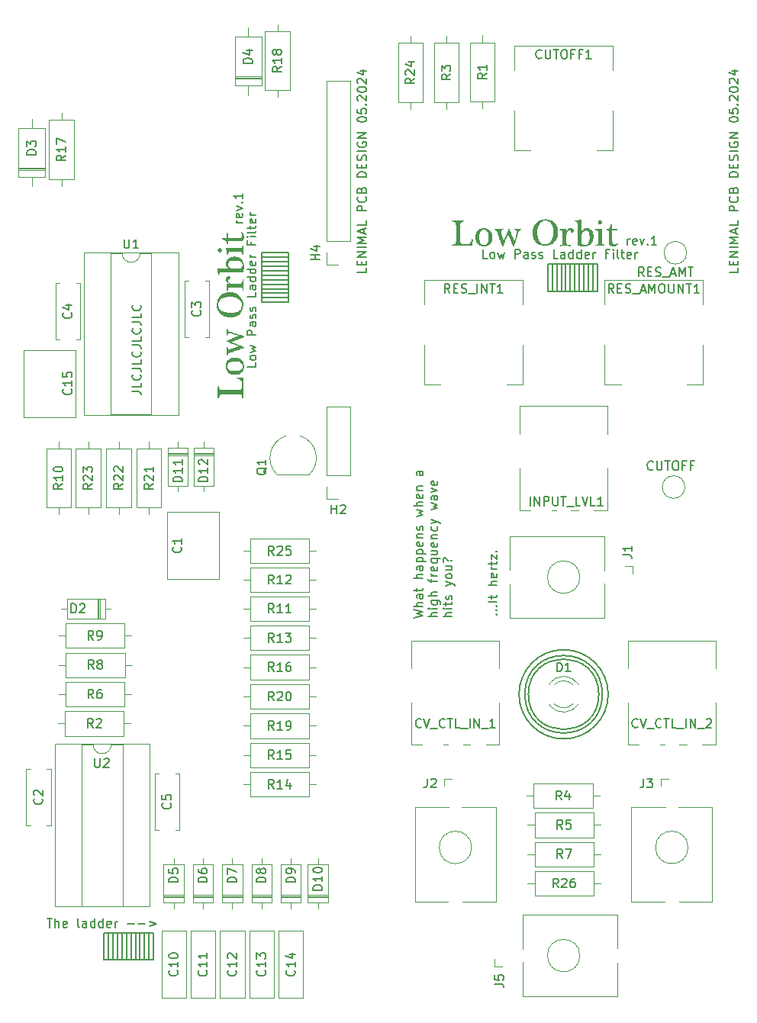
<source format=gbr>
%TF.GenerationSoftware,KiCad,Pcbnew,8.0.2-1*%
%TF.CreationDate,2024-05-20T21:15:53+02:00*%
%TF.ProjectId,low-orbit,6c6f772d-6f72-4626-9974-2e6b69636164,rev?*%
%TF.SameCoordinates,Original*%
%TF.FileFunction,Legend,Top*%
%TF.FilePolarity,Positive*%
%FSLAX46Y46*%
G04 Gerber Fmt 4.6, Leading zero omitted, Abs format (unit mm)*
G04 Created by KiCad (PCBNEW 8.0.2-1) date 2024-05-20 21:15:53*
%MOMM*%
%LPD*%
G01*
G04 APERTURE LIST*
%ADD10C,0.150000*%
%ADD11C,0.120000*%
G04 APERTURE END LIST*
D10*
X63119819Y-93377506D02*
X63834104Y-93377506D01*
X63834104Y-93377506D02*
X63976961Y-93425125D01*
X63976961Y-93425125D02*
X64072200Y-93520363D01*
X64072200Y-93520363D02*
X64119819Y-93663220D01*
X64119819Y-93663220D02*
X64119819Y-93758458D01*
X64119819Y-92425125D02*
X64119819Y-92901315D01*
X64119819Y-92901315D02*
X63119819Y-92901315D01*
X64024580Y-91520363D02*
X64072200Y-91567982D01*
X64072200Y-91567982D02*
X64119819Y-91710839D01*
X64119819Y-91710839D02*
X64119819Y-91806077D01*
X64119819Y-91806077D02*
X64072200Y-91948934D01*
X64072200Y-91948934D02*
X63976961Y-92044172D01*
X63976961Y-92044172D02*
X63881723Y-92091791D01*
X63881723Y-92091791D02*
X63691247Y-92139410D01*
X63691247Y-92139410D02*
X63548390Y-92139410D01*
X63548390Y-92139410D02*
X63357914Y-92091791D01*
X63357914Y-92091791D02*
X63262676Y-92044172D01*
X63262676Y-92044172D02*
X63167438Y-91948934D01*
X63167438Y-91948934D02*
X63119819Y-91806077D01*
X63119819Y-91806077D02*
X63119819Y-91710839D01*
X63119819Y-91710839D02*
X63167438Y-91567982D01*
X63167438Y-91567982D02*
X63215057Y-91520363D01*
X63119819Y-90806077D02*
X63834104Y-90806077D01*
X63834104Y-90806077D02*
X63976961Y-90853696D01*
X63976961Y-90853696D02*
X64072200Y-90948934D01*
X64072200Y-90948934D02*
X64119819Y-91091791D01*
X64119819Y-91091791D02*
X64119819Y-91187029D01*
X64119819Y-89853696D02*
X64119819Y-90329886D01*
X64119819Y-90329886D02*
X63119819Y-90329886D01*
X64024580Y-88948934D02*
X64072200Y-88996553D01*
X64072200Y-88996553D02*
X64119819Y-89139410D01*
X64119819Y-89139410D02*
X64119819Y-89234648D01*
X64119819Y-89234648D02*
X64072200Y-89377505D01*
X64072200Y-89377505D02*
X63976961Y-89472743D01*
X63976961Y-89472743D02*
X63881723Y-89520362D01*
X63881723Y-89520362D02*
X63691247Y-89567981D01*
X63691247Y-89567981D02*
X63548390Y-89567981D01*
X63548390Y-89567981D02*
X63357914Y-89520362D01*
X63357914Y-89520362D02*
X63262676Y-89472743D01*
X63262676Y-89472743D02*
X63167438Y-89377505D01*
X63167438Y-89377505D02*
X63119819Y-89234648D01*
X63119819Y-89234648D02*
X63119819Y-89139410D01*
X63119819Y-89139410D02*
X63167438Y-88996553D01*
X63167438Y-88996553D02*
X63215057Y-88948934D01*
X63119819Y-88234648D02*
X63834104Y-88234648D01*
X63834104Y-88234648D02*
X63976961Y-88282267D01*
X63976961Y-88282267D02*
X64072200Y-88377505D01*
X64072200Y-88377505D02*
X64119819Y-88520362D01*
X64119819Y-88520362D02*
X64119819Y-88615600D01*
X64119819Y-87282267D02*
X64119819Y-87758457D01*
X64119819Y-87758457D02*
X63119819Y-87758457D01*
X64024580Y-86377505D02*
X64072200Y-86425124D01*
X64072200Y-86425124D02*
X64119819Y-86567981D01*
X64119819Y-86567981D02*
X64119819Y-86663219D01*
X64119819Y-86663219D02*
X64072200Y-86806076D01*
X64072200Y-86806076D02*
X63976961Y-86901314D01*
X63976961Y-86901314D02*
X63881723Y-86948933D01*
X63881723Y-86948933D02*
X63691247Y-86996552D01*
X63691247Y-86996552D02*
X63548390Y-86996552D01*
X63548390Y-86996552D02*
X63357914Y-86948933D01*
X63357914Y-86948933D02*
X63262676Y-86901314D01*
X63262676Y-86901314D02*
X63167438Y-86806076D01*
X63167438Y-86806076D02*
X63119819Y-86663219D01*
X63119819Y-86663219D02*
X63119819Y-86567981D01*
X63119819Y-86567981D02*
X63167438Y-86425124D01*
X63167438Y-86425124D02*
X63215057Y-86377505D01*
X63119819Y-85663219D02*
X63834104Y-85663219D01*
X63834104Y-85663219D02*
X63976961Y-85710838D01*
X63976961Y-85710838D02*
X64072200Y-85806076D01*
X64072200Y-85806076D02*
X64119819Y-85948933D01*
X64119819Y-85948933D02*
X64119819Y-86044171D01*
X64119819Y-84710838D02*
X64119819Y-85187028D01*
X64119819Y-85187028D02*
X63119819Y-85187028D01*
X64024580Y-83806076D02*
X64072200Y-83853695D01*
X64072200Y-83853695D02*
X64119819Y-83996552D01*
X64119819Y-83996552D02*
X64119819Y-84091790D01*
X64119819Y-84091790D02*
X64072200Y-84234647D01*
X64072200Y-84234647D02*
X63976961Y-84329885D01*
X63976961Y-84329885D02*
X63881723Y-84377504D01*
X63881723Y-84377504D02*
X63691247Y-84425123D01*
X63691247Y-84425123D02*
X63548390Y-84425123D01*
X63548390Y-84425123D02*
X63357914Y-84377504D01*
X63357914Y-84377504D02*
X63262676Y-84329885D01*
X63262676Y-84329885D02*
X63167438Y-84234647D01*
X63167438Y-84234647D02*
X63119819Y-84091790D01*
X63119819Y-84091790D02*
X63119819Y-83996552D01*
X63119819Y-83996552D02*
X63167438Y-83853695D01*
X63167438Y-83853695D02*
X63215057Y-83806076D01*
X65000000Y-156500000D02*
X65000000Y-153500000D01*
X112250000Y-82250000D02*
X112250000Y-79250000D01*
X80500000Y-83000000D02*
X77500000Y-83000000D01*
X111250000Y-82250000D02*
X111250000Y-79250000D01*
X80500000Y-82000000D02*
X77500000Y-82000000D01*
X110750000Y-82250000D02*
X110750000Y-79250000D01*
X115301163Y-127000000D02*
G75*
G02*
X106698837Y-127000000I-4301163J0D01*
G01*
X106698837Y-127000000D02*
G75*
G02*
X115301163Y-127000000I4301163J0D01*
G01*
X113750000Y-82250000D02*
X113750000Y-79250000D01*
X115949747Y-127000000D02*
G75*
G02*
X106050253Y-127000000I-4949747J0D01*
G01*
X106050253Y-127000000D02*
G75*
G02*
X115949747Y-127000000I4949747J0D01*
G01*
X110250000Y-82250000D02*
X110250000Y-79250000D01*
X64500000Y-156500000D02*
X64500000Y-153500000D01*
X63000000Y-156500000D02*
X63000000Y-153500000D01*
X80500000Y-80000000D02*
X77500000Y-80000000D01*
X60000000Y-153500000D02*
X65500000Y-153500000D01*
X65500000Y-156500000D01*
X60000000Y-156500000D01*
X60000000Y-153500000D01*
X114905125Y-127000000D02*
G75*
G02*
X107094875Y-127000000I-3905125J0D01*
G01*
X107094875Y-127000000D02*
G75*
G02*
X114905125Y-127000000I3905125J0D01*
G01*
X80500000Y-80500000D02*
X77500000Y-80500000D01*
X62500000Y-156500000D02*
X62500000Y-153500000D01*
X80500000Y-79500000D02*
X77500000Y-79500000D01*
X60500000Y-156500000D02*
X60500000Y-153500000D01*
X63500000Y-156500000D02*
X63500000Y-153500000D01*
X64000000Y-156500000D02*
X64000000Y-153500000D01*
X114250000Y-82250000D02*
X114250000Y-79250000D01*
X109250000Y-79250000D02*
X114750000Y-79250000D01*
X114750000Y-82250000D01*
X109250000Y-82250000D01*
X109250000Y-79250000D01*
X80500000Y-78500000D02*
X77500000Y-78500000D01*
X61000000Y-156500000D02*
X61000000Y-153500000D01*
X109750000Y-82250000D02*
X109750000Y-79250000D01*
X80500000Y-81000000D02*
X77500000Y-81000000D01*
X80500000Y-82500000D02*
X77500000Y-82500000D01*
X112750000Y-82250000D02*
X112750000Y-79250000D01*
X111750000Y-82250000D02*
X111750000Y-79250000D01*
X80500000Y-79000000D02*
X77500000Y-79000000D01*
X62000000Y-156500000D02*
X62000000Y-153500000D01*
X61500000Y-156500000D02*
X61500000Y-153500000D01*
X80500000Y-81500000D02*
X77500000Y-81500000D01*
X77500000Y-78000000D02*
X80500000Y-78000000D01*
X80500000Y-83500000D01*
X77500000Y-83500000D01*
X77500000Y-78000000D01*
X113250000Y-82250000D02*
X113250000Y-79250000D01*
X53693922Y-151869819D02*
X54265350Y-151869819D01*
X53979636Y-152869819D02*
X53979636Y-151869819D01*
X54598684Y-152869819D02*
X54598684Y-151869819D01*
X55027255Y-152869819D02*
X55027255Y-152346009D01*
X55027255Y-152346009D02*
X54979636Y-152250771D01*
X54979636Y-152250771D02*
X54884398Y-152203152D01*
X54884398Y-152203152D02*
X54741541Y-152203152D01*
X54741541Y-152203152D02*
X54646303Y-152250771D01*
X54646303Y-152250771D02*
X54598684Y-152298390D01*
X55884398Y-152822200D02*
X55789160Y-152869819D01*
X55789160Y-152869819D02*
X55598684Y-152869819D01*
X55598684Y-152869819D02*
X55503446Y-152822200D01*
X55503446Y-152822200D02*
X55455827Y-152726961D01*
X55455827Y-152726961D02*
X55455827Y-152346009D01*
X55455827Y-152346009D02*
X55503446Y-152250771D01*
X55503446Y-152250771D02*
X55598684Y-152203152D01*
X55598684Y-152203152D02*
X55789160Y-152203152D01*
X55789160Y-152203152D02*
X55884398Y-152250771D01*
X55884398Y-152250771D02*
X55932017Y-152346009D01*
X55932017Y-152346009D02*
X55932017Y-152441247D01*
X55932017Y-152441247D02*
X55455827Y-152536485D01*
X57265351Y-152869819D02*
X57170113Y-152822200D01*
X57170113Y-152822200D02*
X57122494Y-152726961D01*
X57122494Y-152726961D02*
X57122494Y-151869819D01*
X58074875Y-152869819D02*
X58074875Y-152346009D01*
X58074875Y-152346009D02*
X58027256Y-152250771D01*
X58027256Y-152250771D02*
X57932018Y-152203152D01*
X57932018Y-152203152D02*
X57741542Y-152203152D01*
X57741542Y-152203152D02*
X57646304Y-152250771D01*
X58074875Y-152822200D02*
X57979637Y-152869819D01*
X57979637Y-152869819D02*
X57741542Y-152869819D01*
X57741542Y-152869819D02*
X57646304Y-152822200D01*
X57646304Y-152822200D02*
X57598685Y-152726961D01*
X57598685Y-152726961D02*
X57598685Y-152631723D01*
X57598685Y-152631723D02*
X57646304Y-152536485D01*
X57646304Y-152536485D02*
X57741542Y-152488866D01*
X57741542Y-152488866D02*
X57979637Y-152488866D01*
X57979637Y-152488866D02*
X58074875Y-152441247D01*
X58979637Y-152869819D02*
X58979637Y-151869819D01*
X58979637Y-152822200D02*
X58884399Y-152869819D01*
X58884399Y-152869819D02*
X58693923Y-152869819D01*
X58693923Y-152869819D02*
X58598685Y-152822200D01*
X58598685Y-152822200D02*
X58551066Y-152774580D01*
X58551066Y-152774580D02*
X58503447Y-152679342D01*
X58503447Y-152679342D02*
X58503447Y-152393628D01*
X58503447Y-152393628D02*
X58551066Y-152298390D01*
X58551066Y-152298390D02*
X58598685Y-152250771D01*
X58598685Y-152250771D02*
X58693923Y-152203152D01*
X58693923Y-152203152D02*
X58884399Y-152203152D01*
X58884399Y-152203152D02*
X58979637Y-152250771D01*
X59884399Y-152869819D02*
X59884399Y-151869819D01*
X59884399Y-152822200D02*
X59789161Y-152869819D01*
X59789161Y-152869819D02*
X59598685Y-152869819D01*
X59598685Y-152869819D02*
X59503447Y-152822200D01*
X59503447Y-152822200D02*
X59455828Y-152774580D01*
X59455828Y-152774580D02*
X59408209Y-152679342D01*
X59408209Y-152679342D02*
X59408209Y-152393628D01*
X59408209Y-152393628D02*
X59455828Y-152298390D01*
X59455828Y-152298390D02*
X59503447Y-152250771D01*
X59503447Y-152250771D02*
X59598685Y-152203152D01*
X59598685Y-152203152D02*
X59789161Y-152203152D01*
X59789161Y-152203152D02*
X59884399Y-152250771D01*
X60741542Y-152822200D02*
X60646304Y-152869819D01*
X60646304Y-152869819D02*
X60455828Y-152869819D01*
X60455828Y-152869819D02*
X60360590Y-152822200D01*
X60360590Y-152822200D02*
X60312971Y-152726961D01*
X60312971Y-152726961D02*
X60312971Y-152346009D01*
X60312971Y-152346009D02*
X60360590Y-152250771D01*
X60360590Y-152250771D02*
X60455828Y-152203152D01*
X60455828Y-152203152D02*
X60646304Y-152203152D01*
X60646304Y-152203152D02*
X60741542Y-152250771D01*
X60741542Y-152250771D02*
X60789161Y-152346009D01*
X60789161Y-152346009D02*
X60789161Y-152441247D01*
X60789161Y-152441247D02*
X60312971Y-152536485D01*
X61217733Y-152869819D02*
X61217733Y-152203152D01*
X61217733Y-152393628D02*
X61265352Y-152298390D01*
X61265352Y-152298390D02*
X61312971Y-152250771D01*
X61312971Y-152250771D02*
X61408209Y-152203152D01*
X61408209Y-152203152D02*
X61503447Y-152203152D01*
X62598686Y-152488866D02*
X63360591Y-152488866D01*
X63836781Y-152488866D02*
X64598686Y-152488866D01*
X65074876Y-152203152D02*
X65836781Y-152488866D01*
X65836781Y-152488866D02*
X65074876Y-152774580D01*
X75369819Y-74663220D02*
X74703152Y-74663220D01*
X74893628Y-74663220D02*
X74798390Y-74615601D01*
X74798390Y-74615601D02*
X74750771Y-74567982D01*
X74750771Y-74567982D02*
X74703152Y-74472744D01*
X74703152Y-74472744D02*
X74703152Y-74377506D01*
X75322200Y-73663220D02*
X75369819Y-73758458D01*
X75369819Y-73758458D02*
X75369819Y-73948934D01*
X75369819Y-73948934D02*
X75322200Y-74044172D01*
X75322200Y-74044172D02*
X75226961Y-74091791D01*
X75226961Y-74091791D02*
X74846009Y-74091791D01*
X74846009Y-74091791D02*
X74750771Y-74044172D01*
X74750771Y-74044172D02*
X74703152Y-73948934D01*
X74703152Y-73948934D02*
X74703152Y-73758458D01*
X74703152Y-73758458D02*
X74750771Y-73663220D01*
X74750771Y-73663220D02*
X74846009Y-73615601D01*
X74846009Y-73615601D02*
X74941247Y-73615601D01*
X74941247Y-73615601D02*
X75036485Y-74091791D01*
X74703152Y-73282267D02*
X75369819Y-73044172D01*
X75369819Y-73044172D02*
X74703152Y-72806077D01*
X75274580Y-72425124D02*
X75322200Y-72377505D01*
X75322200Y-72377505D02*
X75369819Y-72425124D01*
X75369819Y-72425124D02*
X75322200Y-72472743D01*
X75322200Y-72472743D02*
X75274580Y-72425124D01*
X75274580Y-72425124D02*
X75369819Y-72425124D01*
X75369819Y-71425125D02*
X75369819Y-71996553D01*
X75369819Y-71710839D02*
X74369819Y-71710839D01*
X74369819Y-71710839D02*
X74512676Y-71806077D01*
X74512676Y-71806077D02*
X74607914Y-71901315D01*
X74607914Y-71901315D02*
X74655533Y-71996553D01*
X119908207Y-80619819D02*
X119574874Y-80143628D01*
X119336779Y-80619819D02*
X119336779Y-79619819D01*
X119336779Y-79619819D02*
X119717731Y-79619819D01*
X119717731Y-79619819D02*
X119812969Y-79667438D01*
X119812969Y-79667438D02*
X119860588Y-79715057D01*
X119860588Y-79715057D02*
X119908207Y-79810295D01*
X119908207Y-79810295D02*
X119908207Y-79953152D01*
X119908207Y-79953152D02*
X119860588Y-80048390D01*
X119860588Y-80048390D02*
X119812969Y-80096009D01*
X119812969Y-80096009D02*
X119717731Y-80143628D01*
X119717731Y-80143628D02*
X119336779Y-80143628D01*
X120336779Y-80096009D02*
X120670112Y-80096009D01*
X120812969Y-80619819D02*
X120336779Y-80619819D01*
X120336779Y-80619819D02*
X120336779Y-79619819D01*
X120336779Y-79619819D02*
X120812969Y-79619819D01*
X121193922Y-80572200D02*
X121336779Y-80619819D01*
X121336779Y-80619819D02*
X121574874Y-80619819D01*
X121574874Y-80619819D02*
X121670112Y-80572200D01*
X121670112Y-80572200D02*
X121717731Y-80524580D01*
X121717731Y-80524580D02*
X121765350Y-80429342D01*
X121765350Y-80429342D02*
X121765350Y-80334104D01*
X121765350Y-80334104D02*
X121717731Y-80238866D01*
X121717731Y-80238866D02*
X121670112Y-80191247D01*
X121670112Y-80191247D02*
X121574874Y-80143628D01*
X121574874Y-80143628D02*
X121384398Y-80096009D01*
X121384398Y-80096009D02*
X121289160Y-80048390D01*
X121289160Y-80048390D02*
X121241541Y-80000771D01*
X121241541Y-80000771D02*
X121193922Y-79905533D01*
X121193922Y-79905533D02*
X121193922Y-79810295D01*
X121193922Y-79810295D02*
X121241541Y-79715057D01*
X121241541Y-79715057D02*
X121289160Y-79667438D01*
X121289160Y-79667438D02*
X121384398Y-79619819D01*
X121384398Y-79619819D02*
X121622493Y-79619819D01*
X121622493Y-79619819D02*
X121765350Y-79667438D01*
X121955827Y-80715057D02*
X122717731Y-80715057D01*
X122908208Y-80334104D02*
X123384398Y-80334104D01*
X122812970Y-80619819D02*
X123146303Y-79619819D01*
X123146303Y-79619819D02*
X123479636Y-80619819D01*
X123812970Y-80619819D02*
X123812970Y-79619819D01*
X123812970Y-79619819D02*
X124146303Y-80334104D01*
X124146303Y-80334104D02*
X124479636Y-79619819D01*
X124479636Y-79619819D02*
X124479636Y-80619819D01*
X124812970Y-79619819D02*
X125384398Y-79619819D01*
X125098684Y-80619819D02*
X125098684Y-79619819D01*
X103524580Y-118143220D02*
X103572200Y-118095601D01*
X103572200Y-118095601D02*
X103619819Y-118143220D01*
X103619819Y-118143220D02*
X103572200Y-118190839D01*
X103572200Y-118190839D02*
X103524580Y-118143220D01*
X103524580Y-118143220D02*
X103619819Y-118143220D01*
X103524580Y-117667030D02*
X103572200Y-117619411D01*
X103572200Y-117619411D02*
X103619819Y-117667030D01*
X103619819Y-117667030D02*
X103572200Y-117714649D01*
X103572200Y-117714649D02*
X103524580Y-117667030D01*
X103524580Y-117667030D02*
X103619819Y-117667030D01*
X103524580Y-117190840D02*
X103572200Y-117143221D01*
X103572200Y-117143221D02*
X103619819Y-117190840D01*
X103619819Y-117190840D02*
X103572200Y-117238459D01*
X103572200Y-117238459D02*
X103524580Y-117190840D01*
X103524580Y-117190840D02*
X103619819Y-117190840D01*
X103619819Y-116714650D02*
X102619819Y-116714650D01*
X102953152Y-116381317D02*
X102953152Y-116000365D01*
X102619819Y-116238460D02*
X103476961Y-116238460D01*
X103476961Y-116238460D02*
X103572200Y-116190841D01*
X103572200Y-116190841D02*
X103619819Y-116095603D01*
X103619819Y-116095603D02*
X103619819Y-116000365D01*
X103619819Y-114905126D02*
X102619819Y-114905126D01*
X103619819Y-114476555D02*
X103096009Y-114476555D01*
X103096009Y-114476555D02*
X103000771Y-114524174D01*
X103000771Y-114524174D02*
X102953152Y-114619412D01*
X102953152Y-114619412D02*
X102953152Y-114762269D01*
X102953152Y-114762269D02*
X103000771Y-114857507D01*
X103000771Y-114857507D02*
X103048390Y-114905126D01*
X103572200Y-113619412D02*
X103619819Y-113714650D01*
X103619819Y-113714650D02*
X103619819Y-113905126D01*
X103619819Y-113905126D02*
X103572200Y-114000364D01*
X103572200Y-114000364D02*
X103476961Y-114047983D01*
X103476961Y-114047983D02*
X103096009Y-114047983D01*
X103096009Y-114047983D02*
X103000771Y-114000364D01*
X103000771Y-114000364D02*
X102953152Y-113905126D01*
X102953152Y-113905126D02*
X102953152Y-113714650D01*
X102953152Y-113714650D02*
X103000771Y-113619412D01*
X103000771Y-113619412D02*
X103096009Y-113571793D01*
X103096009Y-113571793D02*
X103191247Y-113571793D01*
X103191247Y-113571793D02*
X103286485Y-114047983D01*
X103619819Y-113143221D02*
X102953152Y-113143221D01*
X103143628Y-113143221D02*
X103048390Y-113095602D01*
X103048390Y-113095602D02*
X103000771Y-113047983D01*
X103000771Y-113047983D02*
X102953152Y-112952745D01*
X102953152Y-112952745D02*
X102953152Y-112857507D01*
X102953152Y-112667030D02*
X102953152Y-112286078D01*
X102619819Y-112524173D02*
X103476961Y-112524173D01*
X103476961Y-112524173D02*
X103572200Y-112476554D01*
X103572200Y-112476554D02*
X103619819Y-112381316D01*
X103619819Y-112381316D02*
X103619819Y-112286078D01*
X102953152Y-112047982D02*
X102953152Y-111524173D01*
X102953152Y-111524173D02*
X103619819Y-112047982D01*
X103619819Y-112047982D02*
X103619819Y-111524173D01*
X103524580Y-111143220D02*
X103572200Y-111095601D01*
X103572200Y-111095601D02*
X103619819Y-111143220D01*
X103619819Y-111143220D02*
X103572200Y-111190839D01*
X103572200Y-111190839D02*
X103524580Y-111143220D01*
X103524580Y-111143220D02*
X103619819Y-111143220D01*
X130369819Y-79687030D02*
X130369819Y-80163220D01*
X130369819Y-80163220D02*
X129369819Y-80163220D01*
X129846009Y-79353696D02*
X129846009Y-79020363D01*
X130369819Y-78877506D02*
X130369819Y-79353696D01*
X130369819Y-79353696D02*
X129369819Y-79353696D01*
X129369819Y-79353696D02*
X129369819Y-78877506D01*
X130369819Y-78448934D02*
X129369819Y-78448934D01*
X129369819Y-78448934D02*
X130369819Y-77877506D01*
X130369819Y-77877506D02*
X129369819Y-77877506D01*
X130369819Y-77401315D02*
X129369819Y-77401315D01*
X130369819Y-76925125D02*
X129369819Y-76925125D01*
X129369819Y-76925125D02*
X130084104Y-76591792D01*
X130084104Y-76591792D02*
X129369819Y-76258459D01*
X129369819Y-76258459D02*
X130369819Y-76258459D01*
X130084104Y-75829887D02*
X130084104Y-75353697D01*
X130369819Y-75925125D02*
X129369819Y-75591792D01*
X129369819Y-75591792D02*
X130369819Y-75258459D01*
X130369819Y-74448935D02*
X130369819Y-74925125D01*
X130369819Y-74925125D02*
X129369819Y-74925125D01*
X130369819Y-73353696D02*
X129369819Y-73353696D01*
X129369819Y-73353696D02*
X129369819Y-72972744D01*
X129369819Y-72972744D02*
X129417438Y-72877506D01*
X129417438Y-72877506D02*
X129465057Y-72829887D01*
X129465057Y-72829887D02*
X129560295Y-72782268D01*
X129560295Y-72782268D02*
X129703152Y-72782268D01*
X129703152Y-72782268D02*
X129798390Y-72829887D01*
X129798390Y-72829887D02*
X129846009Y-72877506D01*
X129846009Y-72877506D02*
X129893628Y-72972744D01*
X129893628Y-72972744D02*
X129893628Y-73353696D01*
X130274580Y-71782268D02*
X130322200Y-71829887D01*
X130322200Y-71829887D02*
X130369819Y-71972744D01*
X130369819Y-71972744D02*
X130369819Y-72067982D01*
X130369819Y-72067982D02*
X130322200Y-72210839D01*
X130322200Y-72210839D02*
X130226961Y-72306077D01*
X130226961Y-72306077D02*
X130131723Y-72353696D01*
X130131723Y-72353696D02*
X129941247Y-72401315D01*
X129941247Y-72401315D02*
X129798390Y-72401315D01*
X129798390Y-72401315D02*
X129607914Y-72353696D01*
X129607914Y-72353696D02*
X129512676Y-72306077D01*
X129512676Y-72306077D02*
X129417438Y-72210839D01*
X129417438Y-72210839D02*
X129369819Y-72067982D01*
X129369819Y-72067982D02*
X129369819Y-71972744D01*
X129369819Y-71972744D02*
X129417438Y-71829887D01*
X129417438Y-71829887D02*
X129465057Y-71782268D01*
X129846009Y-71020363D02*
X129893628Y-70877506D01*
X129893628Y-70877506D02*
X129941247Y-70829887D01*
X129941247Y-70829887D02*
X130036485Y-70782268D01*
X130036485Y-70782268D02*
X130179342Y-70782268D01*
X130179342Y-70782268D02*
X130274580Y-70829887D01*
X130274580Y-70829887D02*
X130322200Y-70877506D01*
X130322200Y-70877506D02*
X130369819Y-70972744D01*
X130369819Y-70972744D02*
X130369819Y-71353696D01*
X130369819Y-71353696D02*
X129369819Y-71353696D01*
X129369819Y-71353696D02*
X129369819Y-71020363D01*
X129369819Y-71020363D02*
X129417438Y-70925125D01*
X129417438Y-70925125D02*
X129465057Y-70877506D01*
X129465057Y-70877506D02*
X129560295Y-70829887D01*
X129560295Y-70829887D02*
X129655533Y-70829887D01*
X129655533Y-70829887D02*
X129750771Y-70877506D01*
X129750771Y-70877506D02*
X129798390Y-70925125D01*
X129798390Y-70925125D02*
X129846009Y-71020363D01*
X129846009Y-71020363D02*
X129846009Y-71353696D01*
X130369819Y-69591791D02*
X129369819Y-69591791D01*
X129369819Y-69591791D02*
X129369819Y-69353696D01*
X129369819Y-69353696D02*
X129417438Y-69210839D01*
X129417438Y-69210839D02*
X129512676Y-69115601D01*
X129512676Y-69115601D02*
X129607914Y-69067982D01*
X129607914Y-69067982D02*
X129798390Y-69020363D01*
X129798390Y-69020363D02*
X129941247Y-69020363D01*
X129941247Y-69020363D02*
X130131723Y-69067982D01*
X130131723Y-69067982D02*
X130226961Y-69115601D01*
X130226961Y-69115601D02*
X130322200Y-69210839D01*
X130322200Y-69210839D02*
X130369819Y-69353696D01*
X130369819Y-69353696D02*
X130369819Y-69591791D01*
X129846009Y-68591791D02*
X129846009Y-68258458D01*
X130369819Y-68115601D02*
X130369819Y-68591791D01*
X130369819Y-68591791D02*
X129369819Y-68591791D01*
X129369819Y-68591791D02*
X129369819Y-68115601D01*
X130322200Y-67734648D02*
X130369819Y-67591791D01*
X130369819Y-67591791D02*
X130369819Y-67353696D01*
X130369819Y-67353696D02*
X130322200Y-67258458D01*
X130322200Y-67258458D02*
X130274580Y-67210839D01*
X130274580Y-67210839D02*
X130179342Y-67163220D01*
X130179342Y-67163220D02*
X130084104Y-67163220D01*
X130084104Y-67163220D02*
X129988866Y-67210839D01*
X129988866Y-67210839D02*
X129941247Y-67258458D01*
X129941247Y-67258458D02*
X129893628Y-67353696D01*
X129893628Y-67353696D02*
X129846009Y-67544172D01*
X129846009Y-67544172D02*
X129798390Y-67639410D01*
X129798390Y-67639410D02*
X129750771Y-67687029D01*
X129750771Y-67687029D02*
X129655533Y-67734648D01*
X129655533Y-67734648D02*
X129560295Y-67734648D01*
X129560295Y-67734648D02*
X129465057Y-67687029D01*
X129465057Y-67687029D02*
X129417438Y-67639410D01*
X129417438Y-67639410D02*
X129369819Y-67544172D01*
X129369819Y-67544172D02*
X129369819Y-67306077D01*
X129369819Y-67306077D02*
X129417438Y-67163220D01*
X130369819Y-66734648D02*
X129369819Y-66734648D01*
X129417438Y-65734649D02*
X129369819Y-65829887D01*
X129369819Y-65829887D02*
X129369819Y-65972744D01*
X129369819Y-65972744D02*
X129417438Y-66115601D01*
X129417438Y-66115601D02*
X129512676Y-66210839D01*
X129512676Y-66210839D02*
X129607914Y-66258458D01*
X129607914Y-66258458D02*
X129798390Y-66306077D01*
X129798390Y-66306077D02*
X129941247Y-66306077D01*
X129941247Y-66306077D02*
X130131723Y-66258458D01*
X130131723Y-66258458D02*
X130226961Y-66210839D01*
X130226961Y-66210839D02*
X130322200Y-66115601D01*
X130322200Y-66115601D02*
X130369819Y-65972744D01*
X130369819Y-65972744D02*
X130369819Y-65877506D01*
X130369819Y-65877506D02*
X130322200Y-65734649D01*
X130322200Y-65734649D02*
X130274580Y-65687030D01*
X130274580Y-65687030D02*
X129941247Y-65687030D01*
X129941247Y-65687030D02*
X129941247Y-65877506D01*
X130369819Y-65258458D02*
X129369819Y-65258458D01*
X129369819Y-65258458D02*
X130369819Y-64687030D01*
X130369819Y-64687030D02*
X129369819Y-64687030D01*
X129369819Y-63258458D02*
X129369819Y-63163220D01*
X129369819Y-63163220D02*
X129417438Y-63067982D01*
X129417438Y-63067982D02*
X129465057Y-63020363D01*
X129465057Y-63020363D02*
X129560295Y-62972744D01*
X129560295Y-62972744D02*
X129750771Y-62925125D01*
X129750771Y-62925125D02*
X129988866Y-62925125D01*
X129988866Y-62925125D02*
X130179342Y-62972744D01*
X130179342Y-62972744D02*
X130274580Y-63020363D01*
X130274580Y-63020363D02*
X130322200Y-63067982D01*
X130322200Y-63067982D02*
X130369819Y-63163220D01*
X130369819Y-63163220D02*
X130369819Y-63258458D01*
X130369819Y-63258458D02*
X130322200Y-63353696D01*
X130322200Y-63353696D02*
X130274580Y-63401315D01*
X130274580Y-63401315D02*
X130179342Y-63448934D01*
X130179342Y-63448934D02*
X129988866Y-63496553D01*
X129988866Y-63496553D02*
X129750771Y-63496553D01*
X129750771Y-63496553D02*
X129560295Y-63448934D01*
X129560295Y-63448934D02*
X129465057Y-63401315D01*
X129465057Y-63401315D02*
X129417438Y-63353696D01*
X129417438Y-63353696D02*
X129369819Y-63258458D01*
X129369819Y-62020363D02*
X129369819Y-62496553D01*
X129369819Y-62496553D02*
X129846009Y-62544172D01*
X129846009Y-62544172D02*
X129798390Y-62496553D01*
X129798390Y-62496553D02*
X129750771Y-62401315D01*
X129750771Y-62401315D02*
X129750771Y-62163220D01*
X129750771Y-62163220D02*
X129798390Y-62067982D01*
X129798390Y-62067982D02*
X129846009Y-62020363D01*
X129846009Y-62020363D02*
X129941247Y-61972744D01*
X129941247Y-61972744D02*
X130179342Y-61972744D01*
X130179342Y-61972744D02*
X130274580Y-62020363D01*
X130274580Y-62020363D02*
X130322200Y-62067982D01*
X130322200Y-62067982D02*
X130369819Y-62163220D01*
X130369819Y-62163220D02*
X130369819Y-62401315D01*
X130369819Y-62401315D02*
X130322200Y-62496553D01*
X130322200Y-62496553D02*
X130274580Y-62544172D01*
X130274580Y-61544172D02*
X130322200Y-61496553D01*
X130322200Y-61496553D02*
X130369819Y-61544172D01*
X130369819Y-61544172D02*
X130322200Y-61591791D01*
X130322200Y-61591791D02*
X130274580Y-61544172D01*
X130274580Y-61544172D02*
X130369819Y-61544172D01*
X129465057Y-61115601D02*
X129417438Y-61067982D01*
X129417438Y-61067982D02*
X129369819Y-60972744D01*
X129369819Y-60972744D02*
X129369819Y-60734649D01*
X129369819Y-60734649D02*
X129417438Y-60639411D01*
X129417438Y-60639411D02*
X129465057Y-60591792D01*
X129465057Y-60591792D02*
X129560295Y-60544173D01*
X129560295Y-60544173D02*
X129655533Y-60544173D01*
X129655533Y-60544173D02*
X129798390Y-60591792D01*
X129798390Y-60591792D02*
X130369819Y-61163220D01*
X130369819Y-61163220D02*
X130369819Y-60544173D01*
X129369819Y-59925125D02*
X129369819Y-59829887D01*
X129369819Y-59829887D02*
X129417438Y-59734649D01*
X129417438Y-59734649D02*
X129465057Y-59687030D01*
X129465057Y-59687030D02*
X129560295Y-59639411D01*
X129560295Y-59639411D02*
X129750771Y-59591792D01*
X129750771Y-59591792D02*
X129988866Y-59591792D01*
X129988866Y-59591792D02*
X130179342Y-59639411D01*
X130179342Y-59639411D02*
X130274580Y-59687030D01*
X130274580Y-59687030D02*
X130322200Y-59734649D01*
X130322200Y-59734649D02*
X130369819Y-59829887D01*
X130369819Y-59829887D02*
X130369819Y-59925125D01*
X130369819Y-59925125D02*
X130322200Y-60020363D01*
X130322200Y-60020363D02*
X130274580Y-60067982D01*
X130274580Y-60067982D02*
X130179342Y-60115601D01*
X130179342Y-60115601D02*
X129988866Y-60163220D01*
X129988866Y-60163220D02*
X129750771Y-60163220D01*
X129750771Y-60163220D02*
X129560295Y-60115601D01*
X129560295Y-60115601D02*
X129465057Y-60067982D01*
X129465057Y-60067982D02*
X129417438Y-60020363D01*
X129417438Y-60020363D02*
X129369819Y-59925125D01*
X129465057Y-59210839D02*
X129417438Y-59163220D01*
X129417438Y-59163220D02*
X129369819Y-59067982D01*
X129369819Y-59067982D02*
X129369819Y-58829887D01*
X129369819Y-58829887D02*
X129417438Y-58734649D01*
X129417438Y-58734649D02*
X129465057Y-58687030D01*
X129465057Y-58687030D02*
X129560295Y-58639411D01*
X129560295Y-58639411D02*
X129655533Y-58639411D01*
X129655533Y-58639411D02*
X129798390Y-58687030D01*
X129798390Y-58687030D02*
X130369819Y-59258458D01*
X130369819Y-59258458D02*
X130369819Y-58639411D01*
X129703152Y-57782268D02*
X130369819Y-57782268D01*
X129322200Y-58020363D02*
X130036485Y-58258458D01*
X130036485Y-58258458D02*
X130036485Y-57639411D01*
X89119819Y-79687030D02*
X89119819Y-80163220D01*
X89119819Y-80163220D02*
X88119819Y-80163220D01*
X88596009Y-79353696D02*
X88596009Y-79020363D01*
X89119819Y-78877506D02*
X89119819Y-79353696D01*
X89119819Y-79353696D02*
X88119819Y-79353696D01*
X88119819Y-79353696D02*
X88119819Y-78877506D01*
X89119819Y-78448934D02*
X88119819Y-78448934D01*
X88119819Y-78448934D02*
X89119819Y-77877506D01*
X89119819Y-77877506D02*
X88119819Y-77877506D01*
X89119819Y-77401315D02*
X88119819Y-77401315D01*
X89119819Y-76925125D02*
X88119819Y-76925125D01*
X88119819Y-76925125D02*
X88834104Y-76591792D01*
X88834104Y-76591792D02*
X88119819Y-76258459D01*
X88119819Y-76258459D02*
X89119819Y-76258459D01*
X88834104Y-75829887D02*
X88834104Y-75353697D01*
X89119819Y-75925125D02*
X88119819Y-75591792D01*
X88119819Y-75591792D02*
X89119819Y-75258459D01*
X89119819Y-74448935D02*
X89119819Y-74925125D01*
X89119819Y-74925125D02*
X88119819Y-74925125D01*
X89119819Y-73353696D02*
X88119819Y-73353696D01*
X88119819Y-73353696D02*
X88119819Y-72972744D01*
X88119819Y-72972744D02*
X88167438Y-72877506D01*
X88167438Y-72877506D02*
X88215057Y-72829887D01*
X88215057Y-72829887D02*
X88310295Y-72782268D01*
X88310295Y-72782268D02*
X88453152Y-72782268D01*
X88453152Y-72782268D02*
X88548390Y-72829887D01*
X88548390Y-72829887D02*
X88596009Y-72877506D01*
X88596009Y-72877506D02*
X88643628Y-72972744D01*
X88643628Y-72972744D02*
X88643628Y-73353696D01*
X89024580Y-71782268D02*
X89072200Y-71829887D01*
X89072200Y-71829887D02*
X89119819Y-71972744D01*
X89119819Y-71972744D02*
X89119819Y-72067982D01*
X89119819Y-72067982D02*
X89072200Y-72210839D01*
X89072200Y-72210839D02*
X88976961Y-72306077D01*
X88976961Y-72306077D02*
X88881723Y-72353696D01*
X88881723Y-72353696D02*
X88691247Y-72401315D01*
X88691247Y-72401315D02*
X88548390Y-72401315D01*
X88548390Y-72401315D02*
X88357914Y-72353696D01*
X88357914Y-72353696D02*
X88262676Y-72306077D01*
X88262676Y-72306077D02*
X88167438Y-72210839D01*
X88167438Y-72210839D02*
X88119819Y-72067982D01*
X88119819Y-72067982D02*
X88119819Y-71972744D01*
X88119819Y-71972744D02*
X88167438Y-71829887D01*
X88167438Y-71829887D02*
X88215057Y-71782268D01*
X88596009Y-71020363D02*
X88643628Y-70877506D01*
X88643628Y-70877506D02*
X88691247Y-70829887D01*
X88691247Y-70829887D02*
X88786485Y-70782268D01*
X88786485Y-70782268D02*
X88929342Y-70782268D01*
X88929342Y-70782268D02*
X89024580Y-70829887D01*
X89024580Y-70829887D02*
X89072200Y-70877506D01*
X89072200Y-70877506D02*
X89119819Y-70972744D01*
X89119819Y-70972744D02*
X89119819Y-71353696D01*
X89119819Y-71353696D02*
X88119819Y-71353696D01*
X88119819Y-71353696D02*
X88119819Y-71020363D01*
X88119819Y-71020363D02*
X88167438Y-70925125D01*
X88167438Y-70925125D02*
X88215057Y-70877506D01*
X88215057Y-70877506D02*
X88310295Y-70829887D01*
X88310295Y-70829887D02*
X88405533Y-70829887D01*
X88405533Y-70829887D02*
X88500771Y-70877506D01*
X88500771Y-70877506D02*
X88548390Y-70925125D01*
X88548390Y-70925125D02*
X88596009Y-71020363D01*
X88596009Y-71020363D02*
X88596009Y-71353696D01*
X89119819Y-69591791D02*
X88119819Y-69591791D01*
X88119819Y-69591791D02*
X88119819Y-69353696D01*
X88119819Y-69353696D02*
X88167438Y-69210839D01*
X88167438Y-69210839D02*
X88262676Y-69115601D01*
X88262676Y-69115601D02*
X88357914Y-69067982D01*
X88357914Y-69067982D02*
X88548390Y-69020363D01*
X88548390Y-69020363D02*
X88691247Y-69020363D01*
X88691247Y-69020363D02*
X88881723Y-69067982D01*
X88881723Y-69067982D02*
X88976961Y-69115601D01*
X88976961Y-69115601D02*
X89072200Y-69210839D01*
X89072200Y-69210839D02*
X89119819Y-69353696D01*
X89119819Y-69353696D02*
X89119819Y-69591791D01*
X88596009Y-68591791D02*
X88596009Y-68258458D01*
X89119819Y-68115601D02*
X89119819Y-68591791D01*
X89119819Y-68591791D02*
X88119819Y-68591791D01*
X88119819Y-68591791D02*
X88119819Y-68115601D01*
X89072200Y-67734648D02*
X89119819Y-67591791D01*
X89119819Y-67591791D02*
X89119819Y-67353696D01*
X89119819Y-67353696D02*
X89072200Y-67258458D01*
X89072200Y-67258458D02*
X89024580Y-67210839D01*
X89024580Y-67210839D02*
X88929342Y-67163220D01*
X88929342Y-67163220D02*
X88834104Y-67163220D01*
X88834104Y-67163220D02*
X88738866Y-67210839D01*
X88738866Y-67210839D02*
X88691247Y-67258458D01*
X88691247Y-67258458D02*
X88643628Y-67353696D01*
X88643628Y-67353696D02*
X88596009Y-67544172D01*
X88596009Y-67544172D02*
X88548390Y-67639410D01*
X88548390Y-67639410D02*
X88500771Y-67687029D01*
X88500771Y-67687029D02*
X88405533Y-67734648D01*
X88405533Y-67734648D02*
X88310295Y-67734648D01*
X88310295Y-67734648D02*
X88215057Y-67687029D01*
X88215057Y-67687029D02*
X88167438Y-67639410D01*
X88167438Y-67639410D02*
X88119819Y-67544172D01*
X88119819Y-67544172D02*
X88119819Y-67306077D01*
X88119819Y-67306077D02*
X88167438Y-67163220D01*
X89119819Y-66734648D02*
X88119819Y-66734648D01*
X88167438Y-65734649D02*
X88119819Y-65829887D01*
X88119819Y-65829887D02*
X88119819Y-65972744D01*
X88119819Y-65972744D02*
X88167438Y-66115601D01*
X88167438Y-66115601D02*
X88262676Y-66210839D01*
X88262676Y-66210839D02*
X88357914Y-66258458D01*
X88357914Y-66258458D02*
X88548390Y-66306077D01*
X88548390Y-66306077D02*
X88691247Y-66306077D01*
X88691247Y-66306077D02*
X88881723Y-66258458D01*
X88881723Y-66258458D02*
X88976961Y-66210839D01*
X88976961Y-66210839D02*
X89072200Y-66115601D01*
X89072200Y-66115601D02*
X89119819Y-65972744D01*
X89119819Y-65972744D02*
X89119819Y-65877506D01*
X89119819Y-65877506D02*
X89072200Y-65734649D01*
X89072200Y-65734649D02*
X89024580Y-65687030D01*
X89024580Y-65687030D02*
X88691247Y-65687030D01*
X88691247Y-65687030D02*
X88691247Y-65877506D01*
X89119819Y-65258458D02*
X88119819Y-65258458D01*
X88119819Y-65258458D02*
X89119819Y-64687030D01*
X89119819Y-64687030D02*
X88119819Y-64687030D01*
X88119819Y-63258458D02*
X88119819Y-63163220D01*
X88119819Y-63163220D02*
X88167438Y-63067982D01*
X88167438Y-63067982D02*
X88215057Y-63020363D01*
X88215057Y-63020363D02*
X88310295Y-62972744D01*
X88310295Y-62972744D02*
X88500771Y-62925125D01*
X88500771Y-62925125D02*
X88738866Y-62925125D01*
X88738866Y-62925125D02*
X88929342Y-62972744D01*
X88929342Y-62972744D02*
X89024580Y-63020363D01*
X89024580Y-63020363D02*
X89072200Y-63067982D01*
X89072200Y-63067982D02*
X89119819Y-63163220D01*
X89119819Y-63163220D02*
X89119819Y-63258458D01*
X89119819Y-63258458D02*
X89072200Y-63353696D01*
X89072200Y-63353696D02*
X89024580Y-63401315D01*
X89024580Y-63401315D02*
X88929342Y-63448934D01*
X88929342Y-63448934D02*
X88738866Y-63496553D01*
X88738866Y-63496553D02*
X88500771Y-63496553D01*
X88500771Y-63496553D02*
X88310295Y-63448934D01*
X88310295Y-63448934D02*
X88215057Y-63401315D01*
X88215057Y-63401315D02*
X88167438Y-63353696D01*
X88167438Y-63353696D02*
X88119819Y-63258458D01*
X88119819Y-62020363D02*
X88119819Y-62496553D01*
X88119819Y-62496553D02*
X88596009Y-62544172D01*
X88596009Y-62544172D02*
X88548390Y-62496553D01*
X88548390Y-62496553D02*
X88500771Y-62401315D01*
X88500771Y-62401315D02*
X88500771Y-62163220D01*
X88500771Y-62163220D02*
X88548390Y-62067982D01*
X88548390Y-62067982D02*
X88596009Y-62020363D01*
X88596009Y-62020363D02*
X88691247Y-61972744D01*
X88691247Y-61972744D02*
X88929342Y-61972744D01*
X88929342Y-61972744D02*
X89024580Y-62020363D01*
X89024580Y-62020363D02*
X89072200Y-62067982D01*
X89072200Y-62067982D02*
X89119819Y-62163220D01*
X89119819Y-62163220D02*
X89119819Y-62401315D01*
X89119819Y-62401315D02*
X89072200Y-62496553D01*
X89072200Y-62496553D02*
X89024580Y-62544172D01*
X89024580Y-61544172D02*
X89072200Y-61496553D01*
X89072200Y-61496553D02*
X89119819Y-61544172D01*
X89119819Y-61544172D02*
X89072200Y-61591791D01*
X89072200Y-61591791D02*
X89024580Y-61544172D01*
X89024580Y-61544172D02*
X89119819Y-61544172D01*
X88215057Y-61115601D02*
X88167438Y-61067982D01*
X88167438Y-61067982D02*
X88119819Y-60972744D01*
X88119819Y-60972744D02*
X88119819Y-60734649D01*
X88119819Y-60734649D02*
X88167438Y-60639411D01*
X88167438Y-60639411D02*
X88215057Y-60591792D01*
X88215057Y-60591792D02*
X88310295Y-60544173D01*
X88310295Y-60544173D02*
X88405533Y-60544173D01*
X88405533Y-60544173D02*
X88548390Y-60591792D01*
X88548390Y-60591792D02*
X89119819Y-61163220D01*
X89119819Y-61163220D02*
X89119819Y-60544173D01*
X88119819Y-59925125D02*
X88119819Y-59829887D01*
X88119819Y-59829887D02*
X88167438Y-59734649D01*
X88167438Y-59734649D02*
X88215057Y-59687030D01*
X88215057Y-59687030D02*
X88310295Y-59639411D01*
X88310295Y-59639411D02*
X88500771Y-59591792D01*
X88500771Y-59591792D02*
X88738866Y-59591792D01*
X88738866Y-59591792D02*
X88929342Y-59639411D01*
X88929342Y-59639411D02*
X89024580Y-59687030D01*
X89024580Y-59687030D02*
X89072200Y-59734649D01*
X89072200Y-59734649D02*
X89119819Y-59829887D01*
X89119819Y-59829887D02*
X89119819Y-59925125D01*
X89119819Y-59925125D02*
X89072200Y-60020363D01*
X89072200Y-60020363D02*
X89024580Y-60067982D01*
X89024580Y-60067982D02*
X88929342Y-60115601D01*
X88929342Y-60115601D02*
X88738866Y-60163220D01*
X88738866Y-60163220D02*
X88500771Y-60163220D01*
X88500771Y-60163220D02*
X88310295Y-60115601D01*
X88310295Y-60115601D02*
X88215057Y-60067982D01*
X88215057Y-60067982D02*
X88167438Y-60020363D01*
X88167438Y-60020363D02*
X88119819Y-59925125D01*
X88215057Y-59210839D02*
X88167438Y-59163220D01*
X88167438Y-59163220D02*
X88119819Y-59067982D01*
X88119819Y-59067982D02*
X88119819Y-58829887D01*
X88119819Y-58829887D02*
X88167438Y-58734649D01*
X88167438Y-58734649D02*
X88215057Y-58687030D01*
X88215057Y-58687030D02*
X88310295Y-58639411D01*
X88310295Y-58639411D02*
X88405533Y-58639411D01*
X88405533Y-58639411D02*
X88548390Y-58687030D01*
X88548390Y-58687030D02*
X89119819Y-59258458D01*
X89119819Y-59258458D02*
X89119819Y-58639411D01*
X88453152Y-57782268D02*
X89119819Y-57782268D01*
X88072200Y-58020363D02*
X88786485Y-58258458D01*
X88786485Y-58258458D02*
X88786485Y-57639411D01*
X102562969Y-78619819D02*
X102086779Y-78619819D01*
X102086779Y-78619819D02*
X102086779Y-77619819D01*
X103039160Y-78619819D02*
X102943922Y-78572200D01*
X102943922Y-78572200D02*
X102896303Y-78524580D01*
X102896303Y-78524580D02*
X102848684Y-78429342D01*
X102848684Y-78429342D02*
X102848684Y-78143628D01*
X102848684Y-78143628D02*
X102896303Y-78048390D01*
X102896303Y-78048390D02*
X102943922Y-78000771D01*
X102943922Y-78000771D02*
X103039160Y-77953152D01*
X103039160Y-77953152D02*
X103182017Y-77953152D01*
X103182017Y-77953152D02*
X103277255Y-78000771D01*
X103277255Y-78000771D02*
X103324874Y-78048390D01*
X103324874Y-78048390D02*
X103372493Y-78143628D01*
X103372493Y-78143628D02*
X103372493Y-78429342D01*
X103372493Y-78429342D02*
X103324874Y-78524580D01*
X103324874Y-78524580D02*
X103277255Y-78572200D01*
X103277255Y-78572200D02*
X103182017Y-78619819D01*
X103182017Y-78619819D02*
X103039160Y-78619819D01*
X103705827Y-77953152D02*
X103896303Y-78619819D01*
X103896303Y-78619819D02*
X104086779Y-78143628D01*
X104086779Y-78143628D02*
X104277255Y-78619819D01*
X104277255Y-78619819D02*
X104467731Y-77953152D01*
X105610589Y-78619819D02*
X105610589Y-77619819D01*
X105610589Y-77619819D02*
X105991541Y-77619819D01*
X105991541Y-77619819D02*
X106086779Y-77667438D01*
X106086779Y-77667438D02*
X106134398Y-77715057D01*
X106134398Y-77715057D02*
X106182017Y-77810295D01*
X106182017Y-77810295D02*
X106182017Y-77953152D01*
X106182017Y-77953152D02*
X106134398Y-78048390D01*
X106134398Y-78048390D02*
X106086779Y-78096009D01*
X106086779Y-78096009D02*
X105991541Y-78143628D01*
X105991541Y-78143628D02*
X105610589Y-78143628D01*
X107039160Y-78619819D02*
X107039160Y-78096009D01*
X107039160Y-78096009D02*
X106991541Y-78000771D01*
X106991541Y-78000771D02*
X106896303Y-77953152D01*
X106896303Y-77953152D02*
X106705827Y-77953152D01*
X106705827Y-77953152D02*
X106610589Y-78000771D01*
X107039160Y-78572200D02*
X106943922Y-78619819D01*
X106943922Y-78619819D02*
X106705827Y-78619819D01*
X106705827Y-78619819D02*
X106610589Y-78572200D01*
X106610589Y-78572200D02*
X106562970Y-78476961D01*
X106562970Y-78476961D02*
X106562970Y-78381723D01*
X106562970Y-78381723D02*
X106610589Y-78286485D01*
X106610589Y-78286485D02*
X106705827Y-78238866D01*
X106705827Y-78238866D02*
X106943922Y-78238866D01*
X106943922Y-78238866D02*
X107039160Y-78191247D01*
X107467732Y-78572200D02*
X107562970Y-78619819D01*
X107562970Y-78619819D02*
X107753446Y-78619819D01*
X107753446Y-78619819D02*
X107848684Y-78572200D01*
X107848684Y-78572200D02*
X107896303Y-78476961D01*
X107896303Y-78476961D02*
X107896303Y-78429342D01*
X107896303Y-78429342D02*
X107848684Y-78334104D01*
X107848684Y-78334104D02*
X107753446Y-78286485D01*
X107753446Y-78286485D02*
X107610589Y-78286485D01*
X107610589Y-78286485D02*
X107515351Y-78238866D01*
X107515351Y-78238866D02*
X107467732Y-78143628D01*
X107467732Y-78143628D02*
X107467732Y-78096009D01*
X107467732Y-78096009D02*
X107515351Y-78000771D01*
X107515351Y-78000771D02*
X107610589Y-77953152D01*
X107610589Y-77953152D02*
X107753446Y-77953152D01*
X107753446Y-77953152D02*
X107848684Y-78000771D01*
X108277256Y-78572200D02*
X108372494Y-78619819D01*
X108372494Y-78619819D02*
X108562970Y-78619819D01*
X108562970Y-78619819D02*
X108658208Y-78572200D01*
X108658208Y-78572200D02*
X108705827Y-78476961D01*
X108705827Y-78476961D02*
X108705827Y-78429342D01*
X108705827Y-78429342D02*
X108658208Y-78334104D01*
X108658208Y-78334104D02*
X108562970Y-78286485D01*
X108562970Y-78286485D02*
X108420113Y-78286485D01*
X108420113Y-78286485D02*
X108324875Y-78238866D01*
X108324875Y-78238866D02*
X108277256Y-78143628D01*
X108277256Y-78143628D02*
X108277256Y-78096009D01*
X108277256Y-78096009D02*
X108324875Y-78000771D01*
X108324875Y-78000771D02*
X108420113Y-77953152D01*
X108420113Y-77953152D02*
X108562970Y-77953152D01*
X108562970Y-77953152D02*
X108658208Y-78000771D01*
X110372494Y-78619819D02*
X109896304Y-78619819D01*
X109896304Y-78619819D02*
X109896304Y-77619819D01*
X111134399Y-78619819D02*
X111134399Y-78096009D01*
X111134399Y-78096009D02*
X111086780Y-78000771D01*
X111086780Y-78000771D02*
X110991542Y-77953152D01*
X110991542Y-77953152D02*
X110801066Y-77953152D01*
X110801066Y-77953152D02*
X110705828Y-78000771D01*
X111134399Y-78572200D02*
X111039161Y-78619819D01*
X111039161Y-78619819D02*
X110801066Y-78619819D01*
X110801066Y-78619819D02*
X110705828Y-78572200D01*
X110705828Y-78572200D02*
X110658209Y-78476961D01*
X110658209Y-78476961D02*
X110658209Y-78381723D01*
X110658209Y-78381723D02*
X110705828Y-78286485D01*
X110705828Y-78286485D02*
X110801066Y-78238866D01*
X110801066Y-78238866D02*
X111039161Y-78238866D01*
X111039161Y-78238866D02*
X111134399Y-78191247D01*
X112039161Y-78619819D02*
X112039161Y-77619819D01*
X112039161Y-78572200D02*
X111943923Y-78619819D01*
X111943923Y-78619819D02*
X111753447Y-78619819D01*
X111753447Y-78619819D02*
X111658209Y-78572200D01*
X111658209Y-78572200D02*
X111610590Y-78524580D01*
X111610590Y-78524580D02*
X111562971Y-78429342D01*
X111562971Y-78429342D02*
X111562971Y-78143628D01*
X111562971Y-78143628D02*
X111610590Y-78048390D01*
X111610590Y-78048390D02*
X111658209Y-78000771D01*
X111658209Y-78000771D02*
X111753447Y-77953152D01*
X111753447Y-77953152D02*
X111943923Y-77953152D01*
X111943923Y-77953152D02*
X112039161Y-78000771D01*
X112943923Y-78619819D02*
X112943923Y-77619819D01*
X112943923Y-78572200D02*
X112848685Y-78619819D01*
X112848685Y-78619819D02*
X112658209Y-78619819D01*
X112658209Y-78619819D02*
X112562971Y-78572200D01*
X112562971Y-78572200D02*
X112515352Y-78524580D01*
X112515352Y-78524580D02*
X112467733Y-78429342D01*
X112467733Y-78429342D02*
X112467733Y-78143628D01*
X112467733Y-78143628D02*
X112515352Y-78048390D01*
X112515352Y-78048390D02*
X112562971Y-78000771D01*
X112562971Y-78000771D02*
X112658209Y-77953152D01*
X112658209Y-77953152D02*
X112848685Y-77953152D01*
X112848685Y-77953152D02*
X112943923Y-78000771D01*
X113801066Y-78572200D02*
X113705828Y-78619819D01*
X113705828Y-78619819D02*
X113515352Y-78619819D01*
X113515352Y-78619819D02*
X113420114Y-78572200D01*
X113420114Y-78572200D02*
X113372495Y-78476961D01*
X113372495Y-78476961D02*
X113372495Y-78096009D01*
X113372495Y-78096009D02*
X113420114Y-78000771D01*
X113420114Y-78000771D02*
X113515352Y-77953152D01*
X113515352Y-77953152D02*
X113705828Y-77953152D01*
X113705828Y-77953152D02*
X113801066Y-78000771D01*
X113801066Y-78000771D02*
X113848685Y-78096009D01*
X113848685Y-78096009D02*
X113848685Y-78191247D01*
X113848685Y-78191247D02*
X113372495Y-78286485D01*
X114277257Y-78619819D02*
X114277257Y-77953152D01*
X114277257Y-78143628D02*
X114324876Y-78048390D01*
X114324876Y-78048390D02*
X114372495Y-78000771D01*
X114372495Y-78000771D02*
X114467733Y-77953152D01*
X114467733Y-77953152D02*
X114562971Y-77953152D01*
X115991543Y-78096009D02*
X115658210Y-78096009D01*
X115658210Y-78619819D02*
X115658210Y-77619819D01*
X115658210Y-77619819D02*
X116134400Y-77619819D01*
X116515353Y-78619819D02*
X116515353Y-77953152D01*
X116515353Y-77619819D02*
X116467734Y-77667438D01*
X116467734Y-77667438D02*
X116515353Y-77715057D01*
X116515353Y-77715057D02*
X116562972Y-77667438D01*
X116562972Y-77667438D02*
X116515353Y-77619819D01*
X116515353Y-77619819D02*
X116515353Y-77715057D01*
X117134400Y-78619819D02*
X117039162Y-78572200D01*
X117039162Y-78572200D02*
X116991543Y-78476961D01*
X116991543Y-78476961D02*
X116991543Y-77619819D01*
X117372496Y-77953152D02*
X117753448Y-77953152D01*
X117515353Y-77619819D02*
X117515353Y-78476961D01*
X117515353Y-78476961D02*
X117562972Y-78572200D01*
X117562972Y-78572200D02*
X117658210Y-78619819D01*
X117658210Y-78619819D02*
X117753448Y-78619819D01*
X118467734Y-78572200D02*
X118372496Y-78619819D01*
X118372496Y-78619819D02*
X118182020Y-78619819D01*
X118182020Y-78619819D02*
X118086782Y-78572200D01*
X118086782Y-78572200D02*
X118039163Y-78476961D01*
X118039163Y-78476961D02*
X118039163Y-78096009D01*
X118039163Y-78096009D02*
X118086782Y-78000771D01*
X118086782Y-78000771D02*
X118182020Y-77953152D01*
X118182020Y-77953152D02*
X118372496Y-77953152D01*
X118372496Y-77953152D02*
X118467734Y-78000771D01*
X118467734Y-78000771D02*
X118515353Y-78096009D01*
X118515353Y-78096009D02*
X118515353Y-78191247D01*
X118515353Y-78191247D02*
X118039163Y-78286485D01*
X118943925Y-78619819D02*
X118943925Y-77953152D01*
X118943925Y-78143628D02*
X118991544Y-78048390D01*
X118991544Y-78048390D02*
X119039163Y-78000771D01*
X119039163Y-78000771D02*
X119134401Y-77953152D01*
X119134401Y-77953152D02*
X119229639Y-77953152D01*
X118086779Y-77119819D02*
X118086779Y-76453152D01*
X118086779Y-76643628D02*
X118134398Y-76548390D01*
X118134398Y-76548390D02*
X118182017Y-76500771D01*
X118182017Y-76500771D02*
X118277255Y-76453152D01*
X118277255Y-76453152D02*
X118372493Y-76453152D01*
X119086779Y-77072200D02*
X118991541Y-77119819D01*
X118991541Y-77119819D02*
X118801065Y-77119819D01*
X118801065Y-77119819D02*
X118705827Y-77072200D01*
X118705827Y-77072200D02*
X118658208Y-76976961D01*
X118658208Y-76976961D02*
X118658208Y-76596009D01*
X118658208Y-76596009D02*
X118705827Y-76500771D01*
X118705827Y-76500771D02*
X118801065Y-76453152D01*
X118801065Y-76453152D02*
X118991541Y-76453152D01*
X118991541Y-76453152D02*
X119086779Y-76500771D01*
X119086779Y-76500771D02*
X119134398Y-76596009D01*
X119134398Y-76596009D02*
X119134398Y-76691247D01*
X119134398Y-76691247D02*
X118658208Y-76786485D01*
X119467732Y-76453152D02*
X119705827Y-77119819D01*
X119705827Y-77119819D02*
X119943922Y-76453152D01*
X120324875Y-77024580D02*
X120372494Y-77072200D01*
X120372494Y-77072200D02*
X120324875Y-77119819D01*
X120324875Y-77119819D02*
X120277256Y-77072200D01*
X120277256Y-77072200D02*
X120324875Y-77024580D01*
X120324875Y-77024580D02*
X120324875Y-77119819D01*
X121324874Y-77119819D02*
X120753446Y-77119819D01*
X121039160Y-77119819D02*
X121039160Y-76119819D01*
X121039160Y-76119819D02*
X120943922Y-76262676D01*
X120943922Y-76262676D02*
X120848684Y-76357914D01*
X120848684Y-76357914D02*
X120753446Y-76405533D01*
X120908207Y-102024580D02*
X120860588Y-102072200D01*
X120860588Y-102072200D02*
X120717731Y-102119819D01*
X120717731Y-102119819D02*
X120622493Y-102119819D01*
X120622493Y-102119819D02*
X120479636Y-102072200D01*
X120479636Y-102072200D02*
X120384398Y-101976961D01*
X120384398Y-101976961D02*
X120336779Y-101881723D01*
X120336779Y-101881723D02*
X120289160Y-101691247D01*
X120289160Y-101691247D02*
X120289160Y-101548390D01*
X120289160Y-101548390D02*
X120336779Y-101357914D01*
X120336779Y-101357914D02*
X120384398Y-101262676D01*
X120384398Y-101262676D02*
X120479636Y-101167438D01*
X120479636Y-101167438D02*
X120622493Y-101119819D01*
X120622493Y-101119819D02*
X120717731Y-101119819D01*
X120717731Y-101119819D02*
X120860588Y-101167438D01*
X120860588Y-101167438D02*
X120908207Y-101215057D01*
X121336779Y-101119819D02*
X121336779Y-101929342D01*
X121336779Y-101929342D02*
X121384398Y-102024580D01*
X121384398Y-102024580D02*
X121432017Y-102072200D01*
X121432017Y-102072200D02*
X121527255Y-102119819D01*
X121527255Y-102119819D02*
X121717731Y-102119819D01*
X121717731Y-102119819D02*
X121812969Y-102072200D01*
X121812969Y-102072200D02*
X121860588Y-102024580D01*
X121860588Y-102024580D02*
X121908207Y-101929342D01*
X121908207Y-101929342D02*
X121908207Y-101119819D01*
X122241541Y-101119819D02*
X122812969Y-101119819D01*
X122527255Y-102119819D02*
X122527255Y-101119819D01*
X123336779Y-101119819D02*
X123527255Y-101119819D01*
X123527255Y-101119819D02*
X123622493Y-101167438D01*
X123622493Y-101167438D02*
X123717731Y-101262676D01*
X123717731Y-101262676D02*
X123765350Y-101453152D01*
X123765350Y-101453152D02*
X123765350Y-101786485D01*
X123765350Y-101786485D02*
X123717731Y-101976961D01*
X123717731Y-101976961D02*
X123622493Y-102072200D01*
X123622493Y-102072200D02*
X123527255Y-102119819D01*
X123527255Y-102119819D02*
X123336779Y-102119819D01*
X123336779Y-102119819D02*
X123241541Y-102072200D01*
X123241541Y-102072200D02*
X123146303Y-101976961D01*
X123146303Y-101976961D02*
X123098684Y-101786485D01*
X123098684Y-101786485D02*
X123098684Y-101453152D01*
X123098684Y-101453152D02*
X123146303Y-101262676D01*
X123146303Y-101262676D02*
X123241541Y-101167438D01*
X123241541Y-101167438D02*
X123336779Y-101119819D01*
X124527255Y-101596009D02*
X124193922Y-101596009D01*
X124193922Y-102119819D02*
X124193922Y-101119819D01*
X124193922Y-101119819D02*
X124670112Y-101119819D01*
X125384398Y-101596009D02*
X125051065Y-101596009D01*
X125051065Y-102119819D02*
X125051065Y-101119819D01*
X125051065Y-101119819D02*
X125527255Y-101119819D01*
X76869819Y-90187030D02*
X76869819Y-90663220D01*
X76869819Y-90663220D02*
X75869819Y-90663220D01*
X76869819Y-89710839D02*
X76822200Y-89806077D01*
X76822200Y-89806077D02*
X76774580Y-89853696D01*
X76774580Y-89853696D02*
X76679342Y-89901315D01*
X76679342Y-89901315D02*
X76393628Y-89901315D01*
X76393628Y-89901315D02*
X76298390Y-89853696D01*
X76298390Y-89853696D02*
X76250771Y-89806077D01*
X76250771Y-89806077D02*
X76203152Y-89710839D01*
X76203152Y-89710839D02*
X76203152Y-89567982D01*
X76203152Y-89567982D02*
X76250771Y-89472744D01*
X76250771Y-89472744D02*
X76298390Y-89425125D01*
X76298390Y-89425125D02*
X76393628Y-89377506D01*
X76393628Y-89377506D02*
X76679342Y-89377506D01*
X76679342Y-89377506D02*
X76774580Y-89425125D01*
X76774580Y-89425125D02*
X76822200Y-89472744D01*
X76822200Y-89472744D02*
X76869819Y-89567982D01*
X76869819Y-89567982D02*
X76869819Y-89710839D01*
X76203152Y-89044172D02*
X76869819Y-88853696D01*
X76869819Y-88853696D02*
X76393628Y-88663220D01*
X76393628Y-88663220D02*
X76869819Y-88472744D01*
X76869819Y-88472744D02*
X76203152Y-88282268D01*
X76869819Y-87139410D02*
X75869819Y-87139410D01*
X75869819Y-87139410D02*
X75869819Y-86758458D01*
X75869819Y-86758458D02*
X75917438Y-86663220D01*
X75917438Y-86663220D02*
X75965057Y-86615601D01*
X75965057Y-86615601D02*
X76060295Y-86567982D01*
X76060295Y-86567982D02*
X76203152Y-86567982D01*
X76203152Y-86567982D02*
X76298390Y-86615601D01*
X76298390Y-86615601D02*
X76346009Y-86663220D01*
X76346009Y-86663220D02*
X76393628Y-86758458D01*
X76393628Y-86758458D02*
X76393628Y-87139410D01*
X76869819Y-85710839D02*
X76346009Y-85710839D01*
X76346009Y-85710839D02*
X76250771Y-85758458D01*
X76250771Y-85758458D02*
X76203152Y-85853696D01*
X76203152Y-85853696D02*
X76203152Y-86044172D01*
X76203152Y-86044172D02*
X76250771Y-86139410D01*
X76822200Y-85710839D02*
X76869819Y-85806077D01*
X76869819Y-85806077D02*
X76869819Y-86044172D01*
X76869819Y-86044172D02*
X76822200Y-86139410D01*
X76822200Y-86139410D02*
X76726961Y-86187029D01*
X76726961Y-86187029D02*
X76631723Y-86187029D01*
X76631723Y-86187029D02*
X76536485Y-86139410D01*
X76536485Y-86139410D02*
X76488866Y-86044172D01*
X76488866Y-86044172D02*
X76488866Y-85806077D01*
X76488866Y-85806077D02*
X76441247Y-85710839D01*
X76822200Y-85282267D02*
X76869819Y-85187029D01*
X76869819Y-85187029D02*
X76869819Y-84996553D01*
X76869819Y-84996553D02*
X76822200Y-84901315D01*
X76822200Y-84901315D02*
X76726961Y-84853696D01*
X76726961Y-84853696D02*
X76679342Y-84853696D01*
X76679342Y-84853696D02*
X76584104Y-84901315D01*
X76584104Y-84901315D02*
X76536485Y-84996553D01*
X76536485Y-84996553D02*
X76536485Y-85139410D01*
X76536485Y-85139410D02*
X76488866Y-85234648D01*
X76488866Y-85234648D02*
X76393628Y-85282267D01*
X76393628Y-85282267D02*
X76346009Y-85282267D01*
X76346009Y-85282267D02*
X76250771Y-85234648D01*
X76250771Y-85234648D02*
X76203152Y-85139410D01*
X76203152Y-85139410D02*
X76203152Y-84996553D01*
X76203152Y-84996553D02*
X76250771Y-84901315D01*
X76822200Y-84472743D02*
X76869819Y-84377505D01*
X76869819Y-84377505D02*
X76869819Y-84187029D01*
X76869819Y-84187029D02*
X76822200Y-84091791D01*
X76822200Y-84091791D02*
X76726961Y-84044172D01*
X76726961Y-84044172D02*
X76679342Y-84044172D01*
X76679342Y-84044172D02*
X76584104Y-84091791D01*
X76584104Y-84091791D02*
X76536485Y-84187029D01*
X76536485Y-84187029D02*
X76536485Y-84329886D01*
X76536485Y-84329886D02*
X76488866Y-84425124D01*
X76488866Y-84425124D02*
X76393628Y-84472743D01*
X76393628Y-84472743D02*
X76346009Y-84472743D01*
X76346009Y-84472743D02*
X76250771Y-84425124D01*
X76250771Y-84425124D02*
X76203152Y-84329886D01*
X76203152Y-84329886D02*
X76203152Y-84187029D01*
X76203152Y-84187029D02*
X76250771Y-84091791D01*
X76869819Y-82377505D02*
X76869819Y-82853695D01*
X76869819Y-82853695D02*
X75869819Y-82853695D01*
X76869819Y-81615600D02*
X76346009Y-81615600D01*
X76346009Y-81615600D02*
X76250771Y-81663219D01*
X76250771Y-81663219D02*
X76203152Y-81758457D01*
X76203152Y-81758457D02*
X76203152Y-81948933D01*
X76203152Y-81948933D02*
X76250771Y-82044171D01*
X76822200Y-81615600D02*
X76869819Y-81710838D01*
X76869819Y-81710838D02*
X76869819Y-81948933D01*
X76869819Y-81948933D02*
X76822200Y-82044171D01*
X76822200Y-82044171D02*
X76726961Y-82091790D01*
X76726961Y-82091790D02*
X76631723Y-82091790D01*
X76631723Y-82091790D02*
X76536485Y-82044171D01*
X76536485Y-82044171D02*
X76488866Y-81948933D01*
X76488866Y-81948933D02*
X76488866Y-81710838D01*
X76488866Y-81710838D02*
X76441247Y-81615600D01*
X76869819Y-80710838D02*
X75869819Y-80710838D01*
X76822200Y-80710838D02*
X76869819Y-80806076D01*
X76869819Y-80806076D02*
X76869819Y-80996552D01*
X76869819Y-80996552D02*
X76822200Y-81091790D01*
X76822200Y-81091790D02*
X76774580Y-81139409D01*
X76774580Y-81139409D02*
X76679342Y-81187028D01*
X76679342Y-81187028D02*
X76393628Y-81187028D01*
X76393628Y-81187028D02*
X76298390Y-81139409D01*
X76298390Y-81139409D02*
X76250771Y-81091790D01*
X76250771Y-81091790D02*
X76203152Y-80996552D01*
X76203152Y-80996552D02*
X76203152Y-80806076D01*
X76203152Y-80806076D02*
X76250771Y-80710838D01*
X76869819Y-79806076D02*
X75869819Y-79806076D01*
X76822200Y-79806076D02*
X76869819Y-79901314D01*
X76869819Y-79901314D02*
X76869819Y-80091790D01*
X76869819Y-80091790D02*
X76822200Y-80187028D01*
X76822200Y-80187028D02*
X76774580Y-80234647D01*
X76774580Y-80234647D02*
X76679342Y-80282266D01*
X76679342Y-80282266D02*
X76393628Y-80282266D01*
X76393628Y-80282266D02*
X76298390Y-80234647D01*
X76298390Y-80234647D02*
X76250771Y-80187028D01*
X76250771Y-80187028D02*
X76203152Y-80091790D01*
X76203152Y-80091790D02*
X76203152Y-79901314D01*
X76203152Y-79901314D02*
X76250771Y-79806076D01*
X76822200Y-78948933D02*
X76869819Y-79044171D01*
X76869819Y-79044171D02*
X76869819Y-79234647D01*
X76869819Y-79234647D02*
X76822200Y-79329885D01*
X76822200Y-79329885D02*
X76726961Y-79377504D01*
X76726961Y-79377504D02*
X76346009Y-79377504D01*
X76346009Y-79377504D02*
X76250771Y-79329885D01*
X76250771Y-79329885D02*
X76203152Y-79234647D01*
X76203152Y-79234647D02*
X76203152Y-79044171D01*
X76203152Y-79044171D02*
X76250771Y-78948933D01*
X76250771Y-78948933D02*
X76346009Y-78901314D01*
X76346009Y-78901314D02*
X76441247Y-78901314D01*
X76441247Y-78901314D02*
X76536485Y-79377504D01*
X76869819Y-78472742D02*
X76203152Y-78472742D01*
X76393628Y-78472742D02*
X76298390Y-78425123D01*
X76298390Y-78425123D02*
X76250771Y-78377504D01*
X76250771Y-78377504D02*
X76203152Y-78282266D01*
X76203152Y-78282266D02*
X76203152Y-78187028D01*
X76346009Y-76758456D02*
X76346009Y-77091789D01*
X76869819Y-77091789D02*
X75869819Y-77091789D01*
X75869819Y-77091789D02*
X75869819Y-76615599D01*
X76869819Y-76234646D02*
X76203152Y-76234646D01*
X75869819Y-76234646D02*
X75917438Y-76282265D01*
X75917438Y-76282265D02*
X75965057Y-76234646D01*
X75965057Y-76234646D02*
X75917438Y-76187027D01*
X75917438Y-76187027D02*
X75869819Y-76234646D01*
X75869819Y-76234646D02*
X75965057Y-76234646D01*
X76869819Y-75615599D02*
X76822200Y-75710837D01*
X76822200Y-75710837D02*
X76726961Y-75758456D01*
X76726961Y-75758456D02*
X75869819Y-75758456D01*
X76203152Y-75377503D02*
X76203152Y-74996551D01*
X75869819Y-75234646D02*
X76726961Y-75234646D01*
X76726961Y-75234646D02*
X76822200Y-75187027D01*
X76822200Y-75187027D02*
X76869819Y-75091789D01*
X76869819Y-75091789D02*
X76869819Y-74996551D01*
X76822200Y-74282265D02*
X76869819Y-74377503D01*
X76869819Y-74377503D02*
X76869819Y-74567979D01*
X76869819Y-74567979D02*
X76822200Y-74663217D01*
X76822200Y-74663217D02*
X76726961Y-74710836D01*
X76726961Y-74710836D02*
X76346009Y-74710836D01*
X76346009Y-74710836D02*
X76250771Y-74663217D01*
X76250771Y-74663217D02*
X76203152Y-74567979D01*
X76203152Y-74567979D02*
X76203152Y-74377503D01*
X76203152Y-74377503D02*
X76250771Y-74282265D01*
X76250771Y-74282265D02*
X76346009Y-74234646D01*
X76346009Y-74234646D02*
X76441247Y-74234646D01*
X76441247Y-74234646D02*
X76536485Y-74710836D01*
X76869819Y-73806074D02*
X76203152Y-73806074D01*
X76393628Y-73806074D02*
X76298390Y-73758455D01*
X76298390Y-73758455D02*
X76250771Y-73710836D01*
X76250771Y-73710836D02*
X76203152Y-73615598D01*
X76203152Y-73615598D02*
X76203152Y-73520360D01*
X94399931Y-118488458D02*
X95399931Y-118250363D01*
X95399931Y-118250363D02*
X94685645Y-118059887D01*
X94685645Y-118059887D02*
X95399931Y-117869411D01*
X95399931Y-117869411D02*
X94399931Y-117631316D01*
X95399931Y-117250363D02*
X94399931Y-117250363D01*
X95399931Y-116821792D02*
X94876121Y-116821792D01*
X94876121Y-116821792D02*
X94780883Y-116869411D01*
X94780883Y-116869411D02*
X94733264Y-116964649D01*
X94733264Y-116964649D02*
X94733264Y-117107506D01*
X94733264Y-117107506D02*
X94780883Y-117202744D01*
X94780883Y-117202744D02*
X94828502Y-117250363D01*
X95399931Y-115917030D02*
X94876121Y-115917030D01*
X94876121Y-115917030D02*
X94780883Y-115964649D01*
X94780883Y-115964649D02*
X94733264Y-116059887D01*
X94733264Y-116059887D02*
X94733264Y-116250363D01*
X94733264Y-116250363D02*
X94780883Y-116345601D01*
X95352312Y-115917030D02*
X95399931Y-116012268D01*
X95399931Y-116012268D02*
X95399931Y-116250363D01*
X95399931Y-116250363D02*
X95352312Y-116345601D01*
X95352312Y-116345601D02*
X95257073Y-116393220D01*
X95257073Y-116393220D02*
X95161835Y-116393220D01*
X95161835Y-116393220D02*
X95066597Y-116345601D01*
X95066597Y-116345601D02*
X95018978Y-116250363D01*
X95018978Y-116250363D02*
X95018978Y-116012268D01*
X95018978Y-116012268D02*
X94971359Y-115917030D01*
X94733264Y-115583696D02*
X94733264Y-115202744D01*
X94399931Y-115440839D02*
X95257073Y-115440839D01*
X95257073Y-115440839D02*
X95352312Y-115393220D01*
X95352312Y-115393220D02*
X95399931Y-115297982D01*
X95399931Y-115297982D02*
X95399931Y-115202744D01*
X95399931Y-114107505D02*
X94399931Y-114107505D01*
X95399931Y-113678934D02*
X94876121Y-113678934D01*
X94876121Y-113678934D02*
X94780883Y-113726553D01*
X94780883Y-113726553D02*
X94733264Y-113821791D01*
X94733264Y-113821791D02*
X94733264Y-113964648D01*
X94733264Y-113964648D02*
X94780883Y-114059886D01*
X94780883Y-114059886D02*
X94828502Y-114107505D01*
X95399931Y-112774172D02*
X94876121Y-112774172D01*
X94876121Y-112774172D02*
X94780883Y-112821791D01*
X94780883Y-112821791D02*
X94733264Y-112917029D01*
X94733264Y-112917029D02*
X94733264Y-113107505D01*
X94733264Y-113107505D02*
X94780883Y-113202743D01*
X95352312Y-112774172D02*
X95399931Y-112869410D01*
X95399931Y-112869410D02*
X95399931Y-113107505D01*
X95399931Y-113107505D02*
X95352312Y-113202743D01*
X95352312Y-113202743D02*
X95257073Y-113250362D01*
X95257073Y-113250362D02*
X95161835Y-113250362D01*
X95161835Y-113250362D02*
X95066597Y-113202743D01*
X95066597Y-113202743D02*
X95018978Y-113107505D01*
X95018978Y-113107505D02*
X95018978Y-112869410D01*
X95018978Y-112869410D02*
X94971359Y-112774172D01*
X94733264Y-112297981D02*
X95733264Y-112297981D01*
X94780883Y-112297981D02*
X94733264Y-112202743D01*
X94733264Y-112202743D02*
X94733264Y-112012267D01*
X94733264Y-112012267D02*
X94780883Y-111917029D01*
X94780883Y-111917029D02*
X94828502Y-111869410D01*
X94828502Y-111869410D02*
X94923740Y-111821791D01*
X94923740Y-111821791D02*
X95209454Y-111821791D01*
X95209454Y-111821791D02*
X95304692Y-111869410D01*
X95304692Y-111869410D02*
X95352312Y-111917029D01*
X95352312Y-111917029D02*
X95399931Y-112012267D01*
X95399931Y-112012267D02*
X95399931Y-112202743D01*
X95399931Y-112202743D02*
X95352312Y-112297981D01*
X94733264Y-111393219D02*
X95733264Y-111393219D01*
X94780883Y-111393219D02*
X94733264Y-111297981D01*
X94733264Y-111297981D02*
X94733264Y-111107505D01*
X94733264Y-111107505D02*
X94780883Y-111012267D01*
X94780883Y-111012267D02*
X94828502Y-110964648D01*
X94828502Y-110964648D02*
X94923740Y-110917029D01*
X94923740Y-110917029D02*
X95209454Y-110917029D01*
X95209454Y-110917029D02*
X95304692Y-110964648D01*
X95304692Y-110964648D02*
X95352312Y-111012267D01*
X95352312Y-111012267D02*
X95399931Y-111107505D01*
X95399931Y-111107505D02*
X95399931Y-111297981D01*
X95399931Y-111297981D02*
X95352312Y-111393219D01*
X95352312Y-110107505D02*
X95399931Y-110202743D01*
X95399931Y-110202743D02*
X95399931Y-110393219D01*
X95399931Y-110393219D02*
X95352312Y-110488457D01*
X95352312Y-110488457D02*
X95257073Y-110536076D01*
X95257073Y-110536076D02*
X94876121Y-110536076D01*
X94876121Y-110536076D02*
X94780883Y-110488457D01*
X94780883Y-110488457D02*
X94733264Y-110393219D01*
X94733264Y-110393219D02*
X94733264Y-110202743D01*
X94733264Y-110202743D02*
X94780883Y-110107505D01*
X94780883Y-110107505D02*
X94876121Y-110059886D01*
X94876121Y-110059886D02*
X94971359Y-110059886D01*
X94971359Y-110059886D02*
X95066597Y-110536076D01*
X94733264Y-109631314D02*
X95399931Y-109631314D01*
X94828502Y-109631314D02*
X94780883Y-109583695D01*
X94780883Y-109583695D02*
X94733264Y-109488457D01*
X94733264Y-109488457D02*
X94733264Y-109345600D01*
X94733264Y-109345600D02*
X94780883Y-109250362D01*
X94780883Y-109250362D02*
X94876121Y-109202743D01*
X94876121Y-109202743D02*
X95399931Y-109202743D01*
X95352312Y-108774171D02*
X95399931Y-108678933D01*
X95399931Y-108678933D02*
X95399931Y-108488457D01*
X95399931Y-108488457D02*
X95352312Y-108393219D01*
X95352312Y-108393219D02*
X95257073Y-108345600D01*
X95257073Y-108345600D02*
X95209454Y-108345600D01*
X95209454Y-108345600D02*
X95114216Y-108393219D01*
X95114216Y-108393219D02*
X95066597Y-108488457D01*
X95066597Y-108488457D02*
X95066597Y-108631314D01*
X95066597Y-108631314D02*
X95018978Y-108726552D01*
X95018978Y-108726552D02*
X94923740Y-108774171D01*
X94923740Y-108774171D02*
X94876121Y-108774171D01*
X94876121Y-108774171D02*
X94780883Y-108726552D01*
X94780883Y-108726552D02*
X94733264Y-108631314D01*
X94733264Y-108631314D02*
X94733264Y-108488457D01*
X94733264Y-108488457D02*
X94780883Y-108393219D01*
X94733264Y-107250361D02*
X95399931Y-107059885D01*
X95399931Y-107059885D02*
X94923740Y-106869409D01*
X94923740Y-106869409D02*
X95399931Y-106678933D01*
X95399931Y-106678933D02*
X94733264Y-106488457D01*
X95399931Y-106107504D02*
X94399931Y-106107504D01*
X95399931Y-105678933D02*
X94876121Y-105678933D01*
X94876121Y-105678933D02*
X94780883Y-105726552D01*
X94780883Y-105726552D02*
X94733264Y-105821790D01*
X94733264Y-105821790D02*
X94733264Y-105964647D01*
X94733264Y-105964647D02*
X94780883Y-106059885D01*
X94780883Y-106059885D02*
X94828502Y-106107504D01*
X95352312Y-104821790D02*
X95399931Y-104917028D01*
X95399931Y-104917028D02*
X95399931Y-105107504D01*
X95399931Y-105107504D02*
X95352312Y-105202742D01*
X95352312Y-105202742D02*
X95257073Y-105250361D01*
X95257073Y-105250361D02*
X94876121Y-105250361D01*
X94876121Y-105250361D02*
X94780883Y-105202742D01*
X94780883Y-105202742D02*
X94733264Y-105107504D01*
X94733264Y-105107504D02*
X94733264Y-104917028D01*
X94733264Y-104917028D02*
X94780883Y-104821790D01*
X94780883Y-104821790D02*
X94876121Y-104774171D01*
X94876121Y-104774171D02*
X94971359Y-104774171D01*
X94971359Y-104774171D02*
X95066597Y-105250361D01*
X94733264Y-104345599D02*
X95399931Y-104345599D01*
X94828502Y-104345599D02*
X94780883Y-104297980D01*
X94780883Y-104297980D02*
X94733264Y-104202742D01*
X94733264Y-104202742D02*
X94733264Y-104059885D01*
X94733264Y-104059885D02*
X94780883Y-103964647D01*
X94780883Y-103964647D02*
X94876121Y-103917028D01*
X94876121Y-103917028D02*
X95399931Y-103917028D01*
X95399931Y-102250361D02*
X94876121Y-102250361D01*
X94876121Y-102250361D02*
X94780883Y-102297980D01*
X94780883Y-102297980D02*
X94733264Y-102393218D01*
X94733264Y-102393218D02*
X94733264Y-102583694D01*
X94733264Y-102583694D02*
X94780883Y-102678932D01*
X95352312Y-102250361D02*
X95399931Y-102345599D01*
X95399931Y-102345599D02*
X95399931Y-102583694D01*
X95399931Y-102583694D02*
X95352312Y-102678932D01*
X95352312Y-102678932D02*
X95257073Y-102726551D01*
X95257073Y-102726551D02*
X95161835Y-102726551D01*
X95161835Y-102726551D02*
X95066597Y-102678932D01*
X95066597Y-102678932D02*
X95018978Y-102583694D01*
X95018978Y-102583694D02*
X95018978Y-102345599D01*
X95018978Y-102345599D02*
X94971359Y-102250361D01*
X97009875Y-118393220D02*
X96009875Y-118393220D01*
X97009875Y-117964649D02*
X96486065Y-117964649D01*
X96486065Y-117964649D02*
X96390827Y-118012268D01*
X96390827Y-118012268D02*
X96343208Y-118107506D01*
X96343208Y-118107506D02*
X96343208Y-118250363D01*
X96343208Y-118250363D02*
X96390827Y-118345601D01*
X96390827Y-118345601D02*
X96438446Y-118393220D01*
X97009875Y-117488458D02*
X96343208Y-117488458D01*
X96009875Y-117488458D02*
X96057494Y-117536077D01*
X96057494Y-117536077D02*
X96105113Y-117488458D01*
X96105113Y-117488458D02*
X96057494Y-117440839D01*
X96057494Y-117440839D02*
X96009875Y-117488458D01*
X96009875Y-117488458D02*
X96105113Y-117488458D01*
X96343208Y-116583697D02*
X97152732Y-116583697D01*
X97152732Y-116583697D02*
X97247970Y-116631316D01*
X97247970Y-116631316D02*
X97295589Y-116678935D01*
X97295589Y-116678935D02*
X97343208Y-116774173D01*
X97343208Y-116774173D02*
X97343208Y-116917030D01*
X97343208Y-116917030D02*
X97295589Y-117012268D01*
X96962256Y-116583697D02*
X97009875Y-116678935D01*
X97009875Y-116678935D02*
X97009875Y-116869411D01*
X97009875Y-116869411D02*
X96962256Y-116964649D01*
X96962256Y-116964649D02*
X96914636Y-117012268D01*
X96914636Y-117012268D02*
X96819398Y-117059887D01*
X96819398Y-117059887D02*
X96533684Y-117059887D01*
X96533684Y-117059887D02*
X96438446Y-117012268D01*
X96438446Y-117012268D02*
X96390827Y-116964649D01*
X96390827Y-116964649D02*
X96343208Y-116869411D01*
X96343208Y-116869411D02*
X96343208Y-116678935D01*
X96343208Y-116678935D02*
X96390827Y-116583697D01*
X97009875Y-116107506D02*
X96009875Y-116107506D01*
X97009875Y-115678935D02*
X96486065Y-115678935D01*
X96486065Y-115678935D02*
X96390827Y-115726554D01*
X96390827Y-115726554D02*
X96343208Y-115821792D01*
X96343208Y-115821792D02*
X96343208Y-115964649D01*
X96343208Y-115964649D02*
X96390827Y-116059887D01*
X96390827Y-116059887D02*
X96438446Y-116107506D01*
X96343208Y-114583696D02*
X96343208Y-114202744D01*
X97009875Y-114440839D02*
X96152732Y-114440839D01*
X96152732Y-114440839D02*
X96057494Y-114393220D01*
X96057494Y-114393220D02*
X96009875Y-114297982D01*
X96009875Y-114297982D02*
X96009875Y-114202744D01*
X97009875Y-113869410D02*
X96343208Y-113869410D01*
X96533684Y-113869410D02*
X96438446Y-113821791D01*
X96438446Y-113821791D02*
X96390827Y-113774172D01*
X96390827Y-113774172D02*
X96343208Y-113678934D01*
X96343208Y-113678934D02*
X96343208Y-113583696D01*
X96962256Y-112869410D02*
X97009875Y-112964648D01*
X97009875Y-112964648D02*
X97009875Y-113155124D01*
X97009875Y-113155124D02*
X96962256Y-113250362D01*
X96962256Y-113250362D02*
X96867017Y-113297981D01*
X96867017Y-113297981D02*
X96486065Y-113297981D01*
X96486065Y-113297981D02*
X96390827Y-113250362D01*
X96390827Y-113250362D02*
X96343208Y-113155124D01*
X96343208Y-113155124D02*
X96343208Y-112964648D01*
X96343208Y-112964648D02*
X96390827Y-112869410D01*
X96390827Y-112869410D02*
X96486065Y-112821791D01*
X96486065Y-112821791D02*
X96581303Y-112821791D01*
X96581303Y-112821791D02*
X96676541Y-113297981D01*
X96343208Y-111964648D02*
X97343208Y-111964648D01*
X96962256Y-111964648D02*
X97009875Y-112059886D01*
X97009875Y-112059886D02*
X97009875Y-112250362D01*
X97009875Y-112250362D02*
X96962256Y-112345600D01*
X96962256Y-112345600D02*
X96914636Y-112393219D01*
X96914636Y-112393219D02*
X96819398Y-112440838D01*
X96819398Y-112440838D02*
X96533684Y-112440838D01*
X96533684Y-112440838D02*
X96438446Y-112393219D01*
X96438446Y-112393219D02*
X96390827Y-112345600D01*
X96390827Y-112345600D02*
X96343208Y-112250362D01*
X96343208Y-112250362D02*
X96343208Y-112059886D01*
X96343208Y-112059886D02*
X96390827Y-111964648D01*
X96343208Y-111059886D02*
X97009875Y-111059886D01*
X96343208Y-111488457D02*
X96867017Y-111488457D01*
X96867017Y-111488457D02*
X96962256Y-111440838D01*
X96962256Y-111440838D02*
X97009875Y-111345600D01*
X97009875Y-111345600D02*
X97009875Y-111202743D01*
X97009875Y-111202743D02*
X96962256Y-111107505D01*
X96962256Y-111107505D02*
X96914636Y-111059886D01*
X96962256Y-110202743D02*
X97009875Y-110297981D01*
X97009875Y-110297981D02*
X97009875Y-110488457D01*
X97009875Y-110488457D02*
X96962256Y-110583695D01*
X96962256Y-110583695D02*
X96867017Y-110631314D01*
X96867017Y-110631314D02*
X96486065Y-110631314D01*
X96486065Y-110631314D02*
X96390827Y-110583695D01*
X96390827Y-110583695D02*
X96343208Y-110488457D01*
X96343208Y-110488457D02*
X96343208Y-110297981D01*
X96343208Y-110297981D02*
X96390827Y-110202743D01*
X96390827Y-110202743D02*
X96486065Y-110155124D01*
X96486065Y-110155124D02*
X96581303Y-110155124D01*
X96581303Y-110155124D02*
X96676541Y-110631314D01*
X96343208Y-109726552D02*
X97009875Y-109726552D01*
X96438446Y-109726552D02*
X96390827Y-109678933D01*
X96390827Y-109678933D02*
X96343208Y-109583695D01*
X96343208Y-109583695D02*
X96343208Y-109440838D01*
X96343208Y-109440838D02*
X96390827Y-109345600D01*
X96390827Y-109345600D02*
X96486065Y-109297981D01*
X96486065Y-109297981D02*
X97009875Y-109297981D01*
X96962256Y-108393219D02*
X97009875Y-108488457D01*
X97009875Y-108488457D02*
X97009875Y-108678933D01*
X97009875Y-108678933D02*
X96962256Y-108774171D01*
X96962256Y-108774171D02*
X96914636Y-108821790D01*
X96914636Y-108821790D02*
X96819398Y-108869409D01*
X96819398Y-108869409D02*
X96533684Y-108869409D01*
X96533684Y-108869409D02*
X96438446Y-108821790D01*
X96438446Y-108821790D02*
X96390827Y-108774171D01*
X96390827Y-108774171D02*
X96343208Y-108678933D01*
X96343208Y-108678933D02*
X96343208Y-108488457D01*
X96343208Y-108488457D02*
X96390827Y-108393219D01*
X96343208Y-108059885D02*
X97009875Y-107821790D01*
X96343208Y-107583695D02*
X97009875Y-107821790D01*
X97009875Y-107821790D02*
X97247970Y-107917028D01*
X97247970Y-107917028D02*
X97295589Y-107964647D01*
X97295589Y-107964647D02*
X97343208Y-108059885D01*
X96343208Y-106536075D02*
X97009875Y-106345599D01*
X97009875Y-106345599D02*
X96533684Y-106155123D01*
X96533684Y-106155123D02*
X97009875Y-105964647D01*
X97009875Y-105964647D02*
X96343208Y-105774171D01*
X97009875Y-104964647D02*
X96486065Y-104964647D01*
X96486065Y-104964647D02*
X96390827Y-105012266D01*
X96390827Y-105012266D02*
X96343208Y-105107504D01*
X96343208Y-105107504D02*
X96343208Y-105297980D01*
X96343208Y-105297980D02*
X96390827Y-105393218D01*
X96962256Y-104964647D02*
X97009875Y-105059885D01*
X97009875Y-105059885D02*
X97009875Y-105297980D01*
X97009875Y-105297980D02*
X96962256Y-105393218D01*
X96962256Y-105393218D02*
X96867017Y-105440837D01*
X96867017Y-105440837D02*
X96771779Y-105440837D01*
X96771779Y-105440837D02*
X96676541Y-105393218D01*
X96676541Y-105393218D02*
X96628922Y-105297980D01*
X96628922Y-105297980D02*
X96628922Y-105059885D01*
X96628922Y-105059885D02*
X96581303Y-104964647D01*
X96343208Y-104583694D02*
X97009875Y-104345599D01*
X97009875Y-104345599D02*
X96343208Y-104107504D01*
X96962256Y-103345599D02*
X97009875Y-103440837D01*
X97009875Y-103440837D02*
X97009875Y-103631313D01*
X97009875Y-103631313D02*
X96962256Y-103726551D01*
X96962256Y-103726551D02*
X96867017Y-103774170D01*
X96867017Y-103774170D02*
X96486065Y-103774170D01*
X96486065Y-103774170D02*
X96390827Y-103726551D01*
X96390827Y-103726551D02*
X96343208Y-103631313D01*
X96343208Y-103631313D02*
X96343208Y-103440837D01*
X96343208Y-103440837D02*
X96390827Y-103345599D01*
X96390827Y-103345599D02*
X96486065Y-103297980D01*
X96486065Y-103297980D02*
X96581303Y-103297980D01*
X96581303Y-103297980D02*
X96676541Y-103774170D01*
X98619819Y-118393220D02*
X97619819Y-118393220D01*
X98619819Y-117964649D02*
X98096009Y-117964649D01*
X98096009Y-117964649D02*
X98000771Y-118012268D01*
X98000771Y-118012268D02*
X97953152Y-118107506D01*
X97953152Y-118107506D02*
X97953152Y-118250363D01*
X97953152Y-118250363D02*
X98000771Y-118345601D01*
X98000771Y-118345601D02*
X98048390Y-118393220D01*
X98619819Y-117488458D02*
X97953152Y-117488458D01*
X97619819Y-117488458D02*
X97667438Y-117536077D01*
X97667438Y-117536077D02*
X97715057Y-117488458D01*
X97715057Y-117488458D02*
X97667438Y-117440839D01*
X97667438Y-117440839D02*
X97619819Y-117488458D01*
X97619819Y-117488458D02*
X97715057Y-117488458D01*
X97953152Y-117155125D02*
X97953152Y-116774173D01*
X97619819Y-117012268D02*
X98476961Y-117012268D01*
X98476961Y-117012268D02*
X98572200Y-116964649D01*
X98572200Y-116964649D02*
X98619819Y-116869411D01*
X98619819Y-116869411D02*
X98619819Y-116774173D01*
X98572200Y-116488458D02*
X98619819Y-116393220D01*
X98619819Y-116393220D02*
X98619819Y-116202744D01*
X98619819Y-116202744D02*
X98572200Y-116107506D01*
X98572200Y-116107506D02*
X98476961Y-116059887D01*
X98476961Y-116059887D02*
X98429342Y-116059887D01*
X98429342Y-116059887D02*
X98334104Y-116107506D01*
X98334104Y-116107506D02*
X98286485Y-116202744D01*
X98286485Y-116202744D02*
X98286485Y-116345601D01*
X98286485Y-116345601D02*
X98238866Y-116440839D01*
X98238866Y-116440839D02*
X98143628Y-116488458D01*
X98143628Y-116488458D02*
X98096009Y-116488458D01*
X98096009Y-116488458D02*
X98000771Y-116440839D01*
X98000771Y-116440839D02*
X97953152Y-116345601D01*
X97953152Y-116345601D02*
X97953152Y-116202744D01*
X97953152Y-116202744D02*
X98000771Y-116107506D01*
X97953152Y-114964648D02*
X98619819Y-114726553D01*
X97953152Y-114488458D02*
X98619819Y-114726553D01*
X98619819Y-114726553D02*
X98857914Y-114821791D01*
X98857914Y-114821791D02*
X98905533Y-114869410D01*
X98905533Y-114869410D02*
X98953152Y-114964648D01*
X98619819Y-113964648D02*
X98572200Y-114059886D01*
X98572200Y-114059886D02*
X98524580Y-114107505D01*
X98524580Y-114107505D02*
X98429342Y-114155124D01*
X98429342Y-114155124D02*
X98143628Y-114155124D01*
X98143628Y-114155124D02*
X98048390Y-114107505D01*
X98048390Y-114107505D02*
X98000771Y-114059886D01*
X98000771Y-114059886D02*
X97953152Y-113964648D01*
X97953152Y-113964648D02*
X97953152Y-113821791D01*
X97953152Y-113821791D02*
X98000771Y-113726553D01*
X98000771Y-113726553D02*
X98048390Y-113678934D01*
X98048390Y-113678934D02*
X98143628Y-113631315D01*
X98143628Y-113631315D02*
X98429342Y-113631315D01*
X98429342Y-113631315D02*
X98524580Y-113678934D01*
X98524580Y-113678934D02*
X98572200Y-113726553D01*
X98572200Y-113726553D02*
X98619819Y-113821791D01*
X98619819Y-113821791D02*
X98619819Y-113964648D01*
X97953152Y-112774172D02*
X98619819Y-112774172D01*
X97953152Y-113202743D02*
X98476961Y-113202743D01*
X98476961Y-113202743D02*
X98572200Y-113155124D01*
X98572200Y-113155124D02*
X98619819Y-113059886D01*
X98619819Y-113059886D02*
X98619819Y-112917029D01*
X98619819Y-112917029D02*
X98572200Y-112821791D01*
X98572200Y-112821791D02*
X98524580Y-112774172D01*
X98524580Y-112155124D02*
X98572200Y-112107505D01*
X98572200Y-112107505D02*
X98619819Y-112155124D01*
X98619819Y-112155124D02*
X98572200Y-112202743D01*
X98572200Y-112202743D02*
X98524580Y-112155124D01*
X98524580Y-112155124D02*
X98619819Y-112155124D01*
X97667438Y-112345600D02*
X97619819Y-112250362D01*
X97619819Y-112250362D02*
X97619819Y-112012267D01*
X97619819Y-112012267D02*
X97667438Y-111917029D01*
X97667438Y-111917029D02*
X97762676Y-111869410D01*
X97762676Y-111869410D02*
X97857914Y-111869410D01*
X97857914Y-111869410D02*
X97953152Y-111917029D01*
X97953152Y-111917029D02*
X98000771Y-111964648D01*
X98000771Y-111964648D02*
X98048390Y-112059886D01*
X98048390Y-112059886D02*
X98096009Y-112107505D01*
X98096009Y-112107505D02*
X98191247Y-112155124D01*
X98191247Y-112155124D02*
X98238866Y-112155124D01*
G36*
X73277892Y-93687264D02*
G01*
X73130659Y-93693275D01*
X73056608Y-93702651D01*
X72916953Y-93752080D01*
X72905666Y-93759804D01*
X72816273Y-93881437D01*
X72786735Y-94029540D01*
X72784766Y-94092463D01*
X72759120Y-94130565D01*
X72704898Y-94143754D01*
X72652875Y-94131297D01*
X72629427Y-94093196D01*
X72629427Y-93940179D01*
X72629427Y-93787648D01*
X72629427Y-93631049D01*
X72629427Y-93484109D01*
X72629427Y-93465247D01*
X72629427Y-93315030D01*
X72629427Y-93300383D01*
X72629427Y-93149441D01*
X72629427Y-93000697D01*
X72629427Y-92853676D01*
X72629427Y-92837299D01*
X72652875Y-92802128D01*
X72704898Y-92793335D01*
X72759120Y-92807990D01*
X72784766Y-92841695D01*
X72796441Y-92993359D01*
X72811877Y-93054919D01*
X72896140Y-93178750D01*
X73034128Y-93232031D01*
X73045617Y-93233705D01*
X73196459Y-93244945D01*
X73280823Y-93246161D01*
X74747013Y-93246161D01*
X74898081Y-93241296D01*
X74971960Y-93233705D01*
X75115830Y-93191029D01*
X75123635Y-93186810D01*
X75218157Y-93093021D01*
X75273627Y-92954690D01*
X75276775Y-92943545D01*
X75296559Y-92810188D01*
X75302415Y-92659881D01*
X75302421Y-92654849D01*
X75297502Y-92502615D01*
X75294361Y-92462875D01*
X75268715Y-92326587D01*
X75209897Y-92187827D01*
X75205701Y-92180041D01*
X75117041Y-92075261D01*
X74985811Y-92006674D01*
X74980753Y-92004919D01*
X74833200Y-91969336D01*
X74772658Y-91960223D01*
X74739685Y-91930914D01*
X74730893Y-91875226D01*
X74743349Y-91823203D01*
X74777055Y-91803419D01*
X74925939Y-91821170D01*
X75075808Y-91838322D01*
X75104584Y-91841521D01*
X75258824Y-91854160D01*
X75406750Y-91858357D01*
X75416727Y-91858374D01*
X75461423Y-91875226D01*
X75490000Y-91955094D01*
X75490000Y-93482833D01*
X75490000Y-93633969D01*
X75490000Y-93789147D01*
X75490000Y-93798639D01*
X75490000Y-93949031D01*
X75490000Y-94096859D01*
X75469483Y-94141556D01*
X75423321Y-94156210D01*
X75375694Y-94141556D01*
X75347850Y-94096127D01*
X75325100Y-93945109D01*
X75312679Y-93883635D01*
X75254061Y-93759804D01*
X75136824Y-93702651D01*
X74986798Y-93688226D01*
X74921402Y-93687264D01*
X73282288Y-93687264D01*
X73277892Y-93687264D01*
G37*
G36*
X74629109Y-89637891D02*
G01*
X74786665Y-89661804D01*
X74930195Y-89702686D01*
X75069814Y-89764648D01*
X75201301Y-89851307D01*
X75263586Y-89906385D01*
X75362367Y-90022253D01*
X75439622Y-90155535D01*
X75468018Y-90222923D01*
X75509989Y-90367282D01*
X75532589Y-90523388D01*
X75536894Y-90633984D01*
X75526131Y-90789415D01*
X75493843Y-90935413D01*
X75471681Y-90999616D01*
X75402559Y-91137600D01*
X75309313Y-91257914D01*
X75278241Y-91289043D01*
X75162335Y-91379647D01*
X75024179Y-91453804D01*
X74952909Y-91482484D01*
X74809679Y-91522949D01*
X74649998Y-91546618D01*
X74490558Y-91553558D01*
X74334487Y-91543564D01*
X74188307Y-91513579D01*
X74096350Y-91482484D01*
X73959319Y-91414950D01*
X73839943Y-91329034D01*
X73790802Y-91283182D01*
X73690905Y-91161025D01*
X73616729Y-91029761D01*
X73592965Y-90974703D01*
X73548761Y-90834328D01*
X73524959Y-90684680D01*
X73520425Y-90579762D01*
X73521170Y-90567306D01*
X73675764Y-90567306D01*
X73693715Y-90718981D01*
X73747571Y-90839881D01*
X73849891Y-90948808D01*
X73939546Y-91005478D01*
X74076323Y-91059548D01*
X74212121Y-91089741D01*
X74367093Y-91106777D01*
X74518369Y-91112434D01*
X74528660Y-91112456D01*
X74683732Y-91106666D01*
X74824682Y-91091939D01*
X74969030Y-91061348D01*
X75098722Y-91012072D01*
X75223169Y-90932216D01*
X75301688Y-90850872D01*
X75366269Y-90717023D01*
X75381556Y-90588555D01*
X75362505Y-90440361D01*
X75305352Y-90324040D01*
X75198586Y-90219721D01*
X75106782Y-90166503D01*
X74967877Y-90116739D01*
X74830544Y-90091032D01*
X74675938Y-90076744D01*
X74519867Y-90071981D01*
X74371361Y-90076650D01*
X74217213Y-90091923D01*
X74207725Y-90093230D01*
X74056083Y-90124749D01*
X73938080Y-90168702D01*
X73813654Y-90248072D01*
X73747571Y-90319644D01*
X73687615Y-90453614D01*
X73675764Y-90567306D01*
X73521170Y-90567306D01*
X73529390Y-90429873D01*
X73559333Y-90277726D01*
X73584173Y-90200209D01*
X73644804Y-90066499D01*
X73731198Y-89940355D01*
X73767355Y-89899790D01*
X73883441Y-89800033D01*
X74010825Y-89726239D01*
X74064842Y-89702686D01*
X74205458Y-89658929D01*
X74361323Y-89635367D01*
X74473705Y-89630879D01*
X74629109Y-89637891D01*
G37*
G36*
X73616413Y-87757292D02*
G01*
X73754187Y-87698518D01*
X73891821Y-87640164D01*
X74029315Y-87582231D01*
X74166669Y-87524719D01*
X74245094Y-87492044D01*
X74382402Y-87434808D01*
X74519921Y-87377220D01*
X74657651Y-87319283D01*
X74795590Y-87260994D01*
X74874508Y-87227529D01*
X74899420Y-87200418D01*
X74874508Y-87171842D01*
X74733801Y-87129209D01*
X74582990Y-87086445D01*
X74436336Y-87048011D01*
X74291240Y-87012520D01*
X74145105Y-86978587D01*
X74011353Y-86949092D01*
X73889720Y-86932240D01*
X73765889Y-86983531D01*
X73724449Y-87125240D01*
X73721193Y-87145464D01*
X73696280Y-87188695D01*
X73653782Y-87201151D01*
X73609818Y-87185764D01*
X73590767Y-87145464D01*
X73597923Y-86995913D01*
X73602491Y-86957885D01*
X73614031Y-86808981D01*
X73614214Y-86787892D01*
X73605868Y-86635921D01*
X73602491Y-86606175D01*
X73590813Y-86458399D01*
X73590767Y-86450837D01*
X73609818Y-86414200D01*
X73653049Y-86403942D01*
X73698478Y-86414200D01*
X73718995Y-86441311D01*
X73758562Y-86583461D01*
X73843558Y-86680914D01*
X73967390Y-86749057D01*
X74110229Y-86798602D01*
X74120530Y-86801814D01*
X74299877Y-86855040D01*
X74478880Y-86909204D01*
X74657540Y-86964308D01*
X74835856Y-87020350D01*
X75013829Y-87077331D01*
X75191458Y-87135251D01*
X75368744Y-87194110D01*
X75545687Y-87253907D01*
X75572798Y-87307397D01*
X75550083Y-87359420D01*
X75404755Y-87413451D01*
X75259848Y-87467833D01*
X75115362Y-87522565D01*
X74971296Y-87577647D01*
X74889162Y-87609281D01*
X74744530Y-87666177D01*
X74597865Y-87725948D01*
X74449166Y-87788594D01*
X74298434Y-87854115D01*
X74211388Y-87892847D01*
X74190872Y-87918492D01*
X74211388Y-87943405D01*
X74356262Y-87998875D01*
X74494130Y-88052078D01*
X74582149Y-88086287D01*
X74720119Y-88139970D01*
X74864375Y-88195348D01*
X74914808Y-88214515D01*
X75053874Y-88267308D01*
X75191539Y-88319260D01*
X75230614Y-88333949D01*
X75368218Y-88384880D01*
X75509188Y-88436371D01*
X75550083Y-88451186D01*
X75577194Y-88505408D01*
X75550083Y-88560362D01*
X75411306Y-88608817D01*
X75250050Y-88664891D01*
X75089495Y-88720475D01*
X74929641Y-88775568D01*
X74815889Y-88814619D01*
X74656742Y-88868269D01*
X74497945Y-88920868D01*
X74339499Y-88972414D01*
X74181404Y-89022909D01*
X74091221Y-89051290D01*
X73952600Y-89101916D01*
X73921960Y-89115771D01*
X73814982Y-89185380D01*
X73752700Y-89273307D01*
X73718995Y-89391277D01*
X73694082Y-89420586D01*
X73653049Y-89428646D01*
X73609818Y-89420586D01*
X73590767Y-89391277D01*
X73596308Y-89243772D01*
X73602491Y-89175122D01*
X73612829Y-89024855D01*
X73614214Y-88942114D01*
X73609635Y-88792649D01*
X73602491Y-88705443D01*
X73592152Y-88553193D01*
X73590767Y-88472435D01*
X73609085Y-88439462D01*
X73650118Y-88424808D01*
X73692616Y-88435066D01*
X73716796Y-88472435D01*
X73752517Y-88614905D01*
X73769553Y-88644626D01*
X73870669Y-88694452D01*
X73944675Y-88686392D01*
X74031137Y-88665143D01*
X74177366Y-88624063D01*
X74321864Y-88581425D01*
X74451723Y-88541311D01*
X74593364Y-88495785D01*
X74735177Y-88448873D01*
X74864249Y-88405024D01*
X74889162Y-88375715D01*
X74867913Y-88342009D01*
X74704160Y-88280849D01*
X74542627Y-88219735D01*
X74383316Y-88158667D01*
X74226226Y-88097644D01*
X74071357Y-88036668D01*
X73918709Y-87975737D01*
X73768282Y-87914851D01*
X73620076Y-87854012D01*
X73590767Y-87807850D01*
X73616413Y-87757292D01*
G37*
G36*
X74122416Y-82376334D02*
G01*
X74268575Y-82392322D01*
X74425654Y-82423646D01*
X74572108Y-82468892D01*
X74607062Y-82482379D01*
X74755607Y-82551345D01*
X74890473Y-82632946D01*
X75011661Y-82727183D01*
X75073077Y-82784996D01*
X75172523Y-82897728D01*
X75257364Y-83020777D01*
X75327599Y-83154143D01*
X75360307Y-83232693D01*
X75407415Y-83379203D01*
X75439106Y-83531045D01*
X75455380Y-83688220D01*
X75457759Y-83777843D01*
X75451978Y-83938082D01*
X75434633Y-84089436D01*
X75396690Y-84266135D01*
X75340680Y-84428953D01*
X75266602Y-84577888D01*
X75174457Y-84712942D01*
X75087732Y-84810990D01*
X74962942Y-84918646D01*
X74820300Y-85008054D01*
X74659804Y-85079216D01*
X74518554Y-85123008D01*
X74365877Y-85155122D01*
X74201775Y-85175559D01*
X74026246Y-85184317D01*
X73980579Y-85184682D01*
X73825149Y-85178133D01*
X73676130Y-85158487D01*
X73516148Y-85120729D01*
X73397327Y-85079902D01*
X73253270Y-85014117D01*
X73121154Y-84935466D01*
X73000977Y-84843947D01*
X72939371Y-84787543D01*
X72838521Y-84676646D01*
X72751117Y-84554158D01*
X72677161Y-84420077D01*
X72641884Y-84340579D01*
X72590525Y-84189619D01*
X72555974Y-84030197D01*
X72539373Y-83881384D01*
X72536063Y-83778576D01*
X72690976Y-83778576D01*
X72704483Y-83930488D01*
X72750027Y-84079621D01*
X72805282Y-84180111D01*
X72900354Y-84298848D01*
X73015209Y-84400067D01*
X73102770Y-84457815D01*
X73235186Y-84525286D01*
X73379550Y-84579597D01*
X73521158Y-84617550D01*
X73668419Y-84644598D01*
X73817112Y-84661628D01*
X73967235Y-84668641D01*
X73997431Y-84668841D01*
X74153852Y-84664619D01*
X74307124Y-84651954D01*
X74457247Y-84630845D01*
X74486894Y-84625610D01*
X74642939Y-84588789D01*
X74785650Y-84537769D01*
X74903817Y-84479064D01*
X75028667Y-84391687D01*
X75133939Y-84284525D01*
X75193244Y-84202093D01*
X75259774Y-84058318D01*
X75293785Y-83903714D01*
X75302421Y-83760990D01*
X75287068Y-83609728D01*
X75235785Y-83461674D01*
X75193244Y-83388764D01*
X75101024Y-83274424D01*
X74989225Y-83174304D01*
X74903817Y-83115457D01*
X74773487Y-83044790D01*
X74630343Y-82986937D01*
X74489092Y-82945464D01*
X74340686Y-82914552D01*
X74188559Y-82895088D01*
X74032711Y-82887074D01*
X74001095Y-82886845D01*
X73848539Y-82891282D01*
X73697700Y-82904591D01*
X73548578Y-82926773D01*
X73518960Y-82932274D01*
X73376264Y-82965934D01*
X73231364Y-83016183D01*
X73099106Y-83080286D01*
X72971268Y-83167457D01*
X72863626Y-83274001D01*
X72803084Y-83355792D01*
X72734768Y-83495960D01*
X72699844Y-83643819D01*
X72690976Y-83778576D01*
X72536063Y-83778576D01*
X72535638Y-83765387D01*
X72542004Y-83615406D01*
X72564383Y-83454233D01*
X72602874Y-83301057D01*
X72637487Y-83203384D01*
X72701559Y-83064808D01*
X72779193Y-82937592D01*
X72870390Y-82821737D01*
X72926915Y-82762281D01*
X73038218Y-82664554D01*
X73161923Y-82579926D01*
X73298033Y-82508397D01*
X73379009Y-82474319D01*
X73532551Y-82424377D01*
X73677013Y-82393705D01*
X73828985Y-82375948D01*
X73968122Y-82371004D01*
X74122416Y-82376334D01*
G37*
G36*
X74984417Y-81427250D02*
G01*
X75132917Y-81422897D01*
X75161004Y-81420655D01*
X75278241Y-81375226D01*
X75349316Y-81252128D01*
X75377683Y-81101947D01*
X75386685Y-81010327D01*
X75410132Y-80971493D01*
X75454096Y-80958304D01*
X75494396Y-80970760D01*
X75513447Y-81008862D01*
X75510642Y-81160371D01*
X75500567Y-81313603D01*
X75498792Y-81331263D01*
X75486943Y-81484174D01*
X75484138Y-81597976D01*
X75488774Y-81749779D01*
X75498792Y-81866887D01*
X75510642Y-82017609D01*
X75513447Y-82135799D01*
X75494396Y-82166573D01*
X75454096Y-82177564D01*
X75410132Y-82166573D01*
X75385952Y-82132868D01*
X75354616Y-81985406D01*
X75348583Y-81970202D01*
X75278974Y-81886671D01*
X75169064Y-81855163D01*
X75018454Y-81849325D01*
X75006399Y-81849302D01*
X74388709Y-81849302D01*
X74235092Y-81849302D01*
X74085203Y-81849302D01*
X74061912Y-81849302D01*
X73911885Y-81865788D01*
X73875799Y-81878611D01*
X73789337Y-81968736D01*
X73762248Y-82112912D01*
X73760027Y-82139462D01*
X73738778Y-82168039D01*
X73695547Y-82177564D01*
X73653782Y-82167306D01*
X73632533Y-82132135D01*
X73625110Y-81979802D01*
X73624473Y-81902058D01*
X73614031Y-81753314D01*
X73582707Y-81601639D01*
X73578311Y-81507117D01*
X73637662Y-81474145D01*
X73910237Y-81474145D01*
X73920495Y-81470481D01*
X73914633Y-81458025D01*
X73780746Y-81382081D01*
X73663338Y-81286231D01*
X73628136Y-81248464D01*
X73550824Y-81113493D01*
X73522108Y-80967085D01*
X73520425Y-80916538D01*
X73543323Y-80768161D01*
X73612016Y-80664480D01*
X73742247Y-80594584D01*
X73835498Y-80583147D01*
X73968122Y-80636636D01*
X74026952Y-80770896D01*
X74027473Y-80789043D01*
X73981311Y-80921667D01*
X73880928Y-80958304D01*
X73788604Y-80981018D01*
X73754898Y-81079204D01*
X73804409Y-81218042D01*
X73807655Y-81222086D01*
X73917594Y-81323185D01*
X73930753Y-81331995D01*
X74063788Y-81397486D01*
X74078032Y-81402337D01*
X74195268Y-81427250D01*
X74984417Y-81427250D01*
G37*
G36*
X74604013Y-78431368D02*
G01*
X74758001Y-78455010D01*
X74910858Y-78500520D01*
X74936789Y-78510990D01*
X75068851Y-78577202D01*
X75193564Y-78666023D01*
X75273845Y-78743998D01*
X75363833Y-78860948D01*
X75434862Y-78990882D01*
X75471681Y-79084717D01*
X75511420Y-79232785D01*
X75532818Y-79386830D01*
X75536894Y-79492847D01*
X75532681Y-79645437D01*
X75521078Y-79798140D01*
X75520041Y-79808653D01*
X75496179Y-79962425D01*
X75457696Y-80116517D01*
X75438709Y-80178681D01*
X73353363Y-80178681D01*
X73198621Y-80178681D01*
X73061004Y-80178681D01*
X72912376Y-80197981D01*
X72893210Y-80205792D01*
X72814075Y-80292254D01*
X72782782Y-80440022D01*
X72780369Y-80460048D01*
X72759120Y-80491556D01*
X72716622Y-80504012D01*
X72674124Y-80495952D01*
X72652875Y-80460048D01*
X72647542Y-80311490D01*
X72636022Y-80180879D01*
X72613782Y-80031739D01*
X72578663Y-79879702D01*
X72573007Y-79859211D01*
X72579602Y-79777145D01*
X72627962Y-79756629D01*
X73852351Y-79756629D01*
X73861144Y-79752965D01*
X73852351Y-79739776D01*
X73731268Y-79644521D01*
X73629398Y-79524609D01*
X73623007Y-79515561D01*
X73552883Y-79374651D01*
X73531789Y-79265701D01*
X73801793Y-79265701D01*
X73823748Y-79410776D01*
X73844291Y-79462805D01*
X73920283Y-79588421D01*
X73945408Y-79618143D01*
X74063212Y-79712872D01*
X74076566Y-79719993D01*
X74203328Y-79756629D01*
X75089930Y-79756629D01*
X75166133Y-79728053D01*
X75263586Y-79648918D01*
X75345652Y-79525819D01*
X75381415Y-79378945D01*
X75381556Y-79368283D01*
X75359531Y-79218128D01*
X75311946Y-79122819D01*
X75204556Y-79016115D01*
X75121437Y-78967480D01*
X74983626Y-78916682D01*
X74845198Y-78888346D01*
X74694814Y-78872042D01*
X74548354Y-78865831D01*
X74516203Y-78865631D01*
X74364318Y-78870387D01*
X74239232Y-78882484D01*
X74090625Y-78913224D01*
X74013551Y-78941835D01*
X73890041Y-79025366D01*
X73858946Y-79062002D01*
X73805365Y-79205709D01*
X73801793Y-79265701D01*
X73531789Y-79265701D01*
X73522930Y-79219946D01*
X73520425Y-79154326D01*
X73535432Y-79007165D01*
X73584816Y-78867235D01*
X73598827Y-78841451D01*
X73689685Y-78716154D01*
X73805457Y-78612840D01*
X73934686Y-78535581D01*
X74071569Y-78481485D01*
X74102944Y-78472156D01*
X74253291Y-78439598D01*
X74408126Y-78425273D01*
X74453189Y-78424528D01*
X74604013Y-78431368D01*
G37*
G36*
X74960237Y-77467585D02*
G01*
X75108961Y-77467585D01*
X75136824Y-77467585D01*
X75254061Y-77444870D01*
X75325868Y-77372330D01*
X75363237Y-77233112D01*
X75386685Y-77197941D01*
X75430648Y-77186217D01*
X75470949Y-77198674D01*
X75490000Y-77235310D01*
X75480325Y-77385559D01*
X75475345Y-77428750D01*
X75462751Y-77578845D01*
X75460690Y-77670551D01*
X75465857Y-77824847D01*
X75475345Y-77927739D01*
X75487939Y-78080352D01*
X75490000Y-78168073D01*
X75470949Y-78203977D01*
X75430648Y-78217899D01*
X75386685Y-78205443D01*
X75363237Y-78168806D01*
X75333349Y-78022187D01*
X75325868Y-78002477D01*
X75256259Y-77916748D01*
X75147083Y-77889637D01*
X74996472Y-77889637D01*
X74984417Y-77889637D01*
X74306643Y-77889637D01*
X74152587Y-77891408D01*
X74015750Y-77897697D01*
X73868357Y-77925382D01*
X73849420Y-77933600D01*
X73771751Y-78017864D01*
X73738833Y-78163579D01*
X73738046Y-78169539D01*
X73716796Y-78206175D01*
X73675031Y-78217899D01*
X73632533Y-78204710D01*
X73611284Y-78166608D01*
X73611284Y-78062561D01*
X73604689Y-77932135D01*
X73585638Y-77793649D01*
X73559993Y-77667620D01*
X73538743Y-77593614D01*
X73527020Y-77548918D01*
X73556329Y-77482972D01*
X73611284Y-77467585D01*
X74960237Y-77467585D01*
G37*
G36*
X73098374Y-77685938D02*
G01*
X73057676Y-77828781D01*
X73031695Y-77862526D01*
X72902060Y-77933929D01*
X72866099Y-77936531D01*
X72725189Y-77890578D01*
X72698304Y-77866922D01*
X72631849Y-77731333D01*
X72629427Y-77693998D01*
X72680026Y-77552112D01*
X72700502Y-77531332D01*
X72834379Y-77469826D01*
X72870495Y-77467585D01*
X73010178Y-77511924D01*
X73031695Y-77529867D01*
X73097332Y-77662823D01*
X73098374Y-77685938D01*
G37*
G36*
X74837138Y-76362630D02*
G01*
X74985391Y-76356223D01*
X75132251Y-76329536D01*
X75188115Y-76308408D01*
X75288914Y-76198428D01*
X75302421Y-76109839D01*
X75284532Y-75959698D01*
X75273112Y-75920062D01*
X75211467Y-75786060D01*
X75209364Y-75783042D01*
X75207166Y-75753733D01*
X75229148Y-75724424D01*
X75261388Y-75705373D01*
X75291430Y-75706838D01*
X75405553Y-75798979D01*
X75481207Y-75915666D01*
X75524658Y-76064315D01*
X75536894Y-76216085D01*
X75526635Y-76363908D01*
X75486233Y-76508375D01*
X75407201Y-76620551D01*
X75277519Y-76696457D01*
X75129818Y-76730460D01*
X75000537Y-76737787D01*
X73905840Y-76737787D01*
X73825240Y-76742184D01*
X73782742Y-76767096D01*
X73769553Y-76836706D01*
X73769553Y-76972993D01*
X73745373Y-76994242D01*
X73692616Y-77004501D01*
X73639127Y-76998639D01*
X73614214Y-76972993D01*
X73598736Y-76826353D01*
X73590767Y-76797871D01*
X73516029Y-76674040D01*
X73388302Y-76596545D01*
X73377543Y-76592707D01*
X73232054Y-76555241D01*
X73149665Y-76541416D01*
X73110830Y-76509176D01*
X73098374Y-76447627D01*
X73109364Y-76389741D01*
X73136475Y-76362630D01*
X73494047Y-76362630D01*
X73571716Y-76356036D01*
X73581974Y-76301814D01*
X73581974Y-75847522D01*
X73615680Y-75808688D01*
X73673565Y-75799895D01*
X73734382Y-75810886D01*
X73769553Y-75856315D01*
X73769553Y-76323063D01*
X73784940Y-76358967D01*
X73892651Y-76362630D01*
X74837138Y-76362630D01*
G37*
G36*
X99062735Y-75027892D02*
G01*
X99056724Y-74880659D01*
X99047348Y-74806608D01*
X98997919Y-74666953D01*
X98990195Y-74655666D01*
X98868562Y-74566273D01*
X98720459Y-74536735D01*
X98657536Y-74534766D01*
X98619434Y-74509120D01*
X98606245Y-74454898D01*
X98618702Y-74402875D01*
X98656803Y-74379427D01*
X98809820Y-74379427D01*
X98962351Y-74379427D01*
X99118950Y-74379427D01*
X99265890Y-74379427D01*
X99284752Y-74379427D01*
X99434969Y-74379427D01*
X99449616Y-74379427D01*
X99600558Y-74379427D01*
X99749302Y-74379427D01*
X99896323Y-74379427D01*
X99912700Y-74379427D01*
X99947871Y-74402875D01*
X99956664Y-74454898D01*
X99942009Y-74509120D01*
X99908304Y-74534766D01*
X99756640Y-74546441D01*
X99695080Y-74561877D01*
X99571249Y-74646140D01*
X99517968Y-74784128D01*
X99516294Y-74795617D01*
X99505054Y-74946459D01*
X99503838Y-75030823D01*
X99503838Y-76497013D01*
X99508703Y-76648081D01*
X99516294Y-76721960D01*
X99558970Y-76865830D01*
X99563189Y-76873635D01*
X99656978Y-76968157D01*
X99795309Y-77023627D01*
X99806454Y-77026775D01*
X99939811Y-77046559D01*
X100090118Y-77052415D01*
X100095150Y-77052421D01*
X100247384Y-77047502D01*
X100287124Y-77044361D01*
X100423412Y-77018715D01*
X100562172Y-76959897D01*
X100569958Y-76955701D01*
X100674738Y-76867041D01*
X100743325Y-76735811D01*
X100745080Y-76730753D01*
X100780663Y-76583200D01*
X100789776Y-76522658D01*
X100819085Y-76489685D01*
X100874773Y-76480893D01*
X100926796Y-76493349D01*
X100946580Y-76527055D01*
X100928829Y-76675939D01*
X100911677Y-76825808D01*
X100908478Y-76854584D01*
X100895839Y-77008824D01*
X100891642Y-77156750D01*
X100891625Y-77166727D01*
X100874773Y-77211423D01*
X100794905Y-77240000D01*
X99267166Y-77240000D01*
X99116030Y-77240000D01*
X98960852Y-77240000D01*
X98951360Y-77240000D01*
X98800968Y-77240000D01*
X98653140Y-77240000D01*
X98608443Y-77219483D01*
X98593789Y-77173321D01*
X98608443Y-77125694D01*
X98653872Y-77097850D01*
X98804890Y-77075100D01*
X98866364Y-77062679D01*
X98990195Y-77004061D01*
X99047348Y-76886824D01*
X99061773Y-76736798D01*
X99062735Y-76671402D01*
X99062735Y-75032288D01*
X99062735Y-75027892D01*
G37*
G36*
X102320126Y-75279390D02*
G01*
X102472273Y-75309333D01*
X102549790Y-75334173D01*
X102683500Y-75394804D01*
X102809644Y-75481198D01*
X102850209Y-75517355D01*
X102949966Y-75633441D01*
X103023760Y-75760825D01*
X103047313Y-75814842D01*
X103091070Y-75955458D01*
X103114632Y-76111323D01*
X103119120Y-76223705D01*
X103112108Y-76379109D01*
X103088195Y-76536665D01*
X103047313Y-76680195D01*
X102985351Y-76819814D01*
X102898692Y-76951301D01*
X102843614Y-77013586D01*
X102727746Y-77112367D01*
X102594464Y-77189622D01*
X102527076Y-77218018D01*
X102382717Y-77259989D01*
X102226611Y-77282589D01*
X102116015Y-77286894D01*
X101960584Y-77276131D01*
X101814586Y-77243843D01*
X101750383Y-77221681D01*
X101612399Y-77152559D01*
X101492085Y-77059313D01*
X101460956Y-77028241D01*
X101370352Y-76912335D01*
X101296195Y-76774179D01*
X101267515Y-76702909D01*
X101227050Y-76559679D01*
X101203381Y-76399998D01*
X101198099Y-76278660D01*
X101637543Y-76278660D01*
X101643333Y-76433732D01*
X101658060Y-76574682D01*
X101688651Y-76719030D01*
X101737927Y-76848722D01*
X101817783Y-76973169D01*
X101899127Y-77051688D01*
X102032976Y-77116269D01*
X102161444Y-77131556D01*
X102309638Y-77112505D01*
X102425959Y-77055352D01*
X102530278Y-76948586D01*
X102583496Y-76856782D01*
X102633260Y-76717877D01*
X102658967Y-76580544D01*
X102673255Y-76425938D01*
X102678018Y-76269867D01*
X102673349Y-76121361D01*
X102658076Y-75967213D01*
X102656769Y-75957725D01*
X102625250Y-75806083D01*
X102581297Y-75688080D01*
X102501927Y-75563654D01*
X102430355Y-75497571D01*
X102296385Y-75437615D01*
X102182693Y-75425764D01*
X102031018Y-75443715D01*
X101910118Y-75497571D01*
X101801191Y-75599891D01*
X101744521Y-75689546D01*
X101690451Y-75826323D01*
X101660258Y-75962121D01*
X101643222Y-76117093D01*
X101637565Y-76268369D01*
X101637543Y-76278660D01*
X101198099Y-76278660D01*
X101196441Y-76240558D01*
X101206435Y-76084487D01*
X101236420Y-75938307D01*
X101267515Y-75846350D01*
X101335049Y-75709319D01*
X101420965Y-75589943D01*
X101466817Y-75540802D01*
X101588974Y-75440905D01*
X101720238Y-75366729D01*
X101775296Y-75342965D01*
X101915671Y-75298761D01*
X102065319Y-75274959D01*
X102170237Y-75270425D01*
X102320126Y-75279390D01*
G37*
G36*
X104992707Y-75366413D02*
G01*
X105051481Y-75504187D01*
X105109835Y-75641821D01*
X105167768Y-75779315D01*
X105225280Y-75916669D01*
X105257955Y-75995094D01*
X105315191Y-76132402D01*
X105372779Y-76269921D01*
X105430716Y-76407651D01*
X105489005Y-76545590D01*
X105522470Y-76624508D01*
X105549581Y-76649420D01*
X105578157Y-76624508D01*
X105620790Y-76483801D01*
X105663554Y-76332990D01*
X105701988Y-76186336D01*
X105737479Y-76041240D01*
X105771412Y-75895105D01*
X105800907Y-75761353D01*
X105817759Y-75639720D01*
X105766468Y-75515889D01*
X105624759Y-75474449D01*
X105604535Y-75471193D01*
X105561304Y-75446280D01*
X105548848Y-75403782D01*
X105564235Y-75359818D01*
X105604535Y-75340767D01*
X105754086Y-75347923D01*
X105792114Y-75352491D01*
X105941018Y-75364031D01*
X105962107Y-75364214D01*
X106114078Y-75355868D01*
X106143824Y-75352491D01*
X106291600Y-75340813D01*
X106299162Y-75340767D01*
X106335799Y-75359818D01*
X106346057Y-75403049D01*
X106335799Y-75448478D01*
X106308688Y-75468995D01*
X106166538Y-75508562D01*
X106069085Y-75593558D01*
X106000942Y-75717390D01*
X105951397Y-75860229D01*
X105948185Y-75870530D01*
X105894959Y-76049877D01*
X105840795Y-76228880D01*
X105785691Y-76407540D01*
X105729649Y-76585856D01*
X105672668Y-76763829D01*
X105614748Y-76941458D01*
X105555889Y-77118744D01*
X105496092Y-77295687D01*
X105442602Y-77322798D01*
X105390579Y-77300083D01*
X105336548Y-77154755D01*
X105282166Y-77009848D01*
X105227434Y-76865362D01*
X105172352Y-76721296D01*
X105140718Y-76639162D01*
X105083822Y-76494530D01*
X105024051Y-76347865D01*
X104961405Y-76199166D01*
X104895884Y-76048434D01*
X104857152Y-75961388D01*
X104831507Y-75940872D01*
X104806594Y-75961388D01*
X104751124Y-76106262D01*
X104697921Y-76244130D01*
X104663712Y-76332149D01*
X104610029Y-76470119D01*
X104554651Y-76614375D01*
X104535484Y-76664808D01*
X104482691Y-76803874D01*
X104430739Y-76941539D01*
X104416050Y-76980614D01*
X104365119Y-77118218D01*
X104313628Y-77259188D01*
X104298813Y-77300083D01*
X104244591Y-77327194D01*
X104189637Y-77300083D01*
X104141182Y-77161306D01*
X104085108Y-77000050D01*
X104029524Y-76839495D01*
X103974431Y-76679641D01*
X103935380Y-76565889D01*
X103881730Y-76406742D01*
X103829131Y-76247945D01*
X103777585Y-76089499D01*
X103727090Y-75931404D01*
X103698709Y-75841221D01*
X103648083Y-75702600D01*
X103634228Y-75671960D01*
X103564619Y-75564982D01*
X103476692Y-75502700D01*
X103358722Y-75468995D01*
X103329413Y-75444082D01*
X103321353Y-75403049D01*
X103329413Y-75359818D01*
X103358722Y-75340767D01*
X103506227Y-75346308D01*
X103574877Y-75352491D01*
X103725144Y-75362829D01*
X103807885Y-75364214D01*
X103957350Y-75359635D01*
X104044556Y-75352491D01*
X104196806Y-75342152D01*
X104277564Y-75340767D01*
X104310537Y-75359085D01*
X104325191Y-75400118D01*
X104314933Y-75442616D01*
X104277564Y-75466796D01*
X104135094Y-75502517D01*
X104105373Y-75519553D01*
X104055547Y-75620669D01*
X104063607Y-75694675D01*
X104084856Y-75781137D01*
X104125936Y-75927366D01*
X104168574Y-76071864D01*
X104208688Y-76201723D01*
X104254214Y-76343364D01*
X104301126Y-76485177D01*
X104344975Y-76614249D01*
X104374284Y-76639162D01*
X104407990Y-76617913D01*
X104469150Y-76454160D01*
X104530264Y-76292627D01*
X104591332Y-76133316D01*
X104652355Y-75976226D01*
X104713331Y-75821357D01*
X104774262Y-75668709D01*
X104835148Y-75518282D01*
X104895987Y-75370076D01*
X104942149Y-75340767D01*
X104992707Y-75366413D01*
G37*
G36*
X109134593Y-74292004D02*
G01*
X109295766Y-74314383D01*
X109448942Y-74352874D01*
X109546615Y-74387487D01*
X109685191Y-74451559D01*
X109812407Y-74529193D01*
X109928262Y-74620390D01*
X109987718Y-74676915D01*
X110085445Y-74788218D01*
X110170073Y-74911923D01*
X110241602Y-75048033D01*
X110275680Y-75129009D01*
X110325622Y-75282551D01*
X110356294Y-75427013D01*
X110374051Y-75578985D01*
X110378995Y-75718122D01*
X110373665Y-75872416D01*
X110357677Y-76018575D01*
X110326353Y-76175654D01*
X110281107Y-76322108D01*
X110267620Y-76357062D01*
X110198654Y-76505607D01*
X110117053Y-76640473D01*
X110022816Y-76761661D01*
X109965003Y-76823077D01*
X109852271Y-76922523D01*
X109729222Y-77007364D01*
X109595856Y-77077599D01*
X109517306Y-77110307D01*
X109370796Y-77157415D01*
X109218954Y-77189106D01*
X109061779Y-77205380D01*
X108972156Y-77207759D01*
X108811917Y-77201978D01*
X108660563Y-77184633D01*
X108483864Y-77146690D01*
X108321046Y-77090680D01*
X108172111Y-77016602D01*
X108037057Y-76924457D01*
X107939009Y-76837732D01*
X107831353Y-76712942D01*
X107741945Y-76570300D01*
X107670783Y-76409804D01*
X107626991Y-76268554D01*
X107594877Y-76115877D01*
X107574440Y-75951775D01*
X107565682Y-75776246D01*
X107565452Y-75747431D01*
X108081158Y-75747431D01*
X108085380Y-75903852D01*
X108098045Y-76057124D01*
X108119154Y-76207247D01*
X108124389Y-76236894D01*
X108161210Y-76392939D01*
X108212230Y-76535650D01*
X108270935Y-76653817D01*
X108358312Y-76778667D01*
X108465474Y-76883939D01*
X108547906Y-76943244D01*
X108691681Y-77009774D01*
X108846285Y-77043785D01*
X108989009Y-77052421D01*
X109140271Y-77037068D01*
X109288325Y-76985785D01*
X109361235Y-76943244D01*
X109475575Y-76851024D01*
X109575695Y-76739225D01*
X109634542Y-76653817D01*
X109705209Y-76523487D01*
X109763062Y-76380343D01*
X109804535Y-76239092D01*
X109835447Y-76090686D01*
X109854911Y-75938559D01*
X109862925Y-75782711D01*
X109863154Y-75751095D01*
X109858717Y-75598539D01*
X109845408Y-75447700D01*
X109823226Y-75298578D01*
X109817725Y-75268960D01*
X109784065Y-75126264D01*
X109733816Y-74981364D01*
X109669713Y-74849106D01*
X109582542Y-74721268D01*
X109475998Y-74613626D01*
X109394207Y-74553084D01*
X109254039Y-74484768D01*
X109106180Y-74449844D01*
X108971423Y-74440976D01*
X108819511Y-74454483D01*
X108670378Y-74500027D01*
X108569888Y-74555282D01*
X108451151Y-74650354D01*
X108349932Y-74765209D01*
X108292184Y-74852770D01*
X108224713Y-74985186D01*
X108170402Y-75129550D01*
X108132449Y-75271158D01*
X108105401Y-75418419D01*
X108088371Y-75567112D01*
X108081358Y-75717235D01*
X108081158Y-75747431D01*
X107565452Y-75747431D01*
X107565317Y-75730579D01*
X107571866Y-75575149D01*
X107591512Y-75426130D01*
X107629270Y-75266148D01*
X107670097Y-75147327D01*
X107735882Y-75003270D01*
X107814533Y-74871154D01*
X107906052Y-74750977D01*
X107962456Y-74689371D01*
X108073353Y-74588521D01*
X108195841Y-74501117D01*
X108329922Y-74427161D01*
X108409420Y-74391884D01*
X108560380Y-74340525D01*
X108719802Y-74305974D01*
X108868615Y-74289373D01*
X108984612Y-74285638D01*
X109134593Y-74292004D01*
G37*
G36*
X111322749Y-76734417D02*
G01*
X111327102Y-76882917D01*
X111329344Y-76911004D01*
X111374773Y-77028241D01*
X111497871Y-77099316D01*
X111648052Y-77127683D01*
X111739672Y-77136685D01*
X111778506Y-77160132D01*
X111791695Y-77204096D01*
X111779239Y-77244396D01*
X111741137Y-77263447D01*
X111589628Y-77260642D01*
X111436396Y-77250567D01*
X111418736Y-77248792D01*
X111265825Y-77236943D01*
X111152023Y-77234138D01*
X111000220Y-77238774D01*
X110883112Y-77248792D01*
X110732390Y-77260642D01*
X110614200Y-77263447D01*
X110583426Y-77244396D01*
X110572435Y-77204096D01*
X110583426Y-77160132D01*
X110617131Y-77135952D01*
X110764593Y-77104616D01*
X110779797Y-77098583D01*
X110863328Y-77028974D01*
X110894836Y-76919064D01*
X110900674Y-76768454D01*
X110900697Y-76756399D01*
X110900697Y-76138709D01*
X110900697Y-75985092D01*
X110900697Y-75835203D01*
X110900697Y-75811912D01*
X110884211Y-75661885D01*
X110871388Y-75625799D01*
X110781263Y-75539337D01*
X110637087Y-75512248D01*
X110610537Y-75510027D01*
X110581960Y-75488778D01*
X110572435Y-75445547D01*
X110582693Y-75403782D01*
X110617864Y-75382533D01*
X110770197Y-75375110D01*
X110847941Y-75374473D01*
X110996685Y-75364031D01*
X111148360Y-75332707D01*
X111242882Y-75328311D01*
X111275854Y-75387662D01*
X111275854Y-75660237D01*
X111279518Y-75670495D01*
X111291974Y-75664633D01*
X111367918Y-75530746D01*
X111463768Y-75413338D01*
X111501535Y-75378136D01*
X111636506Y-75300824D01*
X111782914Y-75272108D01*
X111833461Y-75270425D01*
X111981838Y-75293323D01*
X112085519Y-75362016D01*
X112155415Y-75492247D01*
X112166852Y-75585498D01*
X112113363Y-75718122D01*
X111979103Y-75776952D01*
X111960956Y-75777473D01*
X111828332Y-75731311D01*
X111791695Y-75630928D01*
X111768981Y-75538604D01*
X111670795Y-75504898D01*
X111531957Y-75554409D01*
X111527913Y-75557655D01*
X111426814Y-75667594D01*
X111418004Y-75680753D01*
X111352513Y-75813788D01*
X111347662Y-75828032D01*
X111322749Y-75945268D01*
X111322749Y-76734417D01*
G37*
G36*
X112972854Y-74329602D02*
G01*
X112993370Y-74377962D01*
X112993370Y-75602351D01*
X112997034Y-75611144D01*
X113010223Y-75602351D01*
X113105478Y-75481268D01*
X113225390Y-75379398D01*
X113234438Y-75373007D01*
X113375348Y-75302883D01*
X113530053Y-75272930D01*
X113595673Y-75270425D01*
X113742834Y-75285432D01*
X113882764Y-75334816D01*
X113908548Y-75348827D01*
X114033845Y-75439685D01*
X114137159Y-75555457D01*
X114214418Y-75684686D01*
X114268514Y-75821569D01*
X114277843Y-75852944D01*
X114310401Y-76003291D01*
X114324726Y-76158126D01*
X114325471Y-76203189D01*
X114318631Y-76354013D01*
X114294989Y-76508001D01*
X114249479Y-76660858D01*
X114239009Y-76686789D01*
X114172797Y-76818851D01*
X114083976Y-76943564D01*
X114006001Y-77023845D01*
X113889051Y-77113833D01*
X113759117Y-77184862D01*
X113665282Y-77221681D01*
X113517214Y-77261420D01*
X113363169Y-77282818D01*
X113257152Y-77286894D01*
X113104562Y-77282681D01*
X112951859Y-77271078D01*
X112941346Y-77270041D01*
X112787574Y-77246179D01*
X112633482Y-77207696D01*
X112571318Y-77188709D01*
X112571318Y-75953328D01*
X112993370Y-75953328D01*
X112993370Y-76839930D01*
X113021946Y-76916133D01*
X113101081Y-77013586D01*
X113224180Y-77095652D01*
X113371054Y-77131415D01*
X113381716Y-77131556D01*
X113531871Y-77109531D01*
X113627180Y-77061946D01*
X113733884Y-76954556D01*
X113782519Y-76871437D01*
X113833317Y-76733626D01*
X113861653Y-76595198D01*
X113877957Y-76444814D01*
X113884168Y-76298354D01*
X113884368Y-76266203D01*
X113879612Y-76114318D01*
X113867515Y-75989232D01*
X113836775Y-75840625D01*
X113808164Y-75763551D01*
X113724633Y-75640041D01*
X113687997Y-75608946D01*
X113544290Y-75555365D01*
X113484298Y-75551793D01*
X113339223Y-75573748D01*
X113287194Y-75594291D01*
X113161578Y-75670283D01*
X113131856Y-75695408D01*
X113037127Y-75813212D01*
X113030006Y-75826566D01*
X112993370Y-75953328D01*
X112571318Y-75953328D01*
X112571318Y-75103363D01*
X112571318Y-74948621D01*
X112571318Y-74811004D01*
X112552018Y-74662376D01*
X112544207Y-74643210D01*
X112457745Y-74564075D01*
X112309977Y-74532782D01*
X112289951Y-74530369D01*
X112258443Y-74509120D01*
X112245987Y-74466622D01*
X112254047Y-74424124D01*
X112289951Y-74402875D01*
X112438509Y-74397542D01*
X112569120Y-74386022D01*
X112718260Y-74363782D01*
X112870297Y-74328663D01*
X112890788Y-74323007D01*
X112972854Y-74329602D01*
G37*
G36*
X115282414Y-76710237D02*
G01*
X115282414Y-76858961D01*
X115282414Y-76886824D01*
X115305129Y-77004061D01*
X115377669Y-77075868D01*
X115516887Y-77113237D01*
X115552058Y-77136685D01*
X115563782Y-77180648D01*
X115551325Y-77220949D01*
X115514689Y-77240000D01*
X115364440Y-77230325D01*
X115321249Y-77225345D01*
X115171154Y-77212751D01*
X115079448Y-77210690D01*
X114925152Y-77215857D01*
X114822260Y-77225345D01*
X114669647Y-77237939D01*
X114581926Y-77240000D01*
X114546022Y-77220949D01*
X114532100Y-77180648D01*
X114544556Y-77136685D01*
X114581193Y-77113237D01*
X114727812Y-77083349D01*
X114747522Y-77075868D01*
X114833251Y-77006259D01*
X114860362Y-76897083D01*
X114860362Y-76746472D01*
X114860362Y-76734417D01*
X114860362Y-76056643D01*
X114858591Y-75902587D01*
X114852302Y-75765750D01*
X114824617Y-75618357D01*
X114816399Y-75599420D01*
X114732135Y-75521751D01*
X114586420Y-75488833D01*
X114580460Y-75488046D01*
X114543824Y-75466796D01*
X114532100Y-75425031D01*
X114545289Y-75382533D01*
X114583391Y-75361284D01*
X114687438Y-75361284D01*
X114817864Y-75354689D01*
X114956350Y-75335638D01*
X115082379Y-75309993D01*
X115156385Y-75288743D01*
X115201081Y-75277020D01*
X115267027Y-75306329D01*
X115282414Y-75361284D01*
X115282414Y-76710237D01*
G37*
G36*
X115064061Y-74848374D02*
G01*
X114921218Y-74807676D01*
X114887473Y-74781695D01*
X114816070Y-74652060D01*
X114813468Y-74616099D01*
X114859421Y-74475189D01*
X114883077Y-74448304D01*
X115018666Y-74381849D01*
X115056001Y-74379427D01*
X115197887Y-74430026D01*
X115218667Y-74450502D01*
X115280173Y-74584379D01*
X115282414Y-74620495D01*
X115238075Y-74760178D01*
X115220132Y-74781695D01*
X115087176Y-74847332D01*
X115064061Y-74848374D01*
G37*
G36*
X116387369Y-76587138D02*
G01*
X116393776Y-76735391D01*
X116420463Y-76882251D01*
X116441591Y-76938115D01*
X116551571Y-77038914D01*
X116640160Y-77052421D01*
X116790301Y-77034532D01*
X116829937Y-77023112D01*
X116963939Y-76961467D01*
X116966957Y-76959364D01*
X116996266Y-76957166D01*
X117025575Y-76979148D01*
X117044626Y-77011388D01*
X117043161Y-77041430D01*
X116951020Y-77155553D01*
X116834333Y-77231207D01*
X116685684Y-77274658D01*
X116533914Y-77286894D01*
X116386091Y-77276635D01*
X116241624Y-77236233D01*
X116129448Y-77157201D01*
X116053542Y-77027519D01*
X116019539Y-76879818D01*
X116012212Y-76750537D01*
X116012212Y-75655840D01*
X116007815Y-75575240D01*
X115982903Y-75532742D01*
X115913293Y-75519553D01*
X115777006Y-75519553D01*
X115755757Y-75495373D01*
X115745498Y-75442616D01*
X115751360Y-75389127D01*
X115777006Y-75364214D01*
X115923646Y-75348736D01*
X115952128Y-75340767D01*
X116075959Y-75266029D01*
X116153454Y-75138302D01*
X116157292Y-75127543D01*
X116194758Y-74982054D01*
X116208583Y-74899665D01*
X116240823Y-74860830D01*
X116302372Y-74848374D01*
X116360258Y-74859364D01*
X116387369Y-74886475D01*
X116387369Y-75244047D01*
X116393963Y-75321716D01*
X116448185Y-75331974D01*
X116902477Y-75331974D01*
X116941311Y-75365680D01*
X116950104Y-75423565D01*
X116939113Y-75484382D01*
X116893684Y-75519553D01*
X116426936Y-75519553D01*
X116391032Y-75534940D01*
X116387369Y-75642651D01*
X116387369Y-76587138D01*
G37*
X71359580Y-157642857D02*
X71407200Y-157690476D01*
X71407200Y-157690476D02*
X71454819Y-157833333D01*
X71454819Y-157833333D02*
X71454819Y-157928571D01*
X71454819Y-157928571D02*
X71407200Y-158071428D01*
X71407200Y-158071428D02*
X71311961Y-158166666D01*
X71311961Y-158166666D02*
X71216723Y-158214285D01*
X71216723Y-158214285D02*
X71026247Y-158261904D01*
X71026247Y-158261904D02*
X70883390Y-158261904D01*
X70883390Y-158261904D02*
X70692914Y-158214285D01*
X70692914Y-158214285D02*
X70597676Y-158166666D01*
X70597676Y-158166666D02*
X70502438Y-158071428D01*
X70502438Y-158071428D02*
X70454819Y-157928571D01*
X70454819Y-157928571D02*
X70454819Y-157833333D01*
X70454819Y-157833333D02*
X70502438Y-157690476D01*
X70502438Y-157690476D02*
X70550057Y-157642857D01*
X71454819Y-156690476D02*
X71454819Y-157261904D01*
X71454819Y-156976190D02*
X70454819Y-156976190D01*
X70454819Y-156976190D02*
X70597676Y-157071428D01*
X70597676Y-157071428D02*
X70692914Y-157166666D01*
X70692914Y-157166666D02*
X70740533Y-157261904D01*
X71454819Y-155738095D02*
X71454819Y-156309523D01*
X71454819Y-156023809D02*
X70454819Y-156023809D01*
X70454819Y-156023809D02*
X70597676Y-156119047D01*
X70597676Y-156119047D02*
X70692914Y-156214285D01*
X70692914Y-156214285D02*
X70740533Y-156309523D01*
X78857142Y-137454819D02*
X78523809Y-136978628D01*
X78285714Y-137454819D02*
X78285714Y-136454819D01*
X78285714Y-136454819D02*
X78666666Y-136454819D01*
X78666666Y-136454819D02*
X78761904Y-136502438D01*
X78761904Y-136502438D02*
X78809523Y-136550057D01*
X78809523Y-136550057D02*
X78857142Y-136645295D01*
X78857142Y-136645295D02*
X78857142Y-136788152D01*
X78857142Y-136788152D02*
X78809523Y-136883390D01*
X78809523Y-136883390D02*
X78761904Y-136931009D01*
X78761904Y-136931009D02*
X78666666Y-136978628D01*
X78666666Y-136978628D02*
X78285714Y-136978628D01*
X79809523Y-137454819D02*
X79238095Y-137454819D01*
X79523809Y-137454819D02*
X79523809Y-136454819D01*
X79523809Y-136454819D02*
X79428571Y-136597676D01*
X79428571Y-136597676D02*
X79333333Y-136692914D01*
X79333333Y-136692914D02*
X79238095Y-136740533D01*
X80666666Y-136788152D02*
X80666666Y-137454819D01*
X80428571Y-136407200D02*
X80190476Y-137121485D01*
X80190476Y-137121485D02*
X80809523Y-137121485D01*
X58833333Y-127454819D02*
X58500000Y-126978628D01*
X58261905Y-127454819D02*
X58261905Y-126454819D01*
X58261905Y-126454819D02*
X58642857Y-126454819D01*
X58642857Y-126454819D02*
X58738095Y-126502438D01*
X58738095Y-126502438D02*
X58785714Y-126550057D01*
X58785714Y-126550057D02*
X58833333Y-126645295D01*
X58833333Y-126645295D02*
X58833333Y-126788152D01*
X58833333Y-126788152D02*
X58785714Y-126883390D01*
X58785714Y-126883390D02*
X58738095Y-126931009D01*
X58738095Y-126931009D02*
X58642857Y-126978628D01*
X58642857Y-126978628D02*
X58261905Y-126978628D01*
X59690476Y-126454819D02*
X59500000Y-126454819D01*
X59500000Y-126454819D02*
X59404762Y-126502438D01*
X59404762Y-126502438D02*
X59357143Y-126550057D01*
X59357143Y-126550057D02*
X59261905Y-126692914D01*
X59261905Y-126692914D02*
X59214286Y-126883390D01*
X59214286Y-126883390D02*
X59214286Y-127264342D01*
X59214286Y-127264342D02*
X59261905Y-127359580D01*
X59261905Y-127359580D02*
X59309524Y-127407200D01*
X59309524Y-127407200D02*
X59404762Y-127454819D01*
X59404762Y-127454819D02*
X59595238Y-127454819D01*
X59595238Y-127454819D02*
X59690476Y-127407200D01*
X59690476Y-127407200D02*
X59738095Y-127359580D01*
X59738095Y-127359580D02*
X59785714Y-127264342D01*
X59785714Y-127264342D02*
X59785714Y-127026247D01*
X59785714Y-127026247D02*
X59738095Y-126931009D01*
X59738095Y-126931009D02*
X59690476Y-126883390D01*
X59690476Y-126883390D02*
X59595238Y-126835771D01*
X59595238Y-126835771D02*
X59404762Y-126835771D01*
X59404762Y-126835771D02*
X59309524Y-126883390D01*
X59309524Y-126883390D02*
X59261905Y-126931009D01*
X59261905Y-126931009D02*
X59214286Y-127026247D01*
X56359580Y-84671666D02*
X56407200Y-84719285D01*
X56407200Y-84719285D02*
X56454819Y-84862142D01*
X56454819Y-84862142D02*
X56454819Y-84957380D01*
X56454819Y-84957380D02*
X56407200Y-85100237D01*
X56407200Y-85100237D02*
X56311961Y-85195475D01*
X56311961Y-85195475D02*
X56216723Y-85243094D01*
X56216723Y-85243094D02*
X56026247Y-85290713D01*
X56026247Y-85290713D02*
X55883390Y-85290713D01*
X55883390Y-85290713D02*
X55692914Y-85243094D01*
X55692914Y-85243094D02*
X55597676Y-85195475D01*
X55597676Y-85195475D02*
X55502438Y-85100237D01*
X55502438Y-85100237D02*
X55454819Y-84957380D01*
X55454819Y-84957380D02*
X55454819Y-84862142D01*
X55454819Y-84862142D02*
X55502438Y-84719285D01*
X55502438Y-84719285D02*
X55550057Y-84671666D01*
X55788152Y-83814523D02*
X56454819Y-83814523D01*
X55407200Y-84052618D02*
X56121485Y-84290713D01*
X56121485Y-84290713D02*
X56121485Y-83671666D01*
X98380952Y-82454819D02*
X98047619Y-81978628D01*
X97809524Y-82454819D02*
X97809524Y-81454819D01*
X97809524Y-81454819D02*
X98190476Y-81454819D01*
X98190476Y-81454819D02*
X98285714Y-81502438D01*
X98285714Y-81502438D02*
X98333333Y-81550057D01*
X98333333Y-81550057D02*
X98380952Y-81645295D01*
X98380952Y-81645295D02*
X98380952Y-81788152D01*
X98380952Y-81788152D02*
X98333333Y-81883390D01*
X98333333Y-81883390D02*
X98285714Y-81931009D01*
X98285714Y-81931009D02*
X98190476Y-81978628D01*
X98190476Y-81978628D02*
X97809524Y-81978628D01*
X98809524Y-81931009D02*
X99142857Y-81931009D01*
X99285714Y-82454819D02*
X98809524Y-82454819D01*
X98809524Y-82454819D02*
X98809524Y-81454819D01*
X98809524Y-81454819D02*
X99285714Y-81454819D01*
X99666667Y-82407200D02*
X99809524Y-82454819D01*
X99809524Y-82454819D02*
X100047619Y-82454819D01*
X100047619Y-82454819D02*
X100142857Y-82407200D01*
X100142857Y-82407200D02*
X100190476Y-82359580D01*
X100190476Y-82359580D02*
X100238095Y-82264342D01*
X100238095Y-82264342D02*
X100238095Y-82169104D01*
X100238095Y-82169104D02*
X100190476Y-82073866D01*
X100190476Y-82073866D02*
X100142857Y-82026247D01*
X100142857Y-82026247D02*
X100047619Y-81978628D01*
X100047619Y-81978628D02*
X99857143Y-81931009D01*
X99857143Y-81931009D02*
X99761905Y-81883390D01*
X99761905Y-81883390D02*
X99714286Y-81835771D01*
X99714286Y-81835771D02*
X99666667Y-81740533D01*
X99666667Y-81740533D02*
X99666667Y-81645295D01*
X99666667Y-81645295D02*
X99714286Y-81550057D01*
X99714286Y-81550057D02*
X99761905Y-81502438D01*
X99761905Y-81502438D02*
X99857143Y-81454819D01*
X99857143Y-81454819D02*
X100095238Y-81454819D01*
X100095238Y-81454819D02*
X100238095Y-81502438D01*
X100428572Y-82550057D02*
X101190476Y-82550057D01*
X101428572Y-82454819D02*
X101428572Y-81454819D01*
X101904762Y-82454819D02*
X101904762Y-81454819D01*
X101904762Y-81454819D02*
X102476190Y-82454819D01*
X102476190Y-82454819D02*
X102476190Y-81454819D01*
X102809524Y-81454819D02*
X103380952Y-81454819D01*
X103095238Y-82454819D02*
X103095238Y-81454819D01*
X104238095Y-82454819D02*
X103666667Y-82454819D01*
X103952381Y-82454819D02*
X103952381Y-81454819D01*
X103952381Y-81454819D02*
X103857143Y-81597676D01*
X103857143Y-81597676D02*
X103761905Y-81692914D01*
X103761905Y-81692914D02*
X103666667Y-81740533D01*
X52454819Y-67098094D02*
X51454819Y-67098094D01*
X51454819Y-67098094D02*
X51454819Y-66859999D01*
X51454819Y-66859999D02*
X51502438Y-66717142D01*
X51502438Y-66717142D02*
X51597676Y-66621904D01*
X51597676Y-66621904D02*
X51692914Y-66574285D01*
X51692914Y-66574285D02*
X51883390Y-66526666D01*
X51883390Y-66526666D02*
X52026247Y-66526666D01*
X52026247Y-66526666D02*
X52216723Y-66574285D01*
X52216723Y-66574285D02*
X52311961Y-66621904D01*
X52311961Y-66621904D02*
X52407200Y-66717142D01*
X52407200Y-66717142D02*
X52454819Y-66859999D01*
X52454819Y-66859999D02*
X52454819Y-67098094D01*
X51454819Y-66193332D02*
X51454819Y-65574285D01*
X51454819Y-65574285D02*
X51835771Y-65907618D01*
X51835771Y-65907618D02*
X51835771Y-65764761D01*
X51835771Y-65764761D02*
X51883390Y-65669523D01*
X51883390Y-65669523D02*
X51931009Y-65621904D01*
X51931009Y-65621904D02*
X52026247Y-65574285D01*
X52026247Y-65574285D02*
X52264342Y-65574285D01*
X52264342Y-65574285D02*
X52359580Y-65621904D01*
X52359580Y-65621904D02*
X52407200Y-65669523D01*
X52407200Y-65669523D02*
X52454819Y-65764761D01*
X52454819Y-65764761D02*
X52454819Y-66050475D01*
X52454819Y-66050475D02*
X52407200Y-66145713D01*
X52407200Y-66145713D02*
X52359580Y-66193332D01*
X110883333Y-141954819D02*
X110550000Y-141478628D01*
X110311905Y-141954819D02*
X110311905Y-140954819D01*
X110311905Y-140954819D02*
X110692857Y-140954819D01*
X110692857Y-140954819D02*
X110788095Y-141002438D01*
X110788095Y-141002438D02*
X110835714Y-141050057D01*
X110835714Y-141050057D02*
X110883333Y-141145295D01*
X110883333Y-141145295D02*
X110883333Y-141288152D01*
X110883333Y-141288152D02*
X110835714Y-141383390D01*
X110835714Y-141383390D02*
X110788095Y-141431009D01*
X110788095Y-141431009D02*
X110692857Y-141478628D01*
X110692857Y-141478628D02*
X110311905Y-141478628D01*
X111788095Y-140954819D02*
X111311905Y-140954819D01*
X111311905Y-140954819D02*
X111264286Y-141431009D01*
X111264286Y-141431009D02*
X111311905Y-141383390D01*
X111311905Y-141383390D02*
X111407143Y-141335771D01*
X111407143Y-141335771D02*
X111645238Y-141335771D01*
X111645238Y-141335771D02*
X111740476Y-141383390D01*
X111740476Y-141383390D02*
X111788095Y-141431009D01*
X111788095Y-141431009D02*
X111835714Y-141526247D01*
X111835714Y-141526247D02*
X111835714Y-141764342D01*
X111835714Y-141764342D02*
X111788095Y-141859580D01*
X111788095Y-141859580D02*
X111740476Y-141907200D01*
X111740476Y-141907200D02*
X111645238Y-141954819D01*
X111645238Y-141954819D02*
X111407143Y-141954819D01*
X111407143Y-141954819D02*
X111311905Y-141907200D01*
X111311905Y-141907200D02*
X111264286Y-141859580D01*
X58833333Y-120954819D02*
X58500000Y-120478628D01*
X58261905Y-120954819D02*
X58261905Y-119954819D01*
X58261905Y-119954819D02*
X58642857Y-119954819D01*
X58642857Y-119954819D02*
X58738095Y-120002438D01*
X58738095Y-120002438D02*
X58785714Y-120050057D01*
X58785714Y-120050057D02*
X58833333Y-120145295D01*
X58833333Y-120145295D02*
X58833333Y-120288152D01*
X58833333Y-120288152D02*
X58785714Y-120383390D01*
X58785714Y-120383390D02*
X58738095Y-120431009D01*
X58738095Y-120431009D02*
X58642857Y-120478628D01*
X58642857Y-120478628D02*
X58261905Y-120478628D01*
X59309524Y-120954819D02*
X59500000Y-120954819D01*
X59500000Y-120954819D02*
X59595238Y-120907200D01*
X59595238Y-120907200D02*
X59642857Y-120859580D01*
X59642857Y-120859580D02*
X59738095Y-120716723D01*
X59738095Y-120716723D02*
X59785714Y-120526247D01*
X59785714Y-120526247D02*
X59785714Y-120145295D01*
X59785714Y-120145295D02*
X59738095Y-120050057D01*
X59738095Y-120050057D02*
X59690476Y-120002438D01*
X59690476Y-120002438D02*
X59595238Y-119954819D01*
X59595238Y-119954819D02*
X59404762Y-119954819D01*
X59404762Y-119954819D02*
X59309524Y-120002438D01*
X59309524Y-120002438D02*
X59261905Y-120050057D01*
X59261905Y-120050057D02*
X59214286Y-120145295D01*
X59214286Y-120145295D02*
X59214286Y-120383390D01*
X59214286Y-120383390D02*
X59261905Y-120478628D01*
X59261905Y-120478628D02*
X59309524Y-120526247D01*
X59309524Y-120526247D02*
X59404762Y-120573866D01*
X59404762Y-120573866D02*
X59595238Y-120573866D01*
X59595238Y-120573866D02*
X59690476Y-120526247D01*
X59690476Y-120526247D02*
X59738095Y-120478628D01*
X59738095Y-120478628D02*
X59785714Y-120383390D01*
X78857142Y-114754819D02*
X78523809Y-114278628D01*
X78285714Y-114754819D02*
X78285714Y-113754819D01*
X78285714Y-113754819D02*
X78666666Y-113754819D01*
X78666666Y-113754819D02*
X78761904Y-113802438D01*
X78761904Y-113802438D02*
X78809523Y-113850057D01*
X78809523Y-113850057D02*
X78857142Y-113945295D01*
X78857142Y-113945295D02*
X78857142Y-114088152D01*
X78857142Y-114088152D02*
X78809523Y-114183390D01*
X78809523Y-114183390D02*
X78761904Y-114231009D01*
X78761904Y-114231009D02*
X78666666Y-114278628D01*
X78666666Y-114278628D02*
X78285714Y-114278628D01*
X79809523Y-114754819D02*
X79238095Y-114754819D01*
X79523809Y-114754819D02*
X79523809Y-113754819D01*
X79523809Y-113754819D02*
X79428571Y-113897676D01*
X79428571Y-113897676D02*
X79333333Y-113992914D01*
X79333333Y-113992914D02*
X79238095Y-114040533D01*
X80190476Y-113850057D02*
X80238095Y-113802438D01*
X80238095Y-113802438D02*
X80333333Y-113754819D01*
X80333333Y-113754819D02*
X80571428Y-113754819D01*
X80571428Y-113754819D02*
X80666666Y-113802438D01*
X80666666Y-113802438D02*
X80714285Y-113850057D01*
X80714285Y-113850057D02*
X80761904Y-113945295D01*
X80761904Y-113945295D02*
X80761904Y-114040533D01*
X80761904Y-114040533D02*
X80714285Y-114183390D01*
X80714285Y-114183390D02*
X80142857Y-114754819D01*
X80142857Y-114754819D02*
X80761904Y-114754819D01*
X95214285Y-130609580D02*
X95166666Y-130657200D01*
X95166666Y-130657200D02*
X95023809Y-130704819D01*
X95023809Y-130704819D02*
X94928571Y-130704819D01*
X94928571Y-130704819D02*
X94785714Y-130657200D01*
X94785714Y-130657200D02*
X94690476Y-130561961D01*
X94690476Y-130561961D02*
X94642857Y-130466723D01*
X94642857Y-130466723D02*
X94595238Y-130276247D01*
X94595238Y-130276247D02*
X94595238Y-130133390D01*
X94595238Y-130133390D02*
X94642857Y-129942914D01*
X94642857Y-129942914D02*
X94690476Y-129847676D01*
X94690476Y-129847676D02*
X94785714Y-129752438D01*
X94785714Y-129752438D02*
X94928571Y-129704819D01*
X94928571Y-129704819D02*
X95023809Y-129704819D01*
X95023809Y-129704819D02*
X95166666Y-129752438D01*
X95166666Y-129752438D02*
X95214285Y-129800057D01*
X95500000Y-129704819D02*
X95833333Y-130704819D01*
X95833333Y-130704819D02*
X96166666Y-129704819D01*
X96261905Y-130800057D02*
X97023809Y-130800057D01*
X97833333Y-130609580D02*
X97785714Y-130657200D01*
X97785714Y-130657200D02*
X97642857Y-130704819D01*
X97642857Y-130704819D02*
X97547619Y-130704819D01*
X97547619Y-130704819D02*
X97404762Y-130657200D01*
X97404762Y-130657200D02*
X97309524Y-130561961D01*
X97309524Y-130561961D02*
X97261905Y-130466723D01*
X97261905Y-130466723D02*
X97214286Y-130276247D01*
X97214286Y-130276247D02*
X97214286Y-130133390D01*
X97214286Y-130133390D02*
X97261905Y-129942914D01*
X97261905Y-129942914D02*
X97309524Y-129847676D01*
X97309524Y-129847676D02*
X97404762Y-129752438D01*
X97404762Y-129752438D02*
X97547619Y-129704819D01*
X97547619Y-129704819D02*
X97642857Y-129704819D01*
X97642857Y-129704819D02*
X97785714Y-129752438D01*
X97785714Y-129752438D02*
X97833333Y-129800057D01*
X98119048Y-129704819D02*
X98690476Y-129704819D01*
X98404762Y-130704819D02*
X98404762Y-129704819D01*
X99500000Y-130704819D02*
X99023810Y-130704819D01*
X99023810Y-130704819D02*
X99023810Y-129704819D01*
X99595239Y-130800057D02*
X100357143Y-130800057D01*
X100595239Y-130704819D02*
X100595239Y-129704819D01*
X101071429Y-130704819D02*
X101071429Y-129704819D01*
X101071429Y-129704819D02*
X101642857Y-130704819D01*
X101642857Y-130704819D02*
X101642857Y-129704819D01*
X101880953Y-130800057D02*
X102642857Y-130800057D01*
X103404762Y-130704819D02*
X102833334Y-130704819D01*
X103119048Y-130704819D02*
X103119048Y-129704819D01*
X103119048Y-129704819D02*
X103023810Y-129847676D01*
X103023810Y-129847676D02*
X102928572Y-129942914D01*
X102928572Y-129942914D02*
X102833334Y-129990533D01*
X74609580Y-157642857D02*
X74657200Y-157690476D01*
X74657200Y-157690476D02*
X74704819Y-157833333D01*
X74704819Y-157833333D02*
X74704819Y-157928571D01*
X74704819Y-157928571D02*
X74657200Y-158071428D01*
X74657200Y-158071428D02*
X74561961Y-158166666D01*
X74561961Y-158166666D02*
X74466723Y-158214285D01*
X74466723Y-158214285D02*
X74276247Y-158261904D01*
X74276247Y-158261904D02*
X74133390Y-158261904D01*
X74133390Y-158261904D02*
X73942914Y-158214285D01*
X73942914Y-158214285D02*
X73847676Y-158166666D01*
X73847676Y-158166666D02*
X73752438Y-158071428D01*
X73752438Y-158071428D02*
X73704819Y-157928571D01*
X73704819Y-157928571D02*
X73704819Y-157833333D01*
X73704819Y-157833333D02*
X73752438Y-157690476D01*
X73752438Y-157690476D02*
X73800057Y-157642857D01*
X74704819Y-156690476D02*
X74704819Y-157261904D01*
X74704819Y-156976190D02*
X73704819Y-156976190D01*
X73704819Y-156976190D02*
X73847676Y-157071428D01*
X73847676Y-157071428D02*
X73942914Y-157166666D01*
X73942914Y-157166666D02*
X73990533Y-157261904D01*
X73800057Y-156309523D02*
X73752438Y-156261904D01*
X73752438Y-156261904D02*
X73704819Y-156166666D01*
X73704819Y-156166666D02*
X73704819Y-155928571D01*
X73704819Y-155928571D02*
X73752438Y-155833333D01*
X73752438Y-155833333D02*
X73800057Y-155785714D01*
X73800057Y-155785714D02*
X73895295Y-155738095D01*
X73895295Y-155738095D02*
X73990533Y-155738095D01*
X73990533Y-155738095D02*
X74133390Y-155785714D01*
X74133390Y-155785714D02*
X74704819Y-156357142D01*
X74704819Y-156357142D02*
X74704819Y-155738095D01*
X78857142Y-130954819D02*
X78523809Y-130478628D01*
X78285714Y-130954819D02*
X78285714Y-129954819D01*
X78285714Y-129954819D02*
X78666666Y-129954819D01*
X78666666Y-129954819D02*
X78761904Y-130002438D01*
X78761904Y-130002438D02*
X78809523Y-130050057D01*
X78809523Y-130050057D02*
X78857142Y-130145295D01*
X78857142Y-130145295D02*
X78857142Y-130288152D01*
X78857142Y-130288152D02*
X78809523Y-130383390D01*
X78809523Y-130383390D02*
X78761904Y-130431009D01*
X78761904Y-130431009D02*
X78666666Y-130478628D01*
X78666666Y-130478628D02*
X78285714Y-130478628D01*
X79809523Y-130954819D02*
X79238095Y-130954819D01*
X79523809Y-130954819D02*
X79523809Y-129954819D01*
X79523809Y-129954819D02*
X79428571Y-130097676D01*
X79428571Y-130097676D02*
X79333333Y-130192914D01*
X79333333Y-130192914D02*
X79238095Y-130240533D01*
X80285714Y-130954819D02*
X80476190Y-130954819D01*
X80476190Y-130954819D02*
X80571428Y-130907200D01*
X80571428Y-130907200D02*
X80619047Y-130859580D01*
X80619047Y-130859580D02*
X80714285Y-130716723D01*
X80714285Y-130716723D02*
X80761904Y-130526247D01*
X80761904Y-130526247D02*
X80761904Y-130145295D01*
X80761904Y-130145295D02*
X80714285Y-130050057D01*
X80714285Y-130050057D02*
X80666666Y-130002438D01*
X80666666Y-130002438D02*
X80571428Y-129954819D01*
X80571428Y-129954819D02*
X80380952Y-129954819D01*
X80380952Y-129954819D02*
X80285714Y-130002438D01*
X80285714Y-130002438D02*
X80238095Y-130050057D01*
X80238095Y-130050057D02*
X80190476Y-130145295D01*
X80190476Y-130145295D02*
X80190476Y-130383390D01*
X80190476Y-130383390D02*
X80238095Y-130478628D01*
X80238095Y-130478628D02*
X80285714Y-130526247D01*
X80285714Y-130526247D02*
X80380952Y-130573866D01*
X80380952Y-130573866D02*
X80571428Y-130573866D01*
X80571428Y-130573866D02*
X80666666Y-130526247D01*
X80666666Y-130526247D02*
X80714285Y-130478628D01*
X80714285Y-130478628D02*
X80761904Y-130383390D01*
X68509580Y-110666666D02*
X68557200Y-110714285D01*
X68557200Y-110714285D02*
X68604819Y-110857142D01*
X68604819Y-110857142D02*
X68604819Y-110952380D01*
X68604819Y-110952380D02*
X68557200Y-111095237D01*
X68557200Y-111095237D02*
X68461961Y-111190475D01*
X68461961Y-111190475D02*
X68366723Y-111238094D01*
X68366723Y-111238094D02*
X68176247Y-111285713D01*
X68176247Y-111285713D02*
X68033390Y-111285713D01*
X68033390Y-111285713D02*
X67842914Y-111238094D01*
X67842914Y-111238094D02*
X67747676Y-111190475D01*
X67747676Y-111190475D02*
X67652438Y-111095237D01*
X67652438Y-111095237D02*
X67604819Y-110952380D01*
X67604819Y-110952380D02*
X67604819Y-110857142D01*
X67604819Y-110857142D02*
X67652438Y-110714285D01*
X67652438Y-110714285D02*
X67700057Y-110666666D01*
X68604819Y-109714285D02*
X68604819Y-110285713D01*
X68604819Y-109999999D02*
X67604819Y-109999999D01*
X67604819Y-109999999D02*
X67747676Y-110095237D01*
X67747676Y-110095237D02*
X67842914Y-110190475D01*
X67842914Y-110190475D02*
X67890533Y-110285713D01*
X95866666Y-136354819D02*
X95866666Y-137069104D01*
X95866666Y-137069104D02*
X95819047Y-137211961D01*
X95819047Y-137211961D02*
X95723809Y-137307200D01*
X95723809Y-137307200D02*
X95580952Y-137354819D01*
X95580952Y-137354819D02*
X95485714Y-137354819D01*
X96295238Y-136450057D02*
X96342857Y-136402438D01*
X96342857Y-136402438D02*
X96438095Y-136354819D01*
X96438095Y-136354819D02*
X96676190Y-136354819D01*
X96676190Y-136354819D02*
X96771428Y-136402438D01*
X96771428Y-136402438D02*
X96819047Y-136450057D01*
X96819047Y-136450057D02*
X96866666Y-136545295D01*
X96866666Y-136545295D02*
X96866666Y-136640533D01*
X96866666Y-136640533D02*
X96819047Y-136783390D01*
X96819047Y-136783390D02*
X96247619Y-137354819D01*
X96247619Y-137354819D02*
X96866666Y-137354819D01*
X84204819Y-148714285D02*
X83204819Y-148714285D01*
X83204819Y-148714285D02*
X83204819Y-148476190D01*
X83204819Y-148476190D02*
X83252438Y-148333333D01*
X83252438Y-148333333D02*
X83347676Y-148238095D01*
X83347676Y-148238095D02*
X83442914Y-148190476D01*
X83442914Y-148190476D02*
X83633390Y-148142857D01*
X83633390Y-148142857D02*
X83776247Y-148142857D01*
X83776247Y-148142857D02*
X83966723Y-148190476D01*
X83966723Y-148190476D02*
X84061961Y-148238095D01*
X84061961Y-148238095D02*
X84157200Y-148333333D01*
X84157200Y-148333333D02*
X84204819Y-148476190D01*
X84204819Y-148476190D02*
X84204819Y-148714285D01*
X84204819Y-147190476D02*
X84204819Y-147761904D01*
X84204819Y-147476190D02*
X83204819Y-147476190D01*
X83204819Y-147476190D02*
X83347676Y-147571428D01*
X83347676Y-147571428D02*
X83442914Y-147666666D01*
X83442914Y-147666666D02*
X83490533Y-147761904D01*
X83204819Y-146571428D02*
X83204819Y-146476190D01*
X83204819Y-146476190D02*
X83252438Y-146380952D01*
X83252438Y-146380952D02*
X83300057Y-146333333D01*
X83300057Y-146333333D02*
X83395295Y-146285714D01*
X83395295Y-146285714D02*
X83585771Y-146238095D01*
X83585771Y-146238095D02*
X83823866Y-146238095D01*
X83823866Y-146238095D02*
X84014342Y-146285714D01*
X84014342Y-146285714D02*
X84109580Y-146333333D01*
X84109580Y-146333333D02*
X84157200Y-146380952D01*
X84157200Y-146380952D02*
X84204819Y-146476190D01*
X84204819Y-146476190D02*
X84204819Y-146571428D01*
X84204819Y-146571428D02*
X84157200Y-146666666D01*
X84157200Y-146666666D02*
X84109580Y-146714285D01*
X84109580Y-146714285D02*
X84014342Y-146761904D01*
X84014342Y-146761904D02*
X83823866Y-146809523D01*
X83823866Y-146809523D02*
X83585771Y-146809523D01*
X83585771Y-146809523D02*
X83395295Y-146761904D01*
X83395295Y-146761904D02*
X83300057Y-146714285D01*
X83300057Y-146714285D02*
X83252438Y-146666666D01*
X83252438Y-146666666D02*
X83204819Y-146571428D01*
X108547618Y-56359580D02*
X108499999Y-56407200D01*
X108499999Y-56407200D02*
X108357142Y-56454819D01*
X108357142Y-56454819D02*
X108261904Y-56454819D01*
X108261904Y-56454819D02*
X108119047Y-56407200D01*
X108119047Y-56407200D02*
X108023809Y-56311961D01*
X108023809Y-56311961D02*
X107976190Y-56216723D01*
X107976190Y-56216723D02*
X107928571Y-56026247D01*
X107928571Y-56026247D02*
X107928571Y-55883390D01*
X107928571Y-55883390D02*
X107976190Y-55692914D01*
X107976190Y-55692914D02*
X108023809Y-55597676D01*
X108023809Y-55597676D02*
X108119047Y-55502438D01*
X108119047Y-55502438D02*
X108261904Y-55454819D01*
X108261904Y-55454819D02*
X108357142Y-55454819D01*
X108357142Y-55454819D02*
X108499999Y-55502438D01*
X108499999Y-55502438D02*
X108547618Y-55550057D01*
X108976190Y-55454819D02*
X108976190Y-56264342D01*
X108976190Y-56264342D02*
X109023809Y-56359580D01*
X109023809Y-56359580D02*
X109071428Y-56407200D01*
X109071428Y-56407200D02*
X109166666Y-56454819D01*
X109166666Y-56454819D02*
X109357142Y-56454819D01*
X109357142Y-56454819D02*
X109452380Y-56407200D01*
X109452380Y-56407200D02*
X109499999Y-56359580D01*
X109499999Y-56359580D02*
X109547618Y-56264342D01*
X109547618Y-56264342D02*
X109547618Y-55454819D01*
X109880952Y-55454819D02*
X110452380Y-55454819D01*
X110166666Y-56454819D02*
X110166666Y-55454819D01*
X110976190Y-55454819D02*
X111166666Y-55454819D01*
X111166666Y-55454819D02*
X111261904Y-55502438D01*
X111261904Y-55502438D02*
X111357142Y-55597676D01*
X111357142Y-55597676D02*
X111404761Y-55788152D01*
X111404761Y-55788152D02*
X111404761Y-56121485D01*
X111404761Y-56121485D02*
X111357142Y-56311961D01*
X111357142Y-56311961D02*
X111261904Y-56407200D01*
X111261904Y-56407200D02*
X111166666Y-56454819D01*
X111166666Y-56454819D02*
X110976190Y-56454819D01*
X110976190Y-56454819D02*
X110880952Y-56407200D01*
X110880952Y-56407200D02*
X110785714Y-56311961D01*
X110785714Y-56311961D02*
X110738095Y-56121485D01*
X110738095Y-56121485D02*
X110738095Y-55788152D01*
X110738095Y-55788152D02*
X110785714Y-55597676D01*
X110785714Y-55597676D02*
X110880952Y-55502438D01*
X110880952Y-55502438D02*
X110976190Y-55454819D01*
X112166666Y-55931009D02*
X111833333Y-55931009D01*
X111833333Y-56454819D02*
X111833333Y-55454819D01*
X111833333Y-55454819D02*
X112309523Y-55454819D01*
X113023809Y-55931009D02*
X112690476Y-55931009D01*
X112690476Y-56454819D02*
X112690476Y-55454819D01*
X112690476Y-55454819D02*
X113166666Y-55454819D01*
X114071428Y-56454819D02*
X113500000Y-56454819D01*
X113785714Y-56454819D02*
X113785714Y-55454819D01*
X113785714Y-55454819D02*
X113690476Y-55597676D01*
X113690476Y-55597676D02*
X113595238Y-55692914D01*
X113595238Y-55692914D02*
X113500000Y-55740533D01*
X53109580Y-138586666D02*
X53157200Y-138634285D01*
X53157200Y-138634285D02*
X53204819Y-138777142D01*
X53204819Y-138777142D02*
X53204819Y-138872380D01*
X53204819Y-138872380D02*
X53157200Y-139015237D01*
X53157200Y-139015237D02*
X53061961Y-139110475D01*
X53061961Y-139110475D02*
X52966723Y-139158094D01*
X52966723Y-139158094D02*
X52776247Y-139205713D01*
X52776247Y-139205713D02*
X52633390Y-139205713D01*
X52633390Y-139205713D02*
X52442914Y-139158094D01*
X52442914Y-139158094D02*
X52347676Y-139110475D01*
X52347676Y-139110475D02*
X52252438Y-139015237D01*
X52252438Y-139015237D02*
X52204819Y-138872380D01*
X52204819Y-138872380D02*
X52204819Y-138777142D01*
X52204819Y-138777142D02*
X52252438Y-138634285D01*
X52252438Y-138634285D02*
X52300057Y-138586666D01*
X52300057Y-138205713D02*
X52252438Y-138158094D01*
X52252438Y-138158094D02*
X52204819Y-138062856D01*
X52204819Y-138062856D02*
X52204819Y-137824761D01*
X52204819Y-137824761D02*
X52252438Y-137729523D01*
X52252438Y-137729523D02*
X52300057Y-137681904D01*
X52300057Y-137681904D02*
X52395295Y-137634285D01*
X52395295Y-137634285D02*
X52490533Y-137634285D01*
X52490533Y-137634285D02*
X52633390Y-137681904D01*
X52633390Y-137681904D02*
X53204819Y-138253332D01*
X53204819Y-138253332D02*
X53204819Y-137634285D01*
X110883333Y-145204819D02*
X110550000Y-144728628D01*
X110311905Y-145204819D02*
X110311905Y-144204819D01*
X110311905Y-144204819D02*
X110692857Y-144204819D01*
X110692857Y-144204819D02*
X110788095Y-144252438D01*
X110788095Y-144252438D02*
X110835714Y-144300057D01*
X110835714Y-144300057D02*
X110883333Y-144395295D01*
X110883333Y-144395295D02*
X110883333Y-144538152D01*
X110883333Y-144538152D02*
X110835714Y-144633390D01*
X110835714Y-144633390D02*
X110788095Y-144681009D01*
X110788095Y-144681009D02*
X110692857Y-144728628D01*
X110692857Y-144728628D02*
X110311905Y-144728628D01*
X111216667Y-144204819D02*
X111883333Y-144204819D01*
X111883333Y-144204819D02*
X111454762Y-145204819D01*
X77954819Y-147848094D02*
X76954819Y-147848094D01*
X76954819Y-147848094D02*
X76954819Y-147609999D01*
X76954819Y-147609999D02*
X77002438Y-147467142D01*
X77002438Y-147467142D02*
X77097676Y-147371904D01*
X77097676Y-147371904D02*
X77192914Y-147324285D01*
X77192914Y-147324285D02*
X77383390Y-147276666D01*
X77383390Y-147276666D02*
X77526247Y-147276666D01*
X77526247Y-147276666D02*
X77716723Y-147324285D01*
X77716723Y-147324285D02*
X77811961Y-147371904D01*
X77811961Y-147371904D02*
X77907200Y-147467142D01*
X77907200Y-147467142D02*
X77954819Y-147609999D01*
X77954819Y-147609999D02*
X77954819Y-147848094D01*
X77383390Y-146705237D02*
X77335771Y-146800475D01*
X77335771Y-146800475D02*
X77288152Y-146848094D01*
X77288152Y-146848094D02*
X77192914Y-146895713D01*
X77192914Y-146895713D02*
X77145295Y-146895713D01*
X77145295Y-146895713D02*
X77050057Y-146848094D01*
X77050057Y-146848094D02*
X77002438Y-146800475D01*
X77002438Y-146800475D02*
X76954819Y-146705237D01*
X76954819Y-146705237D02*
X76954819Y-146514761D01*
X76954819Y-146514761D02*
X77002438Y-146419523D01*
X77002438Y-146419523D02*
X77050057Y-146371904D01*
X77050057Y-146371904D02*
X77145295Y-146324285D01*
X77145295Y-146324285D02*
X77192914Y-146324285D01*
X77192914Y-146324285D02*
X77288152Y-146371904D01*
X77288152Y-146371904D02*
X77335771Y-146419523D01*
X77335771Y-146419523D02*
X77383390Y-146514761D01*
X77383390Y-146514761D02*
X77383390Y-146705237D01*
X77383390Y-146705237D02*
X77431009Y-146800475D01*
X77431009Y-146800475D02*
X77478628Y-146848094D01*
X77478628Y-146848094D02*
X77573866Y-146895713D01*
X77573866Y-146895713D02*
X77764342Y-146895713D01*
X77764342Y-146895713D02*
X77859580Y-146848094D01*
X77859580Y-146848094D02*
X77907200Y-146800475D01*
X77907200Y-146800475D02*
X77954819Y-146705237D01*
X77954819Y-146705237D02*
X77954819Y-146514761D01*
X77954819Y-146514761D02*
X77907200Y-146419523D01*
X77907200Y-146419523D02*
X77859580Y-146371904D01*
X77859580Y-146371904D02*
X77764342Y-146324285D01*
X77764342Y-146324285D02*
X77573866Y-146324285D01*
X77573866Y-146324285D02*
X77478628Y-146371904D01*
X77478628Y-146371904D02*
X77431009Y-146419523D01*
X77431009Y-146419523D02*
X77383390Y-146514761D01*
X70659580Y-84421666D02*
X70707200Y-84469285D01*
X70707200Y-84469285D02*
X70754819Y-84612142D01*
X70754819Y-84612142D02*
X70754819Y-84707380D01*
X70754819Y-84707380D02*
X70707200Y-84850237D01*
X70707200Y-84850237D02*
X70611961Y-84945475D01*
X70611961Y-84945475D02*
X70516723Y-84993094D01*
X70516723Y-84993094D02*
X70326247Y-85040713D01*
X70326247Y-85040713D02*
X70183390Y-85040713D01*
X70183390Y-85040713D02*
X69992914Y-84993094D01*
X69992914Y-84993094D02*
X69897676Y-84945475D01*
X69897676Y-84945475D02*
X69802438Y-84850237D01*
X69802438Y-84850237D02*
X69754819Y-84707380D01*
X69754819Y-84707380D02*
X69754819Y-84612142D01*
X69754819Y-84612142D02*
X69802438Y-84469285D01*
X69802438Y-84469285D02*
X69850057Y-84421666D01*
X69754819Y-84088332D02*
X69754819Y-83469285D01*
X69754819Y-83469285D02*
X70135771Y-83802618D01*
X70135771Y-83802618D02*
X70135771Y-83659761D01*
X70135771Y-83659761D02*
X70183390Y-83564523D01*
X70183390Y-83564523D02*
X70231009Y-83516904D01*
X70231009Y-83516904D02*
X70326247Y-83469285D01*
X70326247Y-83469285D02*
X70564342Y-83469285D01*
X70564342Y-83469285D02*
X70659580Y-83516904D01*
X70659580Y-83516904D02*
X70707200Y-83564523D01*
X70707200Y-83564523D02*
X70754819Y-83659761D01*
X70754819Y-83659761D02*
X70754819Y-83945475D01*
X70754819Y-83945475D02*
X70707200Y-84040713D01*
X70707200Y-84040713D02*
X70659580Y-84088332D01*
X58883333Y-124204819D02*
X58550000Y-123728628D01*
X58311905Y-124204819D02*
X58311905Y-123204819D01*
X58311905Y-123204819D02*
X58692857Y-123204819D01*
X58692857Y-123204819D02*
X58788095Y-123252438D01*
X58788095Y-123252438D02*
X58835714Y-123300057D01*
X58835714Y-123300057D02*
X58883333Y-123395295D01*
X58883333Y-123395295D02*
X58883333Y-123538152D01*
X58883333Y-123538152D02*
X58835714Y-123633390D01*
X58835714Y-123633390D02*
X58788095Y-123681009D01*
X58788095Y-123681009D02*
X58692857Y-123728628D01*
X58692857Y-123728628D02*
X58311905Y-123728628D01*
X59454762Y-123633390D02*
X59359524Y-123585771D01*
X59359524Y-123585771D02*
X59311905Y-123538152D01*
X59311905Y-123538152D02*
X59264286Y-123442914D01*
X59264286Y-123442914D02*
X59264286Y-123395295D01*
X59264286Y-123395295D02*
X59311905Y-123300057D01*
X59311905Y-123300057D02*
X59359524Y-123252438D01*
X59359524Y-123252438D02*
X59454762Y-123204819D01*
X59454762Y-123204819D02*
X59645238Y-123204819D01*
X59645238Y-123204819D02*
X59740476Y-123252438D01*
X59740476Y-123252438D02*
X59788095Y-123300057D01*
X59788095Y-123300057D02*
X59835714Y-123395295D01*
X59835714Y-123395295D02*
X59835714Y-123442914D01*
X59835714Y-123442914D02*
X59788095Y-123538152D01*
X59788095Y-123538152D02*
X59740476Y-123585771D01*
X59740476Y-123585771D02*
X59645238Y-123633390D01*
X59645238Y-123633390D02*
X59454762Y-123633390D01*
X59454762Y-123633390D02*
X59359524Y-123681009D01*
X59359524Y-123681009D02*
X59311905Y-123728628D01*
X59311905Y-123728628D02*
X59264286Y-123823866D01*
X59264286Y-123823866D02*
X59264286Y-124014342D01*
X59264286Y-124014342D02*
X59311905Y-124109580D01*
X59311905Y-124109580D02*
X59359524Y-124157200D01*
X59359524Y-124157200D02*
X59454762Y-124204819D01*
X59454762Y-124204819D02*
X59645238Y-124204819D01*
X59645238Y-124204819D02*
X59740476Y-124157200D01*
X59740476Y-124157200D02*
X59788095Y-124109580D01*
X59788095Y-124109580D02*
X59835714Y-124014342D01*
X59835714Y-124014342D02*
X59835714Y-123823866D01*
X59835714Y-123823866D02*
X59788095Y-123728628D01*
X59788095Y-123728628D02*
X59740476Y-123681009D01*
X59740476Y-123681009D02*
X59645238Y-123633390D01*
X76454819Y-56968094D02*
X75454819Y-56968094D01*
X75454819Y-56968094D02*
X75454819Y-56729999D01*
X75454819Y-56729999D02*
X75502438Y-56587142D01*
X75502438Y-56587142D02*
X75597676Y-56491904D01*
X75597676Y-56491904D02*
X75692914Y-56444285D01*
X75692914Y-56444285D02*
X75883390Y-56396666D01*
X75883390Y-56396666D02*
X76026247Y-56396666D01*
X76026247Y-56396666D02*
X76216723Y-56444285D01*
X76216723Y-56444285D02*
X76311961Y-56491904D01*
X76311961Y-56491904D02*
X76407200Y-56587142D01*
X76407200Y-56587142D02*
X76454819Y-56729999D01*
X76454819Y-56729999D02*
X76454819Y-56968094D01*
X75788152Y-55539523D02*
X76454819Y-55539523D01*
X75407200Y-55777618D02*
X76121485Y-56015713D01*
X76121485Y-56015713D02*
X76121485Y-55396666D01*
X117554819Y-111533333D02*
X118269104Y-111533333D01*
X118269104Y-111533333D02*
X118411961Y-111580952D01*
X118411961Y-111580952D02*
X118507200Y-111676190D01*
X118507200Y-111676190D02*
X118554819Y-111819047D01*
X118554819Y-111819047D02*
X118554819Y-111914285D01*
X118554819Y-110533333D02*
X118554819Y-111104761D01*
X118554819Y-110819047D02*
X117554819Y-110819047D01*
X117554819Y-110819047D02*
X117697676Y-110914285D01*
X117697676Y-110914285D02*
X117792914Y-111009523D01*
X117792914Y-111009523D02*
X117840533Y-111104761D01*
X116571428Y-82454819D02*
X116238095Y-81978628D01*
X116000000Y-82454819D02*
X116000000Y-81454819D01*
X116000000Y-81454819D02*
X116380952Y-81454819D01*
X116380952Y-81454819D02*
X116476190Y-81502438D01*
X116476190Y-81502438D02*
X116523809Y-81550057D01*
X116523809Y-81550057D02*
X116571428Y-81645295D01*
X116571428Y-81645295D02*
X116571428Y-81788152D01*
X116571428Y-81788152D02*
X116523809Y-81883390D01*
X116523809Y-81883390D02*
X116476190Y-81931009D01*
X116476190Y-81931009D02*
X116380952Y-81978628D01*
X116380952Y-81978628D02*
X116000000Y-81978628D01*
X117000000Y-81931009D02*
X117333333Y-81931009D01*
X117476190Y-82454819D02*
X117000000Y-82454819D01*
X117000000Y-82454819D02*
X117000000Y-81454819D01*
X117000000Y-81454819D02*
X117476190Y-81454819D01*
X117857143Y-82407200D02*
X118000000Y-82454819D01*
X118000000Y-82454819D02*
X118238095Y-82454819D01*
X118238095Y-82454819D02*
X118333333Y-82407200D01*
X118333333Y-82407200D02*
X118380952Y-82359580D01*
X118380952Y-82359580D02*
X118428571Y-82264342D01*
X118428571Y-82264342D02*
X118428571Y-82169104D01*
X118428571Y-82169104D02*
X118380952Y-82073866D01*
X118380952Y-82073866D02*
X118333333Y-82026247D01*
X118333333Y-82026247D02*
X118238095Y-81978628D01*
X118238095Y-81978628D02*
X118047619Y-81931009D01*
X118047619Y-81931009D02*
X117952381Y-81883390D01*
X117952381Y-81883390D02*
X117904762Y-81835771D01*
X117904762Y-81835771D02*
X117857143Y-81740533D01*
X117857143Y-81740533D02*
X117857143Y-81645295D01*
X117857143Y-81645295D02*
X117904762Y-81550057D01*
X117904762Y-81550057D02*
X117952381Y-81502438D01*
X117952381Y-81502438D02*
X118047619Y-81454819D01*
X118047619Y-81454819D02*
X118285714Y-81454819D01*
X118285714Y-81454819D02*
X118428571Y-81502438D01*
X118619048Y-82550057D02*
X119380952Y-82550057D01*
X119571429Y-82169104D02*
X120047619Y-82169104D01*
X119476191Y-82454819D02*
X119809524Y-81454819D01*
X119809524Y-81454819D02*
X120142857Y-82454819D01*
X120476191Y-82454819D02*
X120476191Y-81454819D01*
X120476191Y-81454819D02*
X120809524Y-82169104D01*
X120809524Y-82169104D02*
X121142857Y-81454819D01*
X121142857Y-81454819D02*
X121142857Y-82454819D01*
X121809524Y-81454819D02*
X122000000Y-81454819D01*
X122000000Y-81454819D02*
X122095238Y-81502438D01*
X122095238Y-81502438D02*
X122190476Y-81597676D01*
X122190476Y-81597676D02*
X122238095Y-81788152D01*
X122238095Y-81788152D02*
X122238095Y-82121485D01*
X122238095Y-82121485D02*
X122190476Y-82311961D01*
X122190476Y-82311961D02*
X122095238Y-82407200D01*
X122095238Y-82407200D02*
X122000000Y-82454819D01*
X122000000Y-82454819D02*
X121809524Y-82454819D01*
X121809524Y-82454819D02*
X121714286Y-82407200D01*
X121714286Y-82407200D02*
X121619048Y-82311961D01*
X121619048Y-82311961D02*
X121571429Y-82121485D01*
X121571429Y-82121485D02*
X121571429Y-81788152D01*
X121571429Y-81788152D02*
X121619048Y-81597676D01*
X121619048Y-81597676D02*
X121714286Y-81502438D01*
X121714286Y-81502438D02*
X121809524Y-81454819D01*
X122666667Y-81454819D02*
X122666667Y-82264342D01*
X122666667Y-82264342D02*
X122714286Y-82359580D01*
X122714286Y-82359580D02*
X122761905Y-82407200D01*
X122761905Y-82407200D02*
X122857143Y-82454819D01*
X122857143Y-82454819D02*
X123047619Y-82454819D01*
X123047619Y-82454819D02*
X123142857Y-82407200D01*
X123142857Y-82407200D02*
X123190476Y-82359580D01*
X123190476Y-82359580D02*
X123238095Y-82264342D01*
X123238095Y-82264342D02*
X123238095Y-81454819D01*
X123714286Y-82454819D02*
X123714286Y-81454819D01*
X123714286Y-81454819D02*
X124285714Y-82454819D01*
X124285714Y-82454819D02*
X124285714Y-81454819D01*
X124619048Y-81454819D02*
X125190476Y-81454819D01*
X124904762Y-82454819D02*
X124904762Y-81454819D01*
X126047619Y-82454819D02*
X125476191Y-82454819D01*
X125761905Y-82454819D02*
X125761905Y-81454819D01*
X125761905Y-81454819D02*
X125666667Y-81597676D01*
X125666667Y-81597676D02*
X125571429Y-81692914D01*
X125571429Y-81692914D02*
X125476191Y-81740533D01*
X98454819Y-58166666D02*
X97978628Y-58499999D01*
X98454819Y-58738094D02*
X97454819Y-58738094D01*
X97454819Y-58738094D02*
X97454819Y-58357142D01*
X97454819Y-58357142D02*
X97502438Y-58261904D01*
X97502438Y-58261904D02*
X97550057Y-58214285D01*
X97550057Y-58214285D02*
X97645295Y-58166666D01*
X97645295Y-58166666D02*
X97788152Y-58166666D01*
X97788152Y-58166666D02*
X97883390Y-58214285D01*
X97883390Y-58214285D02*
X97931009Y-58261904D01*
X97931009Y-58261904D02*
X97978628Y-58357142D01*
X97978628Y-58357142D02*
X97978628Y-58738094D01*
X97454819Y-57833332D02*
X97454819Y-57214285D01*
X97454819Y-57214285D02*
X97835771Y-57547618D01*
X97835771Y-57547618D02*
X97835771Y-57404761D01*
X97835771Y-57404761D02*
X97883390Y-57309523D01*
X97883390Y-57309523D02*
X97931009Y-57261904D01*
X97931009Y-57261904D02*
X98026247Y-57214285D01*
X98026247Y-57214285D02*
X98264342Y-57214285D01*
X98264342Y-57214285D02*
X98359580Y-57261904D01*
X98359580Y-57261904D02*
X98407200Y-57309523D01*
X98407200Y-57309523D02*
X98454819Y-57404761D01*
X98454819Y-57404761D02*
X98454819Y-57690475D01*
X98454819Y-57690475D02*
X98407200Y-57785713D01*
X98407200Y-57785713D02*
X98359580Y-57833332D01*
X83954819Y-78761904D02*
X82954819Y-78761904D01*
X83431009Y-78761904D02*
X83431009Y-78190476D01*
X83954819Y-78190476D02*
X82954819Y-78190476D01*
X83288152Y-77285714D02*
X83954819Y-77285714D01*
X82907200Y-77523809D02*
X83621485Y-77761904D01*
X83621485Y-77761904D02*
X83621485Y-77142857D01*
X58783333Y-130704819D02*
X58450000Y-130228628D01*
X58211905Y-130704819D02*
X58211905Y-129704819D01*
X58211905Y-129704819D02*
X58592857Y-129704819D01*
X58592857Y-129704819D02*
X58688095Y-129752438D01*
X58688095Y-129752438D02*
X58735714Y-129800057D01*
X58735714Y-129800057D02*
X58783333Y-129895295D01*
X58783333Y-129895295D02*
X58783333Y-130038152D01*
X58783333Y-130038152D02*
X58735714Y-130133390D01*
X58735714Y-130133390D02*
X58688095Y-130181009D01*
X58688095Y-130181009D02*
X58592857Y-130228628D01*
X58592857Y-130228628D02*
X58211905Y-130228628D01*
X59164286Y-129800057D02*
X59211905Y-129752438D01*
X59211905Y-129752438D02*
X59307143Y-129704819D01*
X59307143Y-129704819D02*
X59545238Y-129704819D01*
X59545238Y-129704819D02*
X59640476Y-129752438D01*
X59640476Y-129752438D02*
X59688095Y-129800057D01*
X59688095Y-129800057D02*
X59735714Y-129895295D01*
X59735714Y-129895295D02*
X59735714Y-129990533D01*
X59735714Y-129990533D02*
X59688095Y-130133390D01*
X59688095Y-130133390D02*
X59116667Y-130704819D01*
X59116667Y-130704819D02*
X59735714Y-130704819D01*
X119214285Y-130609580D02*
X119166666Y-130657200D01*
X119166666Y-130657200D02*
X119023809Y-130704819D01*
X119023809Y-130704819D02*
X118928571Y-130704819D01*
X118928571Y-130704819D02*
X118785714Y-130657200D01*
X118785714Y-130657200D02*
X118690476Y-130561961D01*
X118690476Y-130561961D02*
X118642857Y-130466723D01*
X118642857Y-130466723D02*
X118595238Y-130276247D01*
X118595238Y-130276247D02*
X118595238Y-130133390D01*
X118595238Y-130133390D02*
X118642857Y-129942914D01*
X118642857Y-129942914D02*
X118690476Y-129847676D01*
X118690476Y-129847676D02*
X118785714Y-129752438D01*
X118785714Y-129752438D02*
X118928571Y-129704819D01*
X118928571Y-129704819D02*
X119023809Y-129704819D01*
X119023809Y-129704819D02*
X119166666Y-129752438D01*
X119166666Y-129752438D02*
X119214285Y-129800057D01*
X119500000Y-129704819D02*
X119833333Y-130704819D01*
X119833333Y-130704819D02*
X120166666Y-129704819D01*
X120261905Y-130800057D02*
X121023809Y-130800057D01*
X121833333Y-130609580D02*
X121785714Y-130657200D01*
X121785714Y-130657200D02*
X121642857Y-130704819D01*
X121642857Y-130704819D02*
X121547619Y-130704819D01*
X121547619Y-130704819D02*
X121404762Y-130657200D01*
X121404762Y-130657200D02*
X121309524Y-130561961D01*
X121309524Y-130561961D02*
X121261905Y-130466723D01*
X121261905Y-130466723D02*
X121214286Y-130276247D01*
X121214286Y-130276247D02*
X121214286Y-130133390D01*
X121214286Y-130133390D02*
X121261905Y-129942914D01*
X121261905Y-129942914D02*
X121309524Y-129847676D01*
X121309524Y-129847676D02*
X121404762Y-129752438D01*
X121404762Y-129752438D02*
X121547619Y-129704819D01*
X121547619Y-129704819D02*
X121642857Y-129704819D01*
X121642857Y-129704819D02*
X121785714Y-129752438D01*
X121785714Y-129752438D02*
X121833333Y-129800057D01*
X122119048Y-129704819D02*
X122690476Y-129704819D01*
X122404762Y-130704819D02*
X122404762Y-129704819D01*
X123500000Y-130704819D02*
X123023810Y-130704819D01*
X123023810Y-130704819D02*
X123023810Y-129704819D01*
X123595239Y-130800057D02*
X124357143Y-130800057D01*
X124595239Y-130704819D02*
X124595239Y-129704819D01*
X125071429Y-130704819D02*
X125071429Y-129704819D01*
X125071429Y-129704819D02*
X125642857Y-130704819D01*
X125642857Y-130704819D02*
X125642857Y-129704819D01*
X125880953Y-130800057D02*
X126642857Y-130800057D01*
X126833334Y-129800057D02*
X126880953Y-129752438D01*
X126880953Y-129752438D02*
X126976191Y-129704819D01*
X126976191Y-129704819D02*
X127214286Y-129704819D01*
X127214286Y-129704819D02*
X127309524Y-129752438D01*
X127309524Y-129752438D02*
X127357143Y-129800057D01*
X127357143Y-129800057D02*
X127404762Y-129895295D01*
X127404762Y-129895295D02*
X127404762Y-129990533D01*
X127404762Y-129990533D02*
X127357143Y-130133390D01*
X127357143Y-130133390D02*
X126785715Y-130704819D01*
X126785715Y-130704819D02*
X127404762Y-130704819D01*
X85238095Y-106954819D02*
X85238095Y-105954819D01*
X85238095Y-106431009D02*
X85809523Y-106431009D01*
X85809523Y-106954819D02*
X85809523Y-105954819D01*
X86238095Y-106050057D02*
X86285714Y-106002438D01*
X86285714Y-106002438D02*
X86380952Y-105954819D01*
X86380952Y-105954819D02*
X86619047Y-105954819D01*
X86619047Y-105954819D02*
X86714285Y-106002438D01*
X86714285Y-106002438D02*
X86761904Y-106050057D01*
X86761904Y-106050057D02*
X86809523Y-106145295D01*
X86809523Y-106145295D02*
X86809523Y-106240533D01*
X86809523Y-106240533D02*
X86761904Y-106383390D01*
X86761904Y-106383390D02*
X86190476Y-106954819D01*
X86190476Y-106954819D02*
X86809523Y-106954819D01*
X65454819Y-103642857D02*
X64978628Y-103976190D01*
X65454819Y-104214285D02*
X64454819Y-104214285D01*
X64454819Y-104214285D02*
X64454819Y-103833333D01*
X64454819Y-103833333D02*
X64502438Y-103738095D01*
X64502438Y-103738095D02*
X64550057Y-103690476D01*
X64550057Y-103690476D02*
X64645295Y-103642857D01*
X64645295Y-103642857D02*
X64788152Y-103642857D01*
X64788152Y-103642857D02*
X64883390Y-103690476D01*
X64883390Y-103690476D02*
X64931009Y-103738095D01*
X64931009Y-103738095D02*
X64978628Y-103833333D01*
X64978628Y-103833333D02*
X64978628Y-104214285D01*
X64550057Y-103261904D02*
X64502438Y-103214285D01*
X64502438Y-103214285D02*
X64454819Y-103119047D01*
X64454819Y-103119047D02*
X64454819Y-102880952D01*
X64454819Y-102880952D02*
X64502438Y-102785714D01*
X64502438Y-102785714D02*
X64550057Y-102738095D01*
X64550057Y-102738095D02*
X64645295Y-102690476D01*
X64645295Y-102690476D02*
X64740533Y-102690476D01*
X64740533Y-102690476D02*
X64883390Y-102738095D01*
X64883390Y-102738095D02*
X65454819Y-103309523D01*
X65454819Y-103309523D02*
X65454819Y-102690476D01*
X65454819Y-101738095D02*
X65454819Y-102309523D01*
X65454819Y-102023809D02*
X64454819Y-102023809D01*
X64454819Y-102023809D02*
X64597676Y-102119047D01*
X64597676Y-102119047D02*
X64692914Y-102214285D01*
X64692914Y-102214285D02*
X64740533Y-102309523D01*
X78857142Y-127704819D02*
X78523809Y-127228628D01*
X78285714Y-127704819D02*
X78285714Y-126704819D01*
X78285714Y-126704819D02*
X78666666Y-126704819D01*
X78666666Y-126704819D02*
X78761904Y-126752438D01*
X78761904Y-126752438D02*
X78809523Y-126800057D01*
X78809523Y-126800057D02*
X78857142Y-126895295D01*
X78857142Y-126895295D02*
X78857142Y-127038152D01*
X78857142Y-127038152D02*
X78809523Y-127133390D01*
X78809523Y-127133390D02*
X78761904Y-127181009D01*
X78761904Y-127181009D02*
X78666666Y-127228628D01*
X78666666Y-127228628D02*
X78285714Y-127228628D01*
X79238095Y-126800057D02*
X79285714Y-126752438D01*
X79285714Y-126752438D02*
X79380952Y-126704819D01*
X79380952Y-126704819D02*
X79619047Y-126704819D01*
X79619047Y-126704819D02*
X79714285Y-126752438D01*
X79714285Y-126752438D02*
X79761904Y-126800057D01*
X79761904Y-126800057D02*
X79809523Y-126895295D01*
X79809523Y-126895295D02*
X79809523Y-126990533D01*
X79809523Y-126990533D02*
X79761904Y-127133390D01*
X79761904Y-127133390D02*
X79190476Y-127704819D01*
X79190476Y-127704819D02*
X79809523Y-127704819D01*
X80428571Y-126704819D02*
X80523809Y-126704819D01*
X80523809Y-126704819D02*
X80619047Y-126752438D01*
X80619047Y-126752438D02*
X80666666Y-126800057D01*
X80666666Y-126800057D02*
X80714285Y-126895295D01*
X80714285Y-126895295D02*
X80761904Y-127085771D01*
X80761904Y-127085771D02*
X80761904Y-127323866D01*
X80761904Y-127323866D02*
X80714285Y-127514342D01*
X80714285Y-127514342D02*
X80666666Y-127609580D01*
X80666666Y-127609580D02*
X80619047Y-127657200D01*
X80619047Y-127657200D02*
X80523809Y-127704819D01*
X80523809Y-127704819D02*
X80428571Y-127704819D01*
X80428571Y-127704819D02*
X80333333Y-127657200D01*
X80333333Y-127657200D02*
X80285714Y-127609580D01*
X80285714Y-127609580D02*
X80238095Y-127514342D01*
X80238095Y-127514342D02*
X80190476Y-127323866D01*
X80190476Y-127323866D02*
X80190476Y-127085771D01*
X80190476Y-127085771D02*
X80238095Y-126895295D01*
X80238095Y-126895295D02*
X80285714Y-126800057D01*
X80285714Y-126800057D02*
X80333333Y-126752438D01*
X80333333Y-126752438D02*
X80428571Y-126704819D01*
X79704819Y-57342857D02*
X79228628Y-57676190D01*
X79704819Y-57914285D02*
X78704819Y-57914285D01*
X78704819Y-57914285D02*
X78704819Y-57533333D01*
X78704819Y-57533333D02*
X78752438Y-57438095D01*
X78752438Y-57438095D02*
X78800057Y-57390476D01*
X78800057Y-57390476D02*
X78895295Y-57342857D01*
X78895295Y-57342857D02*
X79038152Y-57342857D01*
X79038152Y-57342857D02*
X79133390Y-57390476D01*
X79133390Y-57390476D02*
X79181009Y-57438095D01*
X79181009Y-57438095D02*
X79228628Y-57533333D01*
X79228628Y-57533333D02*
X79228628Y-57914285D01*
X79704819Y-56390476D02*
X79704819Y-56961904D01*
X79704819Y-56676190D02*
X78704819Y-56676190D01*
X78704819Y-56676190D02*
X78847676Y-56771428D01*
X78847676Y-56771428D02*
X78942914Y-56866666D01*
X78942914Y-56866666D02*
X78990533Y-56961904D01*
X79133390Y-55819047D02*
X79085771Y-55914285D01*
X79085771Y-55914285D02*
X79038152Y-55961904D01*
X79038152Y-55961904D02*
X78942914Y-56009523D01*
X78942914Y-56009523D02*
X78895295Y-56009523D01*
X78895295Y-56009523D02*
X78800057Y-55961904D01*
X78800057Y-55961904D02*
X78752438Y-55914285D01*
X78752438Y-55914285D02*
X78704819Y-55819047D01*
X78704819Y-55819047D02*
X78704819Y-55628571D01*
X78704819Y-55628571D02*
X78752438Y-55533333D01*
X78752438Y-55533333D02*
X78800057Y-55485714D01*
X78800057Y-55485714D02*
X78895295Y-55438095D01*
X78895295Y-55438095D02*
X78942914Y-55438095D01*
X78942914Y-55438095D02*
X79038152Y-55485714D01*
X79038152Y-55485714D02*
X79085771Y-55533333D01*
X79085771Y-55533333D02*
X79133390Y-55628571D01*
X79133390Y-55628571D02*
X79133390Y-55819047D01*
X79133390Y-55819047D02*
X79181009Y-55914285D01*
X79181009Y-55914285D02*
X79228628Y-55961904D01*
X79228628Y-55961904D02*
X79323866Y-56009523D01*
X79323866Y-56009523D02*
X79514342Y-56009523D01*
X79514342Y-56009523D02*
X79609580Y-55961904D01*
X79609580Y-55961904D02*
X79657200Y-55914285D01*
X79657200Y-55914285D02*
X79704819Y-55819047D01*
X79704819Y-55819047D02*
X79704819Y-55628571D01*
X79704819Y-55628571D02*
X79657200Y-55533333D01*
X79657200Y-55533333D02*
X79609580Y-55485714D01*
X79609580Y-55485714D02*
X79514342Y-55438095D01*
X79514342Y-55438095D02*
X79323866Y-55438095D01*
X79323866Y-55438095D02*
X79228628Y-55485714D01*
X79228628Y-55485714D02*
X79181009Y-55533333D01*
X79181009Y-55533333D02*
X79133390Y-55628571D01*
X110783333Y-138704819D02*
X110450000Y-138228628D01*
X110211905Y-138704819D02*
X110211905Y-137704819D01*
X110211905Y-137704819D02*
X110592857Y-137704819D01*
X110592857Y-137704819D02*
X110688095Y-137752438D01*
X110688095Y-137752438D02*
X110735714Y-137800057D01*
X110735714Y-137800057D02*
X110783333Y-137895295D01*
X110783333Y-137895295D02*
X110783333Y-138038152D01*
X110783333Y-138038152D02*
X110735714Y-138133390D01*
X110735714Y-138133390D02*
X110688095Y-138181009D01*
X110688095Y-138181009D02*
X110592857Y-138228628D01*
X110592857Y-138228628D02*
X110211905Y-138228628D01*
X111640476Y-138038152D02*
X111640476Y-138704819D01*
X111402381Y-137657200D02*
X111164286Y-138371485D01*
X111164286Y-138371485D02*
X111783333Y-138371485D01*
X55419819Y-103632857D02*
X54943628Y-103966190D01*
X55419819Y-104204285D02*
X54419819Y-104204285D01*
X54419819Y-104204285D02*
X54419819Y-103823333D01*
X54419819Y-103823333D02*
X54467438Y-103728095D01*
X54467438Y-103728095D02*
X54515057Y-103680476D01*
X54515057Y-103680476D02*
X54610295Y-103632857D01*
X54610295Y-103632857D02*
X54753152Y-103632857D01*
X54753152Y-103632857D02*
X54848390Y-103680476D01*
X54848390Y-103680476D02*
X54896009Y-103728095D01*
X54896009Y-103728095D02*
X54943628Y-103823333D01*
X54943628Y-103823333D02*
X54943628Y-104204285D01*
X55419819Y-102680476D02*
X55419819Y-103251904D01*
X55419819Y-102966190D02*
X54419819Y-102966190D01*
X54419819Y-102966190D02*
X54562676Y-103061428D01*
X54562676Y-103061428D02*
X54657914Y-103156666D01*
X54657914Y-103156666D02*
X54705533Y-103251904D01*
X54419819Y-102061428D02*
X54419819Y-101966190D01*
X54419819Y-101966190D02*
X54467438Y-101870952D01*
X54467438Y-101870952D02*
X54515057Y-101823333D01*
X54515057Y-101823333D02*
X54610295Y-101775714D01*
X54610295Y-101775714D02*
X54800771Y-101728095D01*
X54800771Y-101728095D02*
X55038866Y-101728095D01*
X55038866Y-101728095D02*
X55229342Y-101775714D01*
X55229342Y-101775714D02*
X55324580Y-101823333D01*
X55324580Y-101823333D02*
X55372200Y-101870952D01*
X55372200Y-101870952D02*
X55419819Y-101966190D01*
X55419819Y-101966190D02*
X55419819Y-102061428D01*
X55419819Y-102061428D02*
X55372200Y-102156666D01*
X55372200Y-102156666D02*
X55324580Y-102204285D01*
X55324580Y-102204285D02*
X55229342Y-102251904D01*
X55229342Y-102251904D02*
X55038866Y-102299523D01*
X55038866Y-102299523D02*
X54800771Y-102299523D01*
X54800771Y-102299523D02*
X54610295Y-102251904D01*
X54610295Y-102251904D02*
X54515057Y-102204285D01*
X54515057Y-102204285D02*
X54467438Y-102156666D01*
X54467438Y-102156666D02*
X54419819Y-102061428D01*
X71454819Y-147848094D02*
X70454819Y-147848094D01*
X70454819Y-147848094D02*
X70454819Y-147609999D01*
X70454819Y-147609999D02*
X70502438Y-147467142D01*
X70502438Y-147467142D02*
X70597676Y-147371904D01*
X70597676Y-147371904D02*
X70692914Y-147324285D01*
X70692914Y-147324285D02*
X70883390Y-147276666D01*
X70883390Y-147276666D02*
X71026247Y-147276666D01*
X71026247Y-147276666D02*
X71216723Y-147324285D01*
X71216723Y-147324285D02*
X71311961Y-147371904D01*
X71311961Y-147371904D02*
X71407200Y-147467142D01*
X71407200Y-147467142D02*
X71454819Y-147609999D01*
X71454819Y-147609999D02*
X71454819Y-147848094D01*
X70454819Y-146419523D02*
X70454819Y-146609999D01*
X70454819Y-146609999D02*
X70502438Y-146705237D01*
X70502438Y-146705237D02*
X70550057Y-146752856D01*
X70550057Y-146752856D02*
X70692914Y-146848094D01*
X70692914Y-146848094D02*
X70883390Y-146895713D01*
X70883390Y-146895713D02*
X71264342Y-146895713D01*
X71264342Y-146895713D02*
X71359580Y-146848094D01*
X71359580Y-146848094D02*
X71407200Y-146800475D01*
X71407200Y-146800475D02*
X71454819Y-146705237D01*
X71454819Y-146705237D02*
X71454819Y-146514761D01*
X71454819Y-146514761D02*
X71407200Y-146419523D01*
X71407200Y-146419523D02*
X71359580Y-146371904D01*
X71359580Y-146371904D02*
X71264342Y-146324285D01*
X71264342Y-146324285D02*
X71026247Y-146324285D01*
X71026247Y-146324285D02*
X70931009Y-146371904D01*
X70931009Y-146371904D02*
X70883390Y-146419523D01*
X70883390Y-146419523D02*
X70835771Y-146514761D01*
X70835771Y-146514761D02*
X70835771Y-146705237D01*
X70835771Y-146705237D02*
X70883390Y-146800475D01*
X70883390Y-146800475D02*
X70931009Y-146848094D01*
X70931009Y-146848094D02*
X71026247Y-146895713D01*
X55754819Y-67192857D02*
X55278628Y-67526190D01*
X55754819Y-67764285D02*
X54754819Y-67764285D01*
X54754819Y-67764285D02*
X54754819Y-67383333D01*
X54754819Y-67383333D02*
X54802438Y-67288095D01*
X54802438Y-67288095D02*
X54850057Y-67240476D01*
X54850057Y-67240476D02*
X54945295Y-67192857D01*
X54945295Y-67192857D02*
X55088152Y-67192857D01*
X55088152Y-67192857D02*
X55183390Y-67240476D01*
X55183390Y-67240476D02*
X55231009Y-67288095D01*
X55231009Y-67288095D02*
X55278628Y-67383333D01*
X55278628Y-67383333D02*
X55278628Y-67764285D01*
X55754819Y-66240476D02*
X55754819Y-66811904D01*
X55754819Y-66526190D02*
X54754819Y-66526190D01*
X54754819Y-66526190D02*
X54897676Y-66621428D01*
X54897676Y-66621428D02*
X54992914Y-66716666D01*
X54992914Y-66716666D02*
X55040533Y-66811904D01*
X54754819Y-65907142D02*
X54754819Y-65240476D01*
X54754819Y-65240476D02*
X55754819Y-65669047D01*
X78857142Y-117954819D02*
X78523809Y-117478628D01*
X78285714Y-117954819D02*
X78285714Y-116954819D01*
X78285714Y-116954819D02*
X78666666Y-116954819D01*
X78666666Y-116954819D02*
X78761904Y-117002438D01*
X78761904Y-117002438D02*
X78809523Y-117050057D01*
X78809523Y-117050057D02*
X78857142Y-117145295D01*
X78857142Y-117145295D02*
X78857142Y-117288152D01*
X78857142Y-117288152D02*
X78809523Y-117383390D01*
X78809523Y-117383390D02*
X78761904Y-117431009D01*
X78761904Y-117431009D02*
X78666666Y-117478628D01*
X78666666Y-117478628D02*
X78285714Y-117478628D01*
X79809523Y-117954819D02*
X79238095Y-117954819D01*
X79523809Y-117954819D02*
X79523809Y-116954819D01*
X79523809Y-116954819D02*
X79428571Y-117097676D01*
X79428571Y-117097676D02*
X79333333Y-117192914D01*
X79333333Y-117192914D02*
X79238095Y-117240533D01*
X80761904Y-117954819D02*
X80190476Y-117954819D01*
X80476190Y-117954819D02*
X80476190Y-116954819D01*
X80476190Y-116954819D02*
X80380952Y-117097676D01*
X80380952Y-117097676D02*
X80285714Y-117192914D01*
X80285714Y-117192914D02*
X80190476Y-117240533D01*
X68669819Y-103404285D02*
X67669819Y-103404285D01*
X67669819Y-103404285D02*
X67669819Y-103166190D01*
X67669819Y-103166190D02*
X67717438Y-103023333D01*
X67717438Y-103023333D02*
X67812676Y-102928095D01*
X67812676Y-102928095D02*
X67907914Y-102880476D01*
X67907914Y-102880476D02*
X68098390Y-102832857D01*
X68098390Y-102832857D02*
X68241247Y-102832857D01*
X68241247Y-102832857D02*
X68431723Y-102880476D01*
X68431723Y-102880476D02*
X68526961Y-102928095D01*
X68526961Y-102928095D02*
X68622200Y-103023333D01*
X68622200Y-103023333D02*
X68669819Y-103166190D01*
X68669819Y-103166190D02*
X68669819Y-103404285D01*
X68669819Y-101880476D02*
X68669819Y-102451904D01*
X68669819Y-102166190D02*
X67669819Y-102166190D01*
X67669819Y-102166190D02*
X67812676Y-102261428D01*
X67812676Y-102261428D02*
X67907914Y-102356666D01*
X67907914Y-102356666D02*
X67955533Y-102451904D01*
X68669819Y-100928095D02*
X68669819Y-101499523D01*
X68669819Y-101213809D02*
X67669819Y-101213809D01*
X67669819Y-101213809D02*
X67812676Y-101309047D01*
X67812676Y-101309047D02*
X67907914Y-101404285D01*
X67907914Y-101404285D02*
X67955533Y-101499523D01*
X119866666Y-136354819D02*
X119866666Y-137069104D01*
X119866666Y-137069104D02*
X119819047Y-137211961D01*
X119819047Y-137211961D02*
X119723809Y-137307200D01*
X119723809Y-137307200D02*
X119580952Y-137354819D01*
X119580952Y-137354819D02*
X119485714Y-137354819D01*
X120247619Y-136354819D02*
X120866666Y-136354819D01*
X120866666Y-136354819D02*
X120533333Y-136735771D01*
X120533333Y-136735771D02*
X120676190Y-136735771D01*
X120676190Y-136735771D02*
X120771428Y-136783390D01*
X120771428Y-136783390D02*
X120819047Y-136831009D01*
X120819047Y-136831009D02*
X120866666Y-136926247D01*
X120866666Y-136926247D02*
X120866666Y-137164342D01*
X120866666Y-137164342D02*
X120819047Y-137259580D01*
X120819047Y-137259580D02*
X120771428Y-137307200D01*
X120771428Y-137307200D02*
X120676190Y-137354819D01*
X120676190Y-137354819D02*
X120390476Y-137354819D01*
X120390476Y-137354819D02*
X120295238Y-137307200D01*
X120295238Y-137307200D02*
X120247619Y-137259580D01*
X68109580Y-157642857D02*
X68157200Y-157690476D01*
X68157200Y-157690476D02*
X68204819Y-157833333D01*
X68204819Y-157833333D02*
X68204819Y-157928571D01*
X68204819Y-157928571D02*
X68157200Y-158071428D01*
X68157200Y-158071428D02*
X68061961Y-158166666D01*
X68061961Y-158166666D02*
X67966723Y-158214285D01*
X67966723Y-158214285D02*
X67776247Y-158261904D01*
X67776247Y-158261904D02*
X67633390Y-158261904D01*
X67633390Y-158261904D02*
X67442914Y-158214285D01*
X67442914Y-158214285D02*
X67347676Y-158166666D01*
X67347676Y-158166666D02*
X67252438Y-158071428D01*
X67252438Y-158071428D02*
X67204819Y-157928571D01*
X67204819Y-157928571D02*
X67204819Y-157833333D01*
X67204819Y-157833333D02*
X67252438Y-157690476D01*
X67252438Y-157690476D02*
X67300057Y-157642857D01*
X68204819Y-156690476D02*
X68204819Y-157261904D01*
X68204819Y-156976190D02*
X67204819Y-156976190D01*
X67204819Y-156976190D02*
X67347676Y-157071428D01*
X67347676Y-157071428D02*
X67442914Y-157166666D01*
X67442914Y-157166666D02*
X67490533Y-157261904D01*
X67204819Y-156071428D02*
X67204819Y-155976190D01*
X67204819Y-155976190D02*
X67252438Y-155880952D01*
X67252438Y-155880952D02*
X67300057Y-155833333D01*
X67300057Y-155833333D02*
X67395295Y-155785714D01*
X67395295Y-155785714D02*
X67585771Y-155738095D01*
X67585771Y-155738095D02*
X67823866Y-155738095D01*
X67823866Y-155738095D02*
X68014342Y-155785714D01*
X68014342Y-155785714D02*
X68109580Y-155833333D01*
X68109580Y-155833333D02*
X68157200Y-155880952D01*
X68157200Y-155880952D02*
X68204819Y-155976190D01*
X68204819Y-155976190D02*
X68204819Y-156071428D01*
X68204819Y-156071428D02*
X68157200Y-156166666D01*
X68157200Y-156166666D02*
X68109580Y-156214285D01*
X68109580Y-156214285D02*
X68014342Y-156261904D01*
X68014342Y-156261904D02*
X67823866Y-156309523D01*
X67823866Y-156309523D02*
X67585771Y-156309523D01*
X67585771Y-156309523D02*
X67395295Y-156261904D01*
X67395295Y-156261904D02*
X67300057Y-156214285D01*
X67300057Y-156214285D02*
X67252438Y-156166666D01*
X67252438Y-156166666D02*
X67204819Y-156071428D01*
X67359580Y-139086666D02*
X67407200Y-139134285D01*
X67407200Y-139134285D02*
X67454819Y-139277142D01*
X67454819Y-139277142D02*
X67454819Y-139372380D01*
X67454819Y-139372380D02*
X67407200Y-139515237D01*
X67407200Y-139515237D02*
X67311961Y-139610475D01*
X67311961Y-139610475D02*
X67216723Y-139658094D01*
X67216723Y-139658094D02*
X67026247Y-139705713D01*
X67026247Y-139705713D02*
X66883390Y-139705713D01*
X66883390Y-139705713D02*
X66692914Y-139658094D01*
X66692914Y-139658094D02*
X66597676Y-139610475D01*
X66597676Y-139610475D02*
X66502438Y-139515237D01*
X66502438Y-139515237D02*
X66454819Y-139372380D01*
X66454819Y-139372380D02*
X66454819Y-139277142D01*
X66454819Y-139277142D02*
X66502438Y-139134285D01*
X66502438Y-139134285D02*
X66550057Y-139086666D01*
X66454819Y-138181904D02*
X66454819Y-138658094D01*
X66454819Y-138658094D02*
X66931009Y-138705713D01*
X66931009Y-138705713D02*
X66883390Y-138658094D01*
X66883390Y-138658094D02*
X66835771Y-138562856D01*
X66835771Y-138562856D02*
X66835771Y-138324761D01*
X66835771Y-138324761D02*
X66883390Y-138229523D01*
X66883390Y-138229523D02*
X66931009Y-138181904D01*
X66931009Y-138181904D02*
X67026247Y-138134285D01*
X67026247Y-138134285D02*
X67264342Y-138134285D01*
X67264342Y-138134285D02*
X67359580Y-138181904D01*
X67359580Y-138181904D02*
X67407200Y-138229523D01*
X67407200Y-138229523D02*
X67454819Y-138324761D01*
X67454819Y-138324761D02*
X67454819Y-138562856D01*
X67454819Y-138562856D02*
X67407200Y-138658094D01*
X67407200Y-138658094D02*
X67359580Y-138705713D01*
X68204819Y-147848094D02*
X67204819Y-147848094D01*
X67204819Y-147848094D02*
X67204819Y-147609999D01*
X67204819Y-147609999D02*
X67252438Y-147467142D01*
X67252438Y-147467142D02*
X67347676Y-147371904D01*
X67347676Y-147371904D02*
X67442914Y-147324285D01*
X67442914Y-147324285D02*
X67633390Y-147276666D01*
X67633390Y-147276666D02*
X67776247Y-147276666D01*
X67776247Y-147276666D02*
X67966723Y-147324285D01*
X67966723Y-147324285D02*
X68061961Y-147371904D01*
X68061961Y-147371904D02*
X68157200Y-147467142D01*
X68157200Y-147467142D02*
X68204819Y-147609999D01*
X68204819Y-147609999D02*
X68204819Y-147848094D01*
X67204819Y-146371904D02*
X67204819Y-146848094D01*
X67204819Y-146848094D02*
X67681009Y-146895713D01*
X67681009Y-146895713D02*
X67633390Y-146848094D01*
X67633390Y-146848094D02*
X67585771Y-146752856D01*
X67585771Y-146752856D02*
X67585771Y-146514761D01*
X67585771Y-146514761D02*
X67633390Y-146419523D01*
X67633390Y-146419523D02*
X67681009Y-146371904D01*
X67681009Y-146371904D02*
X67776247Y-146324285D01*
X67776247Y-146324285D02*
X68014342Y-146324285D01*
X68014342Y-146324285D02*
X68109580Y-146371904D01*
X68109580Y-146371904D02*
X68157200Y-146419523D01*
X68157200Y-146419523D02*
X68204819Y-146514761D01*
X68204819Y-146514761D02*
X68204819Y-146752856D01*
X68204819Y-146752856D02*
X68157200Y-146848094D01*
X68157200Y-146848094D02*
X68109580Y-146895713D01*
X71519819Y-103404285D02*
X70519819Y-103404285D01*
X70519819Y-103404285D02*
X70519819Y-103166190D01*
X70519819Y-103166190D02*
X70567438Y-103023333D01*
X70567438Y-103023333D02*
X70662676Y-102928095D01*
X70662676Y-102928095D02*
X70757914Y-102880476D01*
X70757914Y-102880476D02*
X70948390Y-102832857D01*
X70948390Y-102832857D02*
X71091247Y-102832857D01*
X71091247Y-102832857D02*
X71281723Y-102880476D01*
X71281723Y-102880476D02*
X71376961Y-102928095D01*
X71376961Y-102928095D02*
X71472200Y-103023333D01*
X71472200Y-103023333D02*
X71519819Y-103166190D01*
X71519819Y-103166190D02*
X71519819Y-103404285D01*
X71519819Y-101880476D02*
X71519819Y-102451904D01*
X71519819Y-102166190D02*
X70519819Y-102166190D01*
X70519819Y-102166190D02*
X70662676Y-102261428D01*
X70662676Y-102261428D02*
X70757914Y-102356666D01*
X70757914Y-102356666D02*
X70805533Y-102451904D01*
X70615057Y-101499523D02*
X70567438Y-101451904D01*
X70567438Y-101451904D02*
X70519819Y-101356666D01*
X70519819Y-101356666D02*
X70519819Y-101118571D01*
X70519819Y-101118571D02*
X70567438Y-101023333D01*
X70567438Y-101023333D02*
X70615057Y-100975714D01*
X70615057Y-100975714D02*
X70710295Y-100928095D01*
X70710295Y-100928095D02*
X70805533Y-100928095D01*
X70805533Y-100928095D02*
X70948390Y-100975714D01*
X70948390Y-100975714D02*
X71519819Y-101547142D01*
X71519819Y-101547142D02*
X71519819Y-100928095D01*
X78857142Y-134204819D02*
X78523809Y-133728628D01*
X78285714Y-134204819D02*
X78285714Y-133204819D01*
X78285714Y-133204819D02*
X78666666Y-133204819D01*
X78666666Y-133204819D02*
X78761904Y-133252438D01*
X78761904Y-133252438D02*
X78809523Y-133300057D01*
X78809523Y-133300057D02*
X78857142Y-133395295D01*
X78857142Y-133395295D02*
X78857142Y-133538152D01*
X78857142Y-133538152D02*
X78809523Y-133633390D01*
X78809523Y-133633390D02*
X78761904Y-133681009D01*
X78761904Y-133681009D02*
X78666666Y-133728628D01*
X78666666Y-133728628D02*
X78285714Y-133728628D01*
X79809523Y-134204819D02*
X79238095Y-134204819D01*
X79523809Y-134204819D02*
X79523809Y-133204819D01*
X79523809Y-133204819D02*
X79428571Y-133347676D01*
X79428571Y-133347676D02*
X79333333Y-133442914D01*
X79333333Y-133442914D02*
X79238095Y-133490533D01*
X80714285Y-133204819D02*
X80238095Y-133204819D01*
X80238095Y-133204819D02*
X80190476Y-133681009D01*
X80190476Y-133681009D02*
X80238095Y-133633390D01*
X80238095Y-133633390D02*
X80333333Y-133585771D01*
X80333333Y-133585771D02*
X80571428Y-133585771D01*
X80571428Y-133585771D02*
X80666666Y-133633390D01*
X80666666Y-133633390D02*
X80714285Y-133681009D01*
X80714285Y-133681009D02*
X80761904Y-133776247D01*
X80761904Y-133776247D02*
X80761904Y-134014342D01*
X80761904Y-134014342D02*
X80714285Y-134109580D01*
X80714285Y-134109580D02*
X80666666Y-134157200D01*
X80666666Y-134157200D02*
X80571428Y-134204819D01*
X80571428Y-134204819D02*
X80333333Y-134204819D01*
X80333333Y-134204819D02*
X80238095Y-134157200D01*
X80238095Y-134157200D02*
X80190476Y-134109580D01*
X110256905Y-124494819D02*
X110256905Y-123494819D01*
X110256905Y-123494819D02*
X110495000Y-123494819D01*
X110495000Y-123494819D02*
X110637857Y-123542438D01*
X110637857Y-123542438D02*
X110733095Y-123637676D01*
X110733095Y-123637676D02*
X110780714Y-123732914D01*
X110780714Y-123732914D02*
X110828333Y-123923390D01*
X110828333Y-123923390D02*
X110828333Y-124066247D01*
X110828333Y-124066247D02*
X110780714Y-124256723D01*
X110780714Y-124256723D02*
X110733095Y-124351961D01*
X110733095Y-124351961D02*
X110637857Y-124447200D01*
X110637857Y-124447200D02*
X110495000Y-124494819D01*
X110495000Y-124494819D02*
X110256905Y-124494819D01*
X111780714Y-124494819D02*
X111209286Y-124494819D01*
X111495000Y-124494819D02*
X111495000Y-123494819D01*
X111495000Y-123494819D02*
X111399762Y-123637676D01*
X111399762Y-123637676D02*
X111304524Y-123732914D01*
X111304524Y-123732914D02*
X111209286Y-123780533D01*
X81109580Y-157642857D02*
X81157200Y-157690476D01*
X81157200Y-157690476D02*
X81204819Y-157833333D01*
X81204819Y-157833333D02*
X81204819Y-157928571D01*
X81204819Y-157928571D02*
X81157200Y-158071428D01*
X81157200Y-158071428D02*
X81061961Y-158166666D01*
X81061961Y-158166666D02*
X80966723Y-158214285D01*
X80966723Y-158214285D02*
X80776247Y-158261904D01*
X80776247Y-158261904D02*
X80633390Y-158261904D01*
X80633390Y-158261904D02*
X80442914Y-158214285D01*
X80442914Y-158214285D02*
X80347676Y-158166666D01*
X80347676Y-158166666D02*
X80252438Y-158071428D01*
X80252438Y-158071428D02*
X80204819Y-157928571D01*
X80204819Y-157928571D02*
X80204819Y-157833333D01*
X80204819Y-157833333D02*
X80252438Y-157690476D01*
X80252438Y-157690476D02*
X80300057Y-157642857D01*
X81204819Y-156690476D02*
X81204819Y-157261904D01*
X81204819Y-156976190D02*
X80204819Y-156976190D01*
X80204819Y-156976190D02*
X80347676Y-157071428D01*
X80347676Y-157071428D02*
X80442914Y-157166666D01*
X80442914Y-157166666D02*
X80490533Y-157261904D01*
X80538152Y-155833333D02*
X81204819Y-155833333D01*
X80157200Y-156071428D02*
X80871485Y-156309523D01*
X80871485Y-156309523D02*
X80871485Y-155690476D01*
X77859580Y-157642857D02*
X77907200Y-157690476D01*
X77907200Y-157690476D02*
X77954819Y-157833333D01*
X77954819Y-157833333D02*
X77954819Y-157928571D01*
X77954819Y-157928571D02*
X77907200Y-158071428D01*
X77907200Y-158071428D02*
X77811961Y-158166666D01*
X77811961Y-158166666D02*
X77716723Y-158214285D01*
X77716723Y-158214285D02*
X77526247Y-158261904D01*
X77526247Y-158261904D02*
X77383390Y-158261904D01*
X77383390Y-158261904D02*
X77192914Y-158214285D01*
X77192914Y-158214285D02*
X77097676Y-158166666D01*
X77097676Y-158166666D02*
X77002438Y-158071428D01*
X77002438Y-158071428D02*
X76954819Y-157928571D01*
X76954819Y-157928571D02*
X76954819Y-157833333D01*
X76954819Y-157833333D02*
X77002438Y-157690476D01*
X77002438Y-157690476D02*
X77050057Y-157642857D01*
X77954819Y-156690476D02*
X77954819Y-157261904D01*
X77954819Y-156976190D02*
X76954819Y-156976190D01*
X76954819Y-156976190D02*
X77097676Y-157071428D01*
X77097676Y-157071428D02*
X77192914Y-157166666D01*
X77192914Y-157166666D02*
X77240533Y-157261904D01*
X76954819Y-156357142D02*
X76954819Y-155738095D01*
X76954819Y-155738095D02*
X77335771Y-156071428D01*
X77335771Y-156071428D02*
X77335771Y-155928571D01*
X77335771Y-155928571D02*
X77383390Y-155833333D01*
X77383390Y-155833333D02*
X77431009Y-155785714D01*
X77431009Y-155785714D02*
X77526247Y-155738095D01*
X77526247Y-155738095D02*
X77764342Y-155738095D01*
X77764342Y-155738095D02*
X77859580Y-155785714D01*
X77859580Y-155785714D02*
X77907200Y-155833333D01*
X77907200Y-155833333D02*
X77954819Y-155928571D01*
X77954819Y-155928571D02*
X77954819Y-156214285D01*
X77954819Y-156214285D02*
X77907200Y-156309523D01*
X77907200Y-156309523D02*
X77859580Y-156357142D01*
X74704819Y-147848094D02*
X73704819Y-147848094D01*
X73704819Y-147848094D02*
X73704819Y-147609999D01*
X73704819Y-147609999D02*
X73752438Y-147467142D01*
X73752438Y-147467142D02*
X73847676Y-147371904D01*
X73847676Y-147371904D02*
X73942914Y-147324285D01*
X73942914Y-147324285D02*
X74133390Y-147276666D01*
X74133390Y-147276666D02*
X74276247Y-147276666D01*
X74276247Y-147276666D02*
X74466723Y-147324285D01*
X74466723Y-147324285D02*
X74561961Y-147371904D01*
X74561961Y-147371904D02*
X74657200Y-147467142D01*
X74657200Y-147467142D02*
X74704819Y-147609999D01*
X74704819Y-147609999D02*
X74704819Y-147848094D01*
X73704819Y-146943332D02*
X73704819Y-146276666D01*
X73704819Y-146276666D02*
X74704819Y-146705237D01*
X103354819Y-159133333D02*
X104069104Y-159133333D01*
X104069104Y-159133333D02*
X104211961Y-159180952D01*
X104211961Y-159180952D02*
X104307200Y-159276190D01*
X104307200Y-159276190D02*
X104354819Y-159419047D01*
X104354819Y-159419047D02*
X104354819Y-159514285D01*
X103354819Y-158180952D02*
X103354819Y-158657142D01*
X103354819Y-158657142D02*
X103831009Y-158704761D01*
X103831009Y-158704761D02*
X103783390Y-158657142D01*
X103783390Y-158657142D02*
X103735771Y-158561904D01*
X103735771Y-158561904D02*
X103735771Y-158323809D01*
X103735771Y-158323809D02*
X103783390Y-158228571D01*
X103783390Y-158228571D02*
X103831009Y-158180952D01*
X103831009Y-158180952D02*
X103926247Y-158133333D01*
X103926247Y-158133333D02*
X104164342Y-158133333D01*
X104164342Y-158133333D02*
X104259580Y-158180952D01*
X104259580Y-158180952D02*
X104307200Y-158228571D01*
X104307200Y-158228571D02*
X104354819Y-158323809D01*
X104354819Y-158323809D02*
X104354819Y-158561904D01*
X104354819Y-158561904D02*
X104307200Y-158657142D01*
X104307200Y-158657142D02*
X104259580Y-158704761D01*
X107276190Y-106054819D02*
X107276190Y-105054819D01*
X107752380Y-106054819D02*
X107752380Y-105054819D01*
X107752380Y-105054819D02*
X108323808Y-106054819D01*
X108323808Y-106054819D02*
X108323808Y-105054819D01*
X108799999Y-106054819D02*
X108799999Y-105054819D01*
X108799999Y-105054819D02*
X109180951Y-105054819D01*
X109180951Y-105054819D02*
X109276189Y-105102438D01*
X109276189Y-105102438D02*
X109323808Y-105150057D01*
X109323808Y-105150057D02*
X109371427Y-105245295D01*
X109371427Y-105245295D02*
X109371427Y-105388152D01*
X109371427Y-105388152D02*
X109323808Y-105483390D01*
X109323808Y-105483390D02*
X109276189Y-105531009D01*
X109276189Y-105531009D02*
X109180951Y-105578628D01*
X109180951Y-105578628D02*
X108799999Y-105578628D01*
X109799999Y-105054819D02*
X109799999Y-105864342D01*
X109799999Y-105864342D02*
X109847618Y-105959580D01*
X109847618Y-105959580D02*
X109895237Y-106007200D01*
X109895237Y-106007200D02*
X109990475Y-106054819D01*
X109990475Y-106054819D02*
X110180951Y-106054819D01*
X110180951Y-106054819D02*
X110276189Y-106007200D01*
X110276189Y-106007200D02*
X110323808Y-105959580D01*
X110323808Y-105959580D02*
X110371427Y-105864342D01*
X110371427Y-105864342D02*
X110371427Y-105054819D01*
X110704761Y-105054819D02*
X111276189Y-105054819D01*
X110990475Y-106054819D02*
X110990475Y-105054819D01*
X111371428Y-106150057D02*
X112133332Y-106150057D01*
X112847618Y-106054819D02*
X112371428Y-106054819D01*
X112371428Y-106054819D02*
X112371428Y-105054819D01*
X113038095Y-105054819D02*
X113371428Y-106054819D01*
X113371428Y-106054819D02*
X113704761Y-105054819D01*
X114514285Y-106054819D02*
X114038095Y-106054819D01*
X114038095Y-106054819D02*
X114038095Y-105054819D01*
X115371428Y-106054819D02*
X114800000Y-106054819D01*
X115085714Y-106054819D02*
X115085714Y-105054819D01*
X115085714Y-105054819D02*
X114990476Y-105197676D01*
X114990476Y-105197676D02*
X114895238Y-105292914D01*
X114895238Y-105292914D02*
X114800000Y-105340533D01*
X81204819Y-147848094D02*
X80204819Y-147848094D01*
X80204819Y-147848094D02*
X80204819Y-147609999D01*
X80204819Y-147609999D02*
X80252438Y-147467142D01*
X80252438Y-147467142D02*
X80347676Y-147371904D01*
X80347676Y-147371904D02*
X80442914Y-147324285D01*
X80442914Y-147324285D02*
X80633390Y-147276666D01*
X80633390Y-147276666D02*
X80776247Y-147276666D01*
X80776247Y-147276666D02*
X80966723Y-147324285D01*
X80966723Y-147324285D02*
X81061961Y-147371904D01*
X81061961Y-147371904D02*
X81157200Y-147467142D01*
X81157200Y-147467142D02*
X81204819Y-147609999D01*
X81204819Y-147609999D02*
X81204819Y-147848094D01*
X81204819Y-146800475D02*
X81204819Y-146609999D01*
X81204819Y-146609999D02*
X81157200Y-146514761D01*
X81157200Y-146514761D02*
X81109580Y-146467142D01*
X81109580Y-146467142D02*
X80966723Y-146371904D01*
X80966723Y-146371904D02*
X80776247Y-146324285D01*
X80776247Y-146324285D02*
X80395295Y-146324285D01*
X80395295Y-146324285D02*
X80300057Y-146371904D01*
X80300057Y-146371904D02*
X80252438Y-146419523D01*
X80252438Y-146419523D02*
X80204819Y-146514761D01*
X80204819Y-146514761D02*
X80204819Y-146705237D01*
X80204819Y-146705237D02*
X80252438Y-146800475D01*
X80252438Y-146800475D02*
X80300057Y-146848094D01*
X80300057Y-146848094D02*
X80395295Y-146895713D01*
X80395295Y-146895713D02*
X80633390Y-146895713D01*
X80633390Y-146895713D02*
X80728628Y-146848094D01*
X80728628Y-146848094D02*
X80776247Y-146800475D01*
X80776247Y-146800475D02*
X80823866Y-146705237D01*
X80823866Y-146705237D02*
X80823866Y-146514761D01*
X80823866Y-146514761D02*
X80776247Y-146419523D01*
X80776247Y-146419523D02*
X80728628Y-146371904D01*
X80728628Y-146371904D02*
X80633390Y-146324285D01*
X56371905Y-117954819D02*
X56371905Y-116954819D01*
X56371905Y-116954819D02*
X56610000Y-116954819D01*
X56610000Y-116954819D02*
X56752857Y-117002438D01*
X56752857Y-117002438D02*
X56848095Y-117097676D01*
X56848095Y-117097676D02*
X56895714Y-117192914D01*
X56895714Y-117192914D02*
X56943333Y-117383390D01*
X56943333Y-117383390D02*
X56943333Y-117526247D01*
X56943333Y-117526247D02*
X56895714Y-117716723D01*
X56895714Y-117716723D02*
X56848095Y-117811961D01*
X56848095Y-117811961D02*
X56752857Y-117907200D01*
X56752857Y-117907200D02*
X56610000Y-117954819D01*
X56610000Y-117954819D02*
X56371905Y-117954819D01*
X57324286Y-117050057D02*
X57371905Y-117002438D01*
X57371905Y-117002438D02*
X57467143Y-116954819D01*
X57467143Y-116954819D02*
X57705238Y-116954819D01*
X57705238Y-116954819D02*
X57800476Y-117002438D01*
X57800476Y-117002438D02*
X57848095Y-117050057D01*
X57848095Y-117050057D02*
X57895714Y-117145295D01*
X57895714Y-117145295D02*
X57895714Y-117240533D01*
X57895714Y-117240533D02*
X57848095Y-117383390D01*
X57848095Y-117383390D02*
X57276667Y-117954819D01*
X57276667Y-117954819D02*
X57895714Y-117954819D01*
X62104819Y-103612857D02*
X61628628Y-103946190D01*
X62104819Y-104184285D02*
X61104819Y-104184285D01*
X61104819Y-104184285D02*
X61104819Y-103803333D01*
X61104819Y-103803333D02*
X61152438Y-103708095D01*
X61152438Y-103708095D02*
X61200057Y-103660476D01*
X61200057Y-103660476D02*
X61295295Y-103612857D01*
X61295295Y-103612857D02*
X61438152Y-103612857D01*
X61438152Y-103612857D02*
X61533390Y-103660476D01*
X61533390Y-103660476D02*
X61581009Y-103708095D01*
X61581009Y-103708095D02*
X61628628Y-103803333D01*
X61628628Y-103803333D02*
X61628628Y-104184285D01*
X61200057Y-103231904D02*
X61152438Y-103184285D01*
X61152438Y-103184285D02*
X61104819Y-103089047D01*
X61104819Y-103089047D02*
X61104819Y-102850952D01*
X61104819Y-102850952D02*
X61152438Y-102755714D01*
X61152438Y-102755714D02*
X61200057Y-102708095D01*
X61200057Y-102708095D02*
X61295295Y-102660476D01*
X61295295Y-102660476D02*
X61390533Y-102660476D01*
X61390533Y-102660476D02*
X61533390Y-102708095D01*
X61533390Y-102708095D02*
X62104819Y-103279523D01*
X62104819Y-103279523D02*
X62104819Y-102660476D01*
X61200057Y-102279523D02*
X61152438Y-102231904D01*
X61152438Y-102231904D02*
X61104819Y-102136666D01*
X61104819Y-102136666D02*
X61104819Y-101898571D01*
X61104819Y-101898571D02*
X61152438Y-101803333D01*
X61152438Y-101803333D02*
X61200057Y-101755714D01*
X61200057Y-101755714D02*
X61295295Y-101708095D01*
X61295295Y-101708095D02*
X61390533Y-101708095D01*
X61390533Y-101708095D02*
X61533390Y-101755714D01*
X61533390Y-101755714D02*
X62104819Y-102327142D01*
X62104819Y-102327142D02*
X62104819Y-101708095D01*
X110407142Y-148454819D02*
X110073809Y-147978628D01*
X109835714Y-148454819D02*
X109835714Y-147454819D01*
X109835714Y-147454819D02*
X110216666Y-147454819D01*
X110216666Y-147454819D02*
X110311904Y-147502438D01*
X110311904Y-147502438D02*
X110359523Y-147550057D01*
X110359523Y-147550057D02*
X110407142Y-147645295D01*
X110407142Y-147645295D02*
X110407142Y-147788152D01*
X110407142Y-147788152D02*
X110359523Y-147883390D01*
X110359523Y-147883390D02*
X110311904Y-147931009D01*
X110311904Y-147931009D02*
X110216666Y-147978628D01*
X110216666Y-147978628D02*
X109835714Y-147978628D01*
X110788095Y-147550057D02*
X110835714Y-147502438D01*
X110835714Y-147502438D02*
X110930952Y-147454819D01*
X110930952Y-147454819D02*
X111169047Y-147454819D01*
X111169047Y-147454819D02*
X111264285Y-147502438D01*
X111264285Y-147502438D02*
X111311904Y-147550057D01*
X111311904Y-147550057D02*
X111359523Y-147645295D01*
X111359523Y-147645295D02*
X111359523Y-147740533D01*
X111359523Y-147740533D02*
X111311904Y-147883390D01*
X111311904Y-147883390D02*
X110740476Y-148454819D01*
X110740476Y-148454819D02*
X111359523Y-148454819D01*
X112216666Y-147454819D02*
X112026190Y-147454819D01*
X112026190Y-147454819D02*
X111930952Y-147502438D01*
X111930952Y-147502438D02*
X111883333Y-147550057D01*
X111883333Y-147550057D02*
X111788095Y-147692914D01*
X111788095Y-147692914D02*
X111740476Y-147883390D01*
X111740476Y-147883390D02*
X111740476Y-148264342D01*
X111740476Y-148264342D02*
X111788095Y-148359580D01*
X111788095Y-148359580D02*
X111835714Y-148407200D01*
X111835714Y-148407200D02*
X111930952Y-148454819D01*
X111930952Y-148454819D02*
X112121428Y-148454819D01*
X112121428Y-148454819D02*
X112216666Y-148407200D01*
X112216666Y-148407200D02*
X112264285Y-148359580D01*
X112264285Y-148359580D02*
X112311904Y-148264342D01*
X112311904Y-148264342D02*
X112311904Y-148026247D01*
X112311904Y-148026247D02*
X112264285Y-147931009D01*
X112264285Y-147931009D02*
X112216666Y-147883390D01*
X112216666Y-147883390D02*
X112121428Y-147835771D01*
X112121428Y-147835771D02*
X111930952Y-147835771D01*
X111930952Y-147835771D02*
X111835714Y-147883390D01*
X111835714Y-147883390D02*
X111788095Y-147931009D01*
X111788095Y-147931009D02*
X111740476Y-148026247D01*
X78857142Y-111554819D02*
X78523809Y-111078628D01*
X78285714Y-111554819D02*
X78285714Y-110554819D01*
X78285714Y-110554819D02*
X78666666Y-110554819D01*
X78666666Y-110554819D02*
X78761904Y-110602438D01*
X78761904Y-110602438D02*
X78809523Y-110650057D01*
X78809523Y-110650057D02*
X78857142Y-110745295D01*
X78857142Y-110745295D02*
X78857142Y-110888152D01*
X78857142Y-110888152D02*
X78809523Y-110983390D01*
X78809523Y-110983390D02*
X78761904Y-111031009D01*
X78761904Y-111031009D02*
X78666666Y-111078628D01*
X78666666Y-111078628D02*
X78285714Y-111078628D01*
X79238095Y-110650057D02*
X79285714Y-110602438D01*
X79285714Y-110602438D02*
X79380952Y-110554819D01*
X79380952Y-110554819D02*
X79619047Y-110554819D01*
X79619047Y-110554819D02*
X79714285Y-110602438D01*
X79714285Y-110602438D02*
X79761904Y-110650057D01*
X79761904Y-110650057D02*
X79809523Y-110745295D01*
X79809523Y-110745295D02*
X79809523Y-110840533D01*
X79809523Y-110840533D02*
X79761904Y-110983390D01*
X79761904Y-110983390D02*
X79190476Y-111554819D01*
X79190476Y-111554819D02*
X79809523Y-111554819D01*
X80714285Y-110554819D02*
X80238095Y-110554819D01*
X80238095Y-110554819D02*
X80190476Y-111031009D01*
X80190476Y-111031009D02*
X80238095Y-110983390D01*
X80238095Y-110983390D02*
X80333333Y-110935771D01*
X80333333Y-110935771D02*
X80571428Y-110935771D01*
X80571428Y-110935771D02*
X80666666Y-110983390D01*
X80666666Y-110983390D02*
X80714285Y-111031009D01*
X80714285Y-111031009D02*
X80761904Y-111126247D01*
X80761904Y-111126247D02*
X80761904Y-111364342D01*
X80761904Y-111364342D02*
X80714285Y-111459580D01*
X80714285Y-111459580D02*
X80666666Y-111507200D01*
X80666666Y-111507200D02*
X80571428Y-111554819D01*
X80571428Y-111554819D02*
X80333333Y-111554819D01*
X80333333Y-111554819D02*
X80238095Y-111507200D01*
X80238095Y-111507200D02*
X80190476Y-111459580D01*
X78857142Y-121204819D02*
X78523809Y-120728628D01*
X78285714Y-121204819D02*
X78285714Y-120204819D01*
X78285714Y-120204819D02*
X78666666Y-120204819D01*
X78666666Y-120204819D02*
X78761904Y-120252438D01*
X78761904Y-120252438D02*
X78809523Y-120300057D01*
X78809523Y-120300057D02*
X78857142Y-120395295D01*
X78857142Y-120395295D02*
X78857142Y-120538152D01*
X78857142Y-120538152D02*
X78809523Y-120633390D01*
X78809523Y-120633390D02*
X78761904Y-120681009D01*
X78761904Y-120681009D02*
X78666666Y-120728628D01*
X78666666Y-120728628D02*
X78285714Y-120728628D01*
X79809523Y-121204819D02*
X79238095Y-121204819D01*
X79523809Y-121204819D02*
X79523809Y-120204819D01*
X79523809Y-120204819D02*
X79428571Y-120347676D01*
X79428571Y-120347676D02*
X79333333Y-120442914D01*
X79333333Y-120442914D02*
X79238095Y-120490533D01*
X80142857Y-120204819D02*
X80761904Y-120204819D01*
X80761904Y-120204819D02*
X80428571Y-120585771D01*
X80428571Y-120585771D02*
X80571428Y-120585771D01*
X80571428Y-120585771D02*
X80666666Y-120633390D01*
X80666666Y-120633390D02*
X80714285Y-120681009D01*
X80714285Y-120681009D02*
X80761904Y-120776247D01*
X80761904Y-120776247D02*
X80761904Y-121014342D01*
X80761904Y-121014342D02*
X80714285Y-121109580D01*
X80714285Y-121109580D02*
X80666666Y-121157200D01*
X80666666Y-121157200D02*
X80571428Y-121204819D01*
X80571428Y-121204819D02*
X80285714Y-121204819D01*
X80285714Y-121204819D02*
X80190476Y-121157200D01*
X80190476Y-121157200D02*
X80142857Y-121109580D01*
X56359580Y-93142857D02*
X56407200Y-93190476D01*
X56407200Y-93190476D02*
X56454819Y-93333333D01*
X56454819Y-93333333D02*
X56454819Y-93428571D01*
X56454819Y-93428571D02*
X56407200Y-93571428D01*
X56407200Y-93571428D02*
X56311961Y-93666666D01*
X56311961Y-93666666D02*
X56216723Y-93714285D01*
X56216723Y-93714285D02*
X56026247Y-93761904D01*
X56026247Y-93761904D02*
X55883390Y-93761904D01*
X55883390Y-93761904D02*
X55692914Y-93714285D01*
X55692914Y-93714285D02*
X55597676Y-93666666D01*
X55597676Y-93666666D02*
X55502438Y-93571428D01*
X55502438Y-93571428D02*
X55454819Y-93428571D01*
X55454819Y-93428571D02*
X55454819Y-93333333D01*
X55454819Y-93333333D02*
X55502438Y-93190476D01*
X55502438Y-93190476D02*
X55550057Y-93142857D01*
X56454819Y-92190476D02*
X56454819Y-92761904D01*
X56454819Y-92476190D02*
X55454819Y-92476190D01*
X55454819Y-92476190D02*
X55597676Y-92571428D01*
X55597676Y-92571428D02*
X55692914Y-92666666D01*
X55692914Y-92666666D02*
X55740533Y-92761904D01*
X55454819Y-91285714D02*
X55454819Y-91761904D01*
X55454819Y-91761904D02*
X55931009Y-91809523D01*
X55931009Y-91809523D02*
X55883390Y-91761904D01*
X55883390Y-91761904D02*
X55835771Y-91666666D01*
X55835771Y-91666666D02*
X55835771Y-91428571D01*
X55835771Y-91428571D02*
X55883390Y-91333333D01*
X55883390Y-91333333D02*
X55931009Y-91285714D01*
X55931009Y-91285714D02*
X56026247Y-91238095D01*
X56026247Y-91238095D02*
X56264342Y-91238095D01*
X56264342Y-91238095D02*
X56359580Y-91285714D01*
X56359580Y-91285714D02*
X56407200Y-91333333D01*
X56407200Y-91333333D02*
X56454819Y-91428571D01*
X56454819Y-91428571D02*
X56454819Y-91666666D01*
X56454819Y-91666666D02*
X56407200Y-91761904D01*
X56407200Y-91761904D02*
X56359580Y-91809523D01*
X78070057Y-101865238D02*
X78022438Y-101960476D01*
X78022438Y-101960476D02*
X77927200Y-102055714D01*
X77927200Y-102055714D02*
X77784342Y-102198571D01*
X77784342Y-102198571D02*
X77736723Y-102293809D01*
X77736723Y-102293809D02*
X77736723Y-102389047D01*
X77974819Y-102341428D02*
X77927200Y-102436666D01*
X77927200Y-102436666D02*
X77831961Y-102531904D01*
X77831961Y-102531904D02*
X77641485Y-102579523D01*
X77641485Y-102579523D02*
X77308152Y-102579523D01*
X77308152Y-102579523D02*
X77117676Y-102531904D01*
X77117676Y-102531904D02*
X77022438Y-102436666D01*
X77022438Y-102436666D02*
X76974819Y-102341428D01*
X76974819Y-102341428D02*
X76974819Y-102150952D01*
X76974819Y-102150952D02*
X77022438Y-102055714D01*
X77022438Y-102055714D02*
X77117676Y-101960476D01*
X77117676Y-101960476D02*
X77308152Y-101912857D01*
X77308152Y-101912857D02*
X77641485Y-101912857D01*
X77641485Y-101912857D02*
X77831961Y-101960476D01*
X77831961Y-101960476D02*
X77927200Y-102055714D01*
X77927200Y-102055714D02*
X77974819Y-102150952D01*
X77974819Y-102150952D02*
X77974819Y-102341428D01*
X77974819Y-100960476D02*
X77974819Y-101531904D01*
X77974819Y-101246190D02*
X76974819Y-101246190D01*
X76974819Y-101246190D02*
X77117676Y-101341428D01*
X77117676Y-101341428D02*
X77212914Y-101436666D01*
X77212914Y-101436666D02*
X77260533Y-101531904D01*
X58988095Y-134124819D02*
X58988095Y-134934342D01*
X58988095Y-134934342D02*
X59035714Y-135029580D01*
X59035714Y-135029580D02*
X59083333Y-135077200D01*
X59083333Y-135077200D02*
X59178571Y-135124819D01*
X59178571Y-135124819D02*
X59369047Y-135124819D01*
X59369047Y-135124819D02*
X59464285Y-135077200D01*
X59464285Y-135077200D02*
X59511904Y-135029580D01*
X59511904Y-135029580D02*
X59559523Y-134934342D01*
X59559523Y-134934342D02*
X59559523Y-134124819D01*
X59988095Y-134220057D02*
X60035714Y-134172438D01*
X60035714Y-134172438D02*
X60130952Y-134124819D01*
X60130952Y-134124819D02*
X60369047Y-134124819D01*
X60369047Y-134124819D02*
X60464285Y-134172438D01*
X60464285Y-134172438D02*
X60511904Y-134220057D01*
X60511904Y-134220057D02*
X60559523Y-134315295D01*
X60559523Y-134315295D02*
X60559523Y-134410533D01*
X60559523Y-134410533D02*
X60511904Y-134553390D01*
X60511904Y-134553390D02*
X59940476Y-135124819D01*
X59940476Y-135124819D02*
X60559523Y-135124819D01*
X62248095Y-76504819D02*
X62248095Y-77314342D01*
X62248095Y-77314342D02*
X62295714Y-77409580D01*
X62295714Y-77409580D02*
X62343333Y-77457200D01*
X62343333Y-77457200D02*
X62438571Y-77504819D01*
X62438571Y-77504819D02*
X62629047Y-77504819D01*
X62629047Y-77504819D02*
X62724285Y-77457200D01*
X62724285Y-77457200D02*
X62771904Y-77409580D01*
X62771904Y-77409580D02*
X62819523Y-77314342D01*
X62819523Y-77314342D02*
X62819523Y-76504819D01*
X63819523Y-77504819D02*
X63248095Y-77504819D01*
X63533809Y-77504819D02*
X63533809Y-76504819D01*
X63533809Y-76504819D02*
X63438571Y-76647676D01*
X63438571Y-76647676D02*
X63343333Y-76742914D01*
X63343333Y-76742914D02*
X63248095Y-76790533D01*
X58704819Y-103642857D02*
X58228628Y-103976190D01*
X58704819Y-104214285D02*
X57704819Y-104214285D01*
X57704819Y-104214285D02*
X57704819Y-103833333D01*
X57704819Y-103833333D02*
X57752438Y-103738095D01*
X57752438Y-103738095D02*
X57800057Y-103690476D01*
X57800057Y-103690476D02*
X57895295Y-103642857D01*
X57895295Y-103642857D02*
X58038152Y-103642857D01*
X58038152Y-103642857D02*
X58133390Y-103690476D01*
X58133390Y-103690476D02*
X58181009Y-103738095D01*
X58181009Y-103738095D02*
X58228628Y-103833333D01*
X58228628Y-103833333D02*
X58228628Y-104214285D01*
X57800057Y-103261904D02*
X57752438Y-103214285D01*
X57752438Y-103214285D02*
X57704819Y-103119047D01*
X57704819Y-103119047D02*
X57704819Y-102880952D01*
X57704819Y-102880952D02*
X57752438Y-102785714D01*
X57752438Y-102785714D02*
X57800057Y-102738095D01*
X57800057Y-102738095D02*
X57895295Y-102690476D01*
X57895295Y-102690476D02*
X57990533Y-102690476D01*
X57990533Y-102690476D02*
X58133390Y-102738095D01*
X58133390Y-102738095D02*
X58704819Y-103309523D01*
X58704819Y-103309523D02*
X58704819Y-102690476D01*
X57704819Y-102357142D02*
X57704819Y-101738095D01*
X57704819Y-101738095D02*
X58085771Y-102071428D01*
X58085771Y-102071428D02*
X58085771Y-101928571D01*
X58085771Y-101928571D02*
X58133390Y-101833333D01*
X58133390Y-101833333D02*
X58181009Y-101785714D01*
X58181009Y-101785714D02*
X58276247Y-101738095D01*
X58276247Y-101738095D02*
X58514342Y-101738095D01*
X58514342Y-101738095D02*
X58609580Y-101785714D01*
X58609580Y-101785714D02*
X58657200Y-101833333D01*
X58657200Y-101833333D02*
X58704819Y-101928571D01*
X58704819Y-101928571D02*
X58704819Y-102214285D01*
X58704819Y-102214285D02*
X58657200Y-102309523D01*
X58657200Y-102309523D02*
X58609580Y-102357142D01*
X102454819Y-58086666D02*
X101978628Y-58419999D01*
X102454819Y-58658094D02*
X101454819Y-58658094D01*
X101454819Y-58658094D02*
X101454819Y-58277142D01*
X101454819Y-58277142D02*
X101502438Y-58181904D01*
X101502438Y-58181904D02*
X101550057Y-58134285D01*
X101550057Y-58134285D02*
X101645295Y-58086666D01*
X101645295Y-58086666D02*
X101788152Y-58086666D01*
X101788152Y-58086666D02*
X101883390Y-58134285D01*
X101883390Y-58134285D02*
X101931009Y-58181904D01*
X101931009Y-58181904D02*
X101978628Y-5827
... [26648 chars truncated]
</source>
